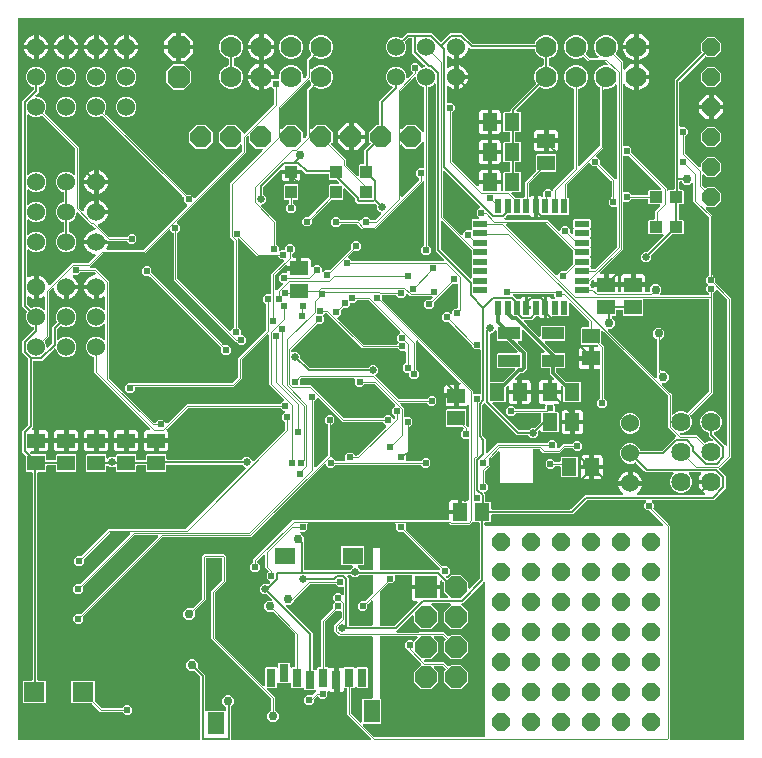
<source format=gbr>
G04 EAGLE Gerber RS-274X export*
G75*
%MOMM*%
%FSLAX34Y34*%
%LPD*%
%INBottom Copper*%
%IPPOS*%
%AMOC8*
5,1,8,0,0,1.08239X$1,22.5*%
G01*
%ADD10R,1.500000X1.300000*%
%ADD11R,1.000000X1.100000*%
%ADD12R,0.800000X1.500000*%
%ADD13R,1.400000X1.900000*%
%ADD14R,1.800000X1.400000*%
%ADD15P,2.034460X8X202.500000*%
%ADD16R,1.879600X1.879600*%
%ADD17R,1.300000X1.500000*%
%ADD18P,1.924489X8X112.500000*%
%ADD19R,0.558800X1.270000*%
%ADD20R,1.270000X0.558800*%
%ADD21R,1.900000X1.100000*%
%ADD22R,1.100000X1.000000*%
%ADD23C,1.625600*%
%ADD24C,1.524000*%
%ADD25C,1.778000*%
%ADD26P,1.649562X8X22.500000*%
%ADD27P,1.649562X8X112.500000*%
%ADD28R,1.800000X1.700000*%
%ADD29P,2.089446X8X22.500000*%
%ADD30C,0.203200*%
%ADD31C,0.660400*%
%ADD32C,0.756400*%
%ADD33C,0.706400*%
%ADD34C,0.101600*%
%ADD35C,0.609600*%
%ADD36C,0.304800*%

G36*
X100024Y403869D02*
X100024Y403869D01*
X100082Y403867D01*
X100164Y403889D01*
X100248Y403901D01*
X100301Y403924D01*
X100357Y403939D01*
X100430Y403982D01*
X100507Y404017D01*
X100552Y404055D01*
X100602Y404084D01*
X100660Y404146D01*
X100724Y404200D01*
X100756Y404249D01*
X100796Y404292D01*
X100835Y404367D01*
X100882Y404437D01*
X100899Y404493D01*
X100926Y404545D01*
X100937Y404613D01*
X100967Y404708D01*
X100970Y404808D01*
X100981Y404876D01*
X100981Y457063D01*
X100969Y457150D01*
X100966Y457238D01*
X100949Y457290D01*
X100941Y457345D01*
X100906Y457425D01*
X100879Y457508D01*
X100851Y457547D01*
X100825Y457604D01*
X100729Y457718D01*
X100684Y457781D01*
X96201Y462264D01*
X96132Y462316D01*
X96068Y462376D01*
X96018Y462402D01*
X95974Y462435D01*
X95892Y462466D01*
X95815Y462506D01*
X95767Y462514D01*
X95709Y462536D01*
X95561Y462548D01*
X95483Y462561D01*
X91992Y462561D01*
X89181Y465372D01*
X89181Y469348D01*
X91992Y472159D01*
X95968Y472159D01*
X98779Y469348D01*
X98779Y465857D01*
X98791Y465770D01*
X98794Y465682D01*
X98811Y465630D01*
X98819Y465575D01*
X98854Y465495D01*
X98881Y465412D01*
X98909Y465373D01*
X98935Y465316D01*
X99031Y465202D01*
X99076Y465139D01*
X105047Y459168D01*
X105047Y429276D01*
X105051Y429247D01*
X105048Y429217D01*
X105071Y429106D01*
X105087Y428994D01*
X105099Y428967D01*
X105104Y428939D01*
X105156Y428838D01*
X105203Y428735D01*
X105222Y428712D01*
X105235Y428686D01*
X105313Y428604D01*
X105386Y428518D01*
X105411Y428501D01*
X105431Y428480D01*
X105529Y428423D01*
X105623Y428360D01*
X105651Y428351D01*
X105676Y428336D01*
X105786Y428308D01*
X105894Y428274D01*
X105923Y428274D01*
X105952Y428266D01*
X106065Y428270D01*
X106178Y428267D01*
X106207Y428274D01*
X106236Y428275D01*
X106344Y428310D01*
X106453Y428339D01*
X106479Y428354D01*
X106507Y428363D01*
X106571Y428408D01*
X106698Y428484D01*
X106741Y428530D01*
X106780Y428558D01*
X106919Y428697D01*
X121929Y428697D01*
X121987Y428705D01*
X122046Y428703D01*
X122127Y428725D01*
X122211Y428737D01*
X122264Y428760D01*
X122321Y428775D01*
X122393Y428818D01*
X122470Y428853D01*
X122515Y428891D01*
X122565Y428920D01*
X122623Y428982D01*
X122687Y429036D01*
X122720Y429085D01*
X122760Y429128D01*
X122798Y429203D01*
X122845Y429273D01*
X122862Y429329D01*
X122889Y429381D01*
X122900Y429449D01*
X122931Y429544D01*
X122933Y429644D01*
X122945Y429712D01*
X122945Y431188D01*
X122932Y431275D01*
X122930Y431362D01*
X122913Y431415D01*
X122905Y431470D01*
X122869Y431550D01*
X122842Y431633D01*
X122814Y431672D01*
X122788Y431729D01*
X122693Y431843D01*
X122647Y431906D01*
X119661Y434892D01*
X119661Y438868D01*
X122472Y441679D01*
X126448Y441679D01*
X129259Y438868D01*
X129259Y434892D01*
X127307Y432941D01*
X127255Y432871D01*
X127195Y432807D01*
X127170Y432758D01*
X127137Y432714D01*
X127105Y432632D01*
X127066Y432554D01*
X127058Y432507D01*
X127035Y432448D01*
X127023Y432300D01*
X127010Y432223D01*
X127010Y404876D01*
X127018Y404818D01*
X127017Y404760D01*
X127038Y404678D01*
X127050Y404594D01*
X127074Y404541D01*
X127089Y404485D01*
X127132Y404412D01*
X127166Y404335D01*
X127204Y404290D01*
X127234Y404240D01*
X127295Y404182D01*
X127350Y404118D01*
X127398Y404086D01*
X127441Y404046D01*
X127516Y404007D01*
X127586Y403960D01*
X127642Y403943D01*
X127694Y403916D01*
X127762Y403905D01*
X127857Y403875D01*
X127957Y403872D01*
X128025Y403861D01*
X244312Y403861D01*
X244341Y403865D01*
X244370Y403862D01*
X244481Y403885D01*
X244593Y403901D01*
X244620Y403913D01*
X244649Y403918D01*
X244749Y403970D01*
X244853Y404017D01*
X244875Y404036D01*
X244901Y404049D01*
X244983Y404127D01*
X245070Y404200D01*
X245086Y404225D01*
X245107Y404245D01*
X245165Y404343D01*
X245227Y404437D01*
X245236Y404465D01*
X245251Y404490D01*
X245279Y404600D01*
X245313Y404708D01*
X245314Y404738D01*
X245321Y404766D01*
X245318Y404879D01*
X245321Y404992D01*
X245313Y405021D01*
X245312Y405050D01*
X245277Y405158D01*
X245249Y405267D01*
X245234Y405293D01*
X245225Y405321D01*
X245179Y405384D01*
X245103Y405512D01*
X245058Y405555D01*
X245030Y405594D01*
X226606Y424018D01*
X225415Y425208D01*
X225415Y447148D01*
X225407Y447206D01*
X225409Y447264D01*
X225387Y447346D01*
X225375Y447430D01*
X225352Y447483D01*
X225337Y447539D01*
X225294Y447612D01*
X225259Y447689D01*
X225221Y447734D01*
X225192Y447784D01*
X225130Y447842D01*
X225076Y447906D01*
X225027Y447938D01*
X224984Y447978D01*
X224909Y448017D01*
X224839Y448064D01*
X224783Y448081D01*
X224731Y448108D01*
X224663Y448119D01*
X224568Y448149D01*
X224468Y448152D01*
X224400Y448163D01*
X223496Y448163D01*
X223438Y448155D01*
X223380Y448157D01*
X223298Y448135D01*
X223214Y448123D01*
X223161Y448100D01*
X223105Y448085D01*
X223032Y448042D01*
X222955Y448007D01*
X222910Y447969D01*
X222860Y447940D01*
X222802Y447878D01*
X222738Y447824D01*
X222706Y447775D01*
X222666Y447732D01*
X222627Y447657D01*
X222580Y447587D01*
X222563Y447531D01*
X222536Y447479D01*
X222525Y447411D01*
X222495Y447316D01*
X222492Y447216D01*
X222481Y447148D01*
X222481Y446846D01*
X222308Y446199D01*
X221973Y445620D01*
X221500Y445147D01*
X220921Y444812D01*
X220274Y444639D01*
X217939Y444639D01*
X217939Y453696D01*
X217931Y453754D01*
X217933Y453812D01*
X217911Y453894D01*
X217899Y453977D01*
X217876Y454031D01*
X217861Y454087D01*
X217818Y454160D01*
X217783Y454237D01*
X217745Y454281D01*
X217716Y454332D01*
X217654Y454389D01*
X217600Y454454D01*
X217551Y454486D01*
X217508Y454526D01*
X217433Y454565D01*
X217363Y454611D01*
X217307Y454629D01*
X217255Y454656D01*
X217187Y454667D01*
X217145Y454680D01*
X217206Y454689D01*
X217259Y454713D01*
X217315Y454727D01*
X217388Y454771D01*
X217465Y454805D01*
X217510Y454843D01*
X217560Y454873D01*
X217618Y454934D01*
X217682Y454989D01*
X217714Y455037D01*
X217754Y455080D01*
X217793Y455155D01*
X217840Y455225D01*
X217857Y455281D01*
X217884Y455333D01*
X217895Y455401D01*
X217925Y455496D01*
X217928Y455596D01*
X217939Y455664D01*
X217939Y464721D01*
X220274Y464721D01*
X220955Y464538D01*
X220970Y464530D01*
X221042Y464511D01*
X221111Y464483D01*
X221179Y464477D01*
X221245Y464460D01*
X221320Y464462D01*
X221394Y464454D01*
X221461Y464467D01*
X221529Y464469D01*
X221600Y464492D01*
X221674Y464505D01*
X221735Y464535D01*
X221800Y464556D01*
X221851Y464593D01*
X221929Y464631D01*
X222013Y464708D01*
X222073Y464751D01*
X222519Y465197D01*
X231361Y465197D01*
X231722Y464836D01*
X231769Y464801D01*
X231809Y464758D01*
X231882Y464716D01*
X231949Y464665D01*
X232004Y464644D01*
X232054Y464614D01*
X232136Y464594D01*
X232215Y464564D01*
X232273Y464559D01*
X232330Y464544D01*
X232414Y464547D01*
X232498Y464540D01*
X232556Y464552D01*
X232614Y464553D01*
X232694Y464579D01*
X232777Y464596D01*
X232829Y464623D01*
X232885Y464641D01*
X232941Y464681D01*
X233029Y464727D01*
X233102Y464796D01*
X233158Y464836D01*
X233519Y465197D01*
X242361Y465197D01*
X242957Y464601D01*
X242957Y448759D01*
X242361Y448163D01*
X233519Y448163D01*
X233158Y448524D01*
X233111Y448559D01*
X233071Y448602D01*
X232998Y448645D01*
X232931Y448695D01*
X232876Y448716D01*
X232826Y448746D01*
X232744Y448766D01*
X232665Y448796D01*
X232607Y448801D01*
X232550Y448816D01*
X232466Y448813D01*
X232382Y448820D01*
X232324Y448808D01*
X232266Y448807D01*
X232186Y448781D01*
X232103Y448764D01*
X232051Y448737D01*
X231995Y448719D01*
X231939Y448679D01*
X231851Y448633D01*
X231778Y448564D01*
X231722Y448524D01*
X231361Y448163D01*
X229480Y448163D01*
X229422Y448155D01*
X229364Y448157D01*
X229282Y448135D01*
X229198Y448123D01*
X229145Y448100D01*
X229089Y448085D01*
X229016Y448042D01*
X228939Y448007D01*
X228894Y447969D01*
X228844Y447940D01*
X228786Y447878D01*
X228722Y447824D01*
X228690Y447775D01*
X228650Y447732D01*
X228611Y447657D01*
X228564Y447587D01*
X228547Y447531D01*
X228520Y447479D01*
X228509Y447411D01*
X228479Y447316D01*
X228476Y447216D01*
X228465Y447148D01*
X228465Y426892D01*
X228477Y426805D01*
X228480Y426718D01*
X228497Y426665D01*
X228505Y426611D01*
X228540Y426531D01*
X228567Y426448D01*
X228595Y426408D01*
X228621Y426351D01*
X228717Y426238D01*
X228762Y426174D01*
X236090Y418846D01*
X236114Y418829D01*
X236133Y418806D01*
X236227Y418743D01*
X236317Y418675D01*
X236345Y418665D01*
X236369Y418649D01*
X236477Y418614D01*
X236583Y418574D01*
X236612Y418572D01*
X236640Y418563D01*
X236754Y418560D01*
X236866Y418550D01*
X236895Y418556D01*
X236924Y418555D01*
X237034Y418584D01*
X237145Y418606D01*
X237171Y418620D01*
X237199Y418627D01*
X237297Y418685D01*
X237397Y418737D01*
X237419Y418758D01*
X237444Y418773D01*
X237521Y418855D01*
X237603Y418933D01*
X237618Y418958D01*
X237638Y418980D01*
X237690Y419081D01*
X237747Y419178D01*
X237754Y419207D01*
X237768Y419233D01*
X237781Y419310D01*
X237817Y419454D01*
X237815Y419516D01*
X237823Y419564D01*
X237823Y438101D01*
X238419Y438697D01*
X245863Y438697D01*
X245921Y438705D01*
X245979Y438703D01*
X246061Y438725D01*
X246144Y438737D01*
X246198Y438760D01*
X246254Y438775D01*
X246327Y438818D01*
X246404Y438853D01*
X246448Y438891D01*
X246499Y438920D01*
X246556Y438982D01*
X246621Y439036D01*
X246653Y439085D01*
X246693Y439128D01*
X246731Y439203D01*
X246778Y439273D01*
X246796Y439329D01*
X246822Y439381D01*
X246834Y439449D01*
X246864Y439544D01*
X246867Y439644D01*
X246878Y439712D01*
X246878Y490728D01*
X246870Y490786D01*
X246871Y490844D01*
X246850Y490926D01*
X246838Y491010D01*
X246814Y491063D01*
X246799Y491119D01*
X246756Y491192D01*
X246722Y491269D01*
X246684Y491314D01*
X246654Y491364D01*
X246593Y491422D01*
X246538Y491486D01*
X246490Y491518D01*
X246447Y491558D01*
X246372Y491597D01*
X246302Y491644D01*
X246246Y491661D01*
X246194Y491688D01*
X246126Y491699D01*
X246031Y491729D01*
X245931Y491732D01*
X245863Y491743D01*
X218316Y491743D01*
X214375Y495684D01*
X214375Y501012D01*
X220174Y506810D01*
X220226Y506880D01*
X220286Y506944D01*
X220312Y506993D01*
X220345Y507037D01*
X220376Y507119D01*
X220416Y507197D01*
X220424Y507245D01*
X220446Y507303D01*
X220458Y507451D01*
X220471Y507528D01*
X220471Y512064D01*
X220463Y512122D01*
X220465Y512180D01*
X220443Y512262D01*
X220431Y512346D01*
X220408Y512399D01*
X220393Y512455D01*
X220350Y512528D01*
X220315Y512605D01*
X220277Y512650D01*
X220248Y512700D01*
X220186Y512758D01*
X220132Y512822D01*
X220083Y512854D01*
X220040Y512894D01*
X219965Y512933D01*
X219895Y512980D01*
X219839Y512997D01*
X219787Y513024D01*
X219719Y513035D01*
X219624Y513065D01*
X219524Y513068D01*
X219456Y513079D01*
X215936Y513079D01*
X215849Y513067D01*
X215762Y513064D01*
X215709Y513047D01*
X215655Y513039D01*
X215575Y513004D01*
X215492Y512977D01*
X215452Y512949D01*
X215395Y512923D01*
X215282Y512827D01*
X215218Y512782D01*
X206762Y504326D01*
X206710Y504256D01*
X206650Y504192D01*
X206624Y504143D01*
X206591Y504099D01*
X206560Y504017D01*
X206520Y503939D01*
X206512Y503891D01*
X206490Y503833D01*
X206478Y503685D01*
X206465Y503608D01*
X206465Y466212D01*
X206473Y466154D01*
X206471Y466096D01*
X206493Y466014D01*
X206505Y465930D01*
X206528Y465877D01*
X206543Y465821D01*
X206586Y465748D01*
X206621Y465671D01*
X206659Y465626D01*
X206688Y465576D01*
X206750Y465518D01*
X206804Y465454D01*
X206853Y465422D01*
X206896Y465382D01*
X206971Y465343D01*
X207041Y465296D01*
X207097Y465279D01*
X207149Y465252D01*
X207217Y465241D01*
X207312Y465211D01*
X207412Y465208D01*
X207480Y465197D01*
X209361Y465197D01*
X209807Y464751D01*
X209861Y464710D01*
X209909Y464662D01*
X209974Y464625D01*
X210034Y464580D01*
X210098Y464556D01*
X210157Y464523D01*
X210230Y464506D01*
X210300Y464479D01*
X210368Y464473D01*
X210434Y464458D01*
X210509Y464462D01*
X210583Y464455D01*
X210650Y464469D01*
X210718Y464472D01*
X210777Y464494D01*
X210862Y464511D01*
X210902Y464532D01*
X211606Y464721D01*
X213941Y464721D01*
X213941Y455664D01*
X213949Y455606D01*
X213947Y455548D01*
X213969Y455466D01*
X213981Y455383D01*
X214004Y455329D01*
X214019Y455273D01*
X214062Y455200D01*
X214097Y455123D01*
X214135Y455079D01*
X214164Y455028D01*
X214226Y454971D01*
X214280Y454906D01*
X214329Y454874D01*
X214372Y454834D01*
X214447Y454795D01*
X214517Y454749D01*
X214573Y454731D01*
X214625Y454704D01*
X214693Y454693D01*
X214735Y454680D01*
X214674Y454671D01*
X214621Y454647D01*
X214565Y454633D01*
X214492Y454589D01*
X214415Y454555D01*
X214370Y454517D01*
X214320Y454487D01*
X214262Y454426D01*
X214198Y454371D01*
X214166Y454323D01*
X214126Y454280D01*
X214087Y454205D01*
X214040Y454135D01*
X214023Y454079D01*
X213996Y454027D01*
X213985Y453959D01*
X213955Y453864D01*
X213952Y453764D01*
X213941Y453696D01*
X213941Y444639D01*
X211606Y444639D01*
X210959Y444812D01*
X210380Y445147D01*
X210268Y445259D01*
X210244Y445277D01*
X210225Y445299D01*
X210131Y445362D01*
X210041Y445430D01*
X210013Y445440D01*
X209989Y445457D01*
X209881Y445491D01*
X209775Y445531D01*
X209746Y445534D01*
X209718Y445542D01*
X209605Y445545D01*
X209492Y445555D01*
X209463Y445549D01*
X209434Y445550D01*
X209324Y445521D01*
X209213Y445499D01*
X209187Y445485D01*
X209159Y445478D01*
X209061Y445420D01*
X208961Y445368D01*
X208939Y445348D01*
X208914Y445333D01*
X208837Y445250D01*
X208755Y445172D01*
X208740Y445147D01*
X208720Y445125D01*
X208668Y445024D01*
X208611Y444927D01*
X208604Y444898D01*
X208590Y444872D01*
X208577Y444795D01*
X208541Y444651D01*
X208543Y444589D01*
X208535Y444541D01*
X208535Y441292D01*
X206154Y438911D01*
X202786Y438911D01*
X200852Y440846D01*
X200805Y440881D01*
X200765Y440923D01*
X200692Y440966D01*
X200625Y441017D01*
X200570Y441038D01*
X200520Y441067D01*
X200438Y441088D01*
X200359Y441118D01*
X200301Y441123D01*
X200244Y441137D01*
X200160Y441134D01*
X200076Y441141D01*
X200018Y441130D01*
X199960Y441128D01*
X199880Y441102D01*
X199797Y441086D01*
X199745Y441059D01*
X199689Y441041D01*
X199633Y441001D01*
X199545Y440955D01*
X199472Y440886D01*
X199416Y440846D01*
X197402Y438832D01*
X197350Y438762D01*
X197290Y438698D01*
X197264Y438649D01*
X197231Y438605D01*
X197200Y438523D01*
X197160Y438445D01*
X197152Y438397D01*
X197130Y438339D01*
X197118Y438191D01*
X197105Y438114D01*
X197105Y436212D01*
X194724Y433831D01*
X191356Y433831D01*
X188975Y436212D01*
X188975Y439580D01*
X191356Y441961D01*
X194724Y441961D01*
X194753Y441931D01*
X194800Y441896D01*
X194840Y441854D01*
X194913Y441811D01*
X194980Y441760D01*
X195035Y441740D01*
X195085Y441710D01*
X195167Y441689D01*
X195246Y441659D01*
X195304Y441654D01*
X195361Y441640D01*
X195445Y441643D01*
X195529Y441636D01*
X195587Y441647D01*
X195645Y441649D01*
X195725Y441675D01*
X195808Y441691D01*
X195860Y441718D01*
X195916Y441736D01*
X195972Y441776D01*
X196060Y441822D01*
X196133Y441891D01*
X196189Y441931D01*
X197568Y443310D01*
X198688Y444430D01*
X198705Y444454D01*
X198728Y444473D01*
X198791Y444567D01*
X198859Y444657D01*
X198869Y444685D01*
X198885Y444709D01*
X198920Y444817D01*
X198960Y444923D01*
X198962Y444952D01*
X198971Y444980D01*
X198974Y445094D01*
X198984Y445206D01*
X198978Y445235D01*
X198979Y445264D01*
X198950Y445374D01*
X198928Y445485D01*
X198914Y445511D01*
X198907Y445539D01*
X198849Y445637D01*
X198797Y445737D01*
X198776Y445759D01*
X198761Y445784D01*
X198679Y445861D01*
X198601Y445943D01*
X198576Y445958D01*
X198554Y445978D01*
X198453Y446030D01*
X198356Y446087D01*
X198327Y446094D01*
X198301Y446108D01*
X198224Y446121D01*
X198080Y446157D01*
X198018Y446155D01*
X197970Y446163D01*
X189519Y446163D01*
X188923Y446759D01*
X188923Y447274D01*
X188919Y447304D01*
X188922Y447333D01*
X188899Y447444D01*
X188883Y447556D01*
X188871Y447583D01*
X188866Y447612D01*
X188813Y447712D01*
X188767Y447815D01*
X188748Y447838D01*
X188735Y447864D01*
X188657Y447946D01*
X188584Y448032D01*
X188559Y448049D01*
X188539Y448070D01*
X188441Y448127D01*
X188347Y448190D01*
X188319Y448199D01*
X188294Y448214D01*
X188184Y448242D01*
X188076Y448276D01*
X188046Y448276D01*
X188018Y448284D01*
X187905Y448280D01*
X187792Y448283D01*
X187763Y448276D01*
X187734Y448275D01*
X187626Y448240D01*
X187517Y448211D01*
X187491Y448196D01*
X187463Y448187D01*
X187430Y448163D01*
X178519Y448163D01*
X177923Y448759D01*
X177923Y451274D01*
X177919Y451304D01*
X177922Y451333D01*
X177899Y451444D01*
X177883Y451556D01*
X177871Y451583D01*
X177866Y451612D01*
X177813Y451712D01*
X177767Y451815D01*
X177748Y451838D01*
X177735Y451864D01*
X177657Y451946D01*
X177584Y452032D01*
X177559Y452049D01*
X177539Y452070D01*
X177441Y452127D01*
X177347Y452190D01*
X177319Y452199D01*
X177294Y452214D01*
X177184Y452242D01*
X177076Y452276D01*
X177046Y452276D01*
X177018Y452284D01*
X176905Y452280D01*
X176792Y452283D01*
X176763Y452276D01*
X176734Y452275D01*
X176626Y452240D01*
X176517Y452211D01*
X176491Y452196D01*
X176463Y452187D01*
X176430Y452163D01*
X167462Y452163D01*
X167435Y452174D01*
X167411Y452190D01*
X167303Y452224D01*
X167197Y452264D01*
X167168Y452267D01*
X167140Y452276D01*
X167027Y452279D01*
X166914Y452288D01*
X166885Y452282D01*
X166856Y452283D01*
X166746Y452254D01*
X166635Y452232D01*
X166609Y452219D01*
X166581Y452211D01*
X166484Y452153D01*
X166383Y452101D01*
X166361Y452081D01*
X166336Y452066D01*
X166259Y451983D01*
X166177Y451905D01*
X166162Y451880D01*
X166142Y451859D01*
X166090Y451758D01*
X166033Y451660D01*
X166026Y451632D01*
X166012Y451605D01*
X165999Y451528D01*
X165963Y451385D01*
X165965Y451322D01*
X165957Y451274D01*
X165957Y448759D01*
X165361Y448163D01*
X158424Y448163D01*
X158395Y448159D01*
X158366Y448162D01*
X158255Y448139D01*
X158143Y448123D01*
X158116Y448111D01*
X158087Y448106D01*
X157987Y448054D01*
X157883Y448007D01*
X157861Y447988D01*
X157835Y447975D01*
X157753Y447897D01*
X157666Y447824D01*
X157650Y447799D01*
X157629Y447779D01*
X157571Y447681D01*
X157509Y447587D01*
X157500Y447559D01*
X157485Y447534D01*
X157457Y447424D01*
X157423Y447316D01*
X157422Y447286D01*
X157415Y447258D01*
X157418Y447145D01*
X157415Y447032D01*
X157423Y447003D01*
X157424Y446974D01*
X157459Y446866D01*
X157487Y446757D01*
X157502Y446731D01*
X157511Y446703D01*
X157557Y446640D01*
X157633Y446512D01*
X157678Y446469D01*
X157706Y446430D01*
X164085Y440052D01*
X164085Y429862D01*
X164097Y429776D01*
X164100Y429688D01*
X164117Y429636D01*
X164125Y429581D01*
X164160Y429501D01*
X164187Y429418D01*
X164215Y429378D01*
X164241Y429321D01*
X164337Y429208D01*
X164382Y429144D01*
X167359Y426168D01*
X167359Y422192D01*
X164548Y419381D01*
X160572Y419381D01*
X157761Y422192D01*
X157761Y426168D01*
X160738Y429144D01*
X160790Y429214D01*
X160850Y429278D01*
X160876Y429327D01*
X160909Y429372D01*
X160940Y429453D01*
X160980Y429531D01*
X160988Y429579D01*
X161010Y429637D01*
X161022Y429785D01*
X161035Y429862D01*
X161035Y438368D01*
X161023Y438455D01*
X161020Y438542D01*
X161003Y438595D01*
X160995Y438649D01*
X160960Y438729D01*
X160933Y438812D01*
X160905Y438852D01*
X160879Y438909D01*
X160826Y438972D01*
X160800Y439015D01*
X160764Y439049D01*
X160738Y439086D01*
X110245Y489579D01*
X110245Y529896D01*
X119002Y538653D01*
X119054Y538723D01*
X119114Y538787D01*
X119140Y538836D01*
X119173Y538880D01*
X119204Y538962D01*
X119244Y539040D01*
X119252Y539087D01*
X119274Y539146D01*
X119286Y539294D01*
X119299Y539371D01*
X119299Y556934D01*
X119291Y556992D01*
X119293Y557050D01*
X119271Y557132D01*
X119259Y557216D01*
X119236Y557269D01*
X119221Y557325D01*
X119178Y557398D01*
X119143Y557475D01*
X119105Y557520D01*
X119076Y557570D01*
X119014Y557628D01*
X118960Y557692D01*
X118911Y557724D01*
X118868Y557764D01*
X118793Y557803D01*
X118723Y557850D01*
X118667Y557867D01*
X118615Y557894D01*
X118547Y557905D01*
X118452Y557935D01*
X118352Y557938D01*
X118284Y557949D01*
X106316Y557949D01*
X106258Y557941D01*
X106200Y557943D01*
X106118Y557921D01*
X106034Y557909D01*
X105981Y557886D01*
X105925Y557871D01*
X105852Y557828D01*
X105775Y557793D01*
X105730Y557755D01*
X105680Y557726D01*
X105622Y557664D01*
X105558Y557610D01*
X105526Y557561D01*
X105486Y557518D01*
X105447Y557443D01*
X105400Y557373D01*
X105383Y557317D01*
X105356Y557265D01*
X105345Y557197D01*
X105315Y557102D01*
X105312Y557002D01*
X105301Y556934D01*
X105301Y522244D01*
X96536Y513480D01*
X96484Y513410D01*
X96424Y513346D01*
X96398Y513297D01*
X96365Y513253D01*
X96334Y513171D01*
X96294Y513093D01*
X96286Y513045D01*
X96264Y512987D01*
X96252Y512839D01*
X96239Y512762D01*
X96239Y508552D01*
X93428Y505741D01*
X89452Y505741D01*
X86641Y508552D01*
X86641Y512528D01*
X89452Y515339D01*
X93662Y515339D01*
X93749Y515351D01*
X93836Y515354D01*
X93889Y515371D01*
X93943Y515379D01*
X94023Y515414D01*
X94106Y515441D01*
X94146Y515469D01*
X94203Y515495D01*
X94316Y515591D01*
X94380Y515636D01*
X101954Y523210D01*
X102006Y523280D01*
X102066Y523344D01*
X102092Y523393D01*
X102125Y523437D01*
X102156Y523519D01*
X102196Y523597D01*
X102204Y523645D01*
X102226Y523703D01*
X102238Y523851D01*
X102251Y523928D01*
X102251Y559213D01*
X104037Y560999D01*
X120563Y560999D01*
X122349Y559213D01*
X122349Y537687D01*
X113591Y528930D01*
X113539Y528860D01*
X113479Y528796D01*
X113454Y528747D01*
X113421Y528703D01*
X113389Y528621D01*
X113350Y528543D01*
X113342Y528495D01*
X113319Y528437D01*
X113307Y528289D01*
X113294Y528212D01*
X113294Y491263D01*
X113306Y491176D01*
X113309Y491089D01*
X113326Y491036D01*
X113334Y490981D01*
X113370Y490901D01*
X113397Y490818D01*
X113425Y490779D01*
X113450Y490722D01*
X113546Y490609D01*
X113591Y490545D01*
X154190Y449946D01*
X154214Y449929D01*
X154233Y449906D01*
X154327Y449843D01*
X154417Y449775D01*
X154445Y449765D01*
X154469Y449749D01*
X154577Y449714D01*
X154683Y449674D01*
X154712Y449672D01*
X154740Y449663D01*
X154854Y449660D01*
X154966Y449650D01*
X154995Y449656D01*
X155024Y449655D01*
X155134Y449684D01*
X155245Y449706D01*
X155271Y449720D01*
X155299Y449727D01*
X155397Y449785D01*
X155497Y449837D01*
X155519Y449858D01*
X155544Y449873D01*
X155621Y449955D01*
X155703Y450033D01*
X155718Y450058D01*
X155738Y450080D01*
X155790Y450181D01*
X155847Y450278D01*
X155854Y450307D01*
X155868Y450333D01*
X155881Y450410D01*
X155917Y450554D01*
X155915Y450616D01*
X155923Y450664D01*
X155923Y464601D01*
X156519Y465197D01*
X165418Y465197D01*
X165445Y465186D01*
X165469Y465170D01*
X165577Y465136D01*
X165683Y465096D01*
X165712Y465093D01*
X165740Y465084D01*
X165853Y465081D01*
X165966Y465072D01*
X165995Y465078D01*
X166024Y465077D01*
X166134Y465106D01*
X166245Y465128D01*
X166271Y465141D01*
X166299Y465149D01*
X166396Y465207D01*
X166497Y465259D01*
X166519Y465279D01*
X166544Y465294D01*
X166621Y465377D01*
X166703Y465455D01*
X166718Y465480D01*
X166738Y465501D01*
X166790Y465602D01*
X166847Y465700D01*
X166854Y465728D01*
X166868Y465755D01*
X166881Y465832D01*
X166917Y465975D01*
X166915Y466038D01*
X166923Y466086D01*
X166923Y468601D01*
X167519Y469197D01*
X176361Y469197D01*
X176957Y468601D01*
X176957Y466086D01*
X176961Y466056D01*
X176958Y466027D01*
X176981Y465916D01*
X176997Y465804D01*
X177009Y465777D01*
X177014Y465748D01*
X177067Y465648D01*
X177113Y465545D01*
X177132Y465522D01*
X177145Y465496D01*
X177223Y465414D01*
X177296Y465328D01*
X177321Y465311D01*
X177341Y465290D01*
X177439Y465233D01*
X177533Y465170D01*
X177561Y465161D01*
X177586Y465146D01*
X177696Y465118D01*
X177804Y465084D01*
X177834Y465084D01*
X177862Y465076D01*
X177975Y465080D01*
X178088Y465077D01*
X178117Y465084D01*
X178146Y465085D01*
X178254Y465120D01*
X178363Y465149D01*
X178389Y465164D01*
X178417Y465173D01*
X178450Y465197D01*
X180400Y465197D01*
X180458Y465205D01*
X180516Y465203D01*
X180598Y465225D01*
X180682Y465237D01*
X180735Y465260D01*
X180791Y465275D01*
X180864Y465318D01*
X180941Y465353D01*
X180986Y465391D01*
X181036Y465420D01*
X181094Y465482D01*
X181158Y465536D01*
X181190Y465585D01*
X181230Y465628D01*
X181269Y465703D01*
X181316Y465773D01*
X181333Y465829D01*
X181360Y465881D01*
X181371Y465949D01*
X181401Y466044D01*
X181404Y466144D01*
X181415Y466212D01*
X181415Y492918D01*
X181403Y493005D01*
X181400Y493092D01*
X181383Y493145D01*
X181375Y493199D01*
X181340Y493279D01*
X181313Y493362D01*
X181285Y493402D01*
X181259Y493459D01*
X181163Y493572D01*
X181118Y493636D01*
X162960Y511794D01*
X162890Y511846D01*
X162826Y511906D01*
X162777Y511932D01*
X162733Y511965D01*
X162651Y511996D01*
X162573Y512036D01*
X162525Y512044D01*
X162467Y512066D01*
X162319Y512078D01*
X162242Y512091D01*
X158032Y512091D01*
X155221Y514902D01*
X155221Y518878D01*
X158032Y521689D01*
X160818Y521689D01*
X160847Y521693D01*
X160876Y521690D01*
X160987Y521713D01*
X161099Y521729D01*
X161126Y521741D01*
X161155Y521746D01*
X161255Y521798D01*
X161358Y521845D01*
X161381Y521864D01*
X161407Y521877D01*
X161489Y521955D01*
X161575Y522028D01*
X161592Y522053D01*
X161613Y522073D01*
X161670Y522171D01*
X161733Y522265D01*
X161742Y522293D01*
X161757Y522318D01*
X161785Y522428D01*
X161819Y522536D01*
X161820Y522566D01*
X161827Y522594D01*
X161823Y522707D01*
X161826Y522820D01*
X161819Y522849D01*
X161818Y522878D01*
X161783Y522986D01*
X161754Y523095D01*
X161739Y523121D01*
X161730Y523149D01*
X161685Y523212D01*
X161609Y523340D01*
X161563Y523383D01*
X161535Y523422D01*
X157697Y527260D01*
X157628Y527312D01*
X157564Y527372D01*
X157514Y527398D01*
X157470Y527431D01*
X157389Y527462D01*
X157311Y527502D01*
X157263Y527510D01*
X157205Y527532D01*
X157057Y527544D01*
X156980Y527557D01*
X154167Y527557D01*
X151637Y530087D01*
X151637Y533665D01*
X154167Y536195D01*
X157745Y536195D01*
X157871Y536069D01*
X157917Y536034D01*
X157958Y535991D01*
X158030Y535949D01*
X158098Y535898D01*
X158152Y535877D01*
X158203Y535848D01*
X158284Y535827D01*
X158363Y535797D01*
X158422Y535792D01*
X158478Y535778D01*
X158562Y535780D01*
X158647Y535773D01*
X158704Y535785D01*
X158762Y535787D01*
X158843Y535813D01*
X158925Y535829D01*
X158977Y535856D01*
X159033Y535874D01*
X159089Y535914D01*
X159178Y535960D01*
X159250Y536029D01*
X159306Y536069D01*
X159983Y536746D01*
X160001Y536770D01*
X160023Y536789D01*
X160086Y536883D01*
X160154Y536973D01*
X160165Y537001D01*
X160181Y537025D01*
X160215Y537133D01*
X160256Y537239D01*
X160258Y537268D01*
X160267Y537296D01*
X160270Y537410D01*
X160279Y537522D01*
X160273Y537551D01*
X160274Y537580D01*
X160246Y537690D01*
X160223Y537801D01*
X160210Y537827D01*
X160202Y537855D01*
X160144Y537953D01*
X160092Y538053D01*
X160072Y538075D01*
X160057Y538100D01*
X159974Y538177D01*
X159896Y538259D01*
X159871Y538274D01*
X159850Y538294D01*
X159749Y538346D01*
X159651Y538403D01*
X159623Y538410D01*
X159597Y538424D01*
X159519Y538437D01*
X159376Y538473D01*
X159359Y538473D01*
X156971Y540860D01*
X156971Y544228D01*
X158398Y545654D01*
X158433Y545701D01*
X158475Y545741D01*
X158518Y545814D01*
X158569Y545881D01*
X158590Y545936D01*
X158619Y545986D01*
X158640Y546068D01*
X158670Y546147D01*
X158675Y546205D01*
X158689Y546262D01*
X158686Y546346D01*
X158693Y546430D01*
X158682Y546488D01*
X158680Y546546D01*
X158654Y546626D01*
X158638Y546709D01*
X158611Y546761D01*
X158593Y546817D01*
X158553Y546873D01*
X158507Y546961D01*
X158438Y547034D01*
X158398Y547090D01*
X155447Y550040D01*
X155447Y559526D01*
X155443Y559555D01*
X155446Y559584D01*
X155423Y559695D01*
X155407Y559807D01*
X155395Y559834D01*
X155390Y559863D01*
X155338Y559963D01*
X155291Y560067D01*
X155272Y560089D01*
X155259Y560115D01*
X155181Y560197D01*
X155108Y560284D01*
X155083Y560300D01*
X155063Y560321D01*
X154965Y560379D01*
X154871Y560441D01*
X154843Y560450D01*
X154818Y560465D01*
X154708Y560493D01*
X154600Y560527D01*
X154570Y560528D01*
X154542Y560535D01*
X154429Y560532D01*
X154316Y560535D01*
X154287Y560527D01*
X154258Y560526D01*
X154150Y560491D01*
X154041Y560463D01*
X154015Y560448D01*
X153987Y560439D01*
X153924Y560393D01*
X153796Y560317D01*
X153753Y560272D01*
X153714Y560244D01*
X149142Y555672D01*
X149090Y555602D01*
X149030Y555538D01*
X149004Y555489D01*
X148971Y555445D01*
X148940Y555363D01*
X148900Y555285D01*
X148892Y555237D01*
X148870Y555179D01*
X148858Y555031D01*
X148845Y554954D01*
X148845Y554808D01*
X148857Y554722D01*
X148860Y554634D01*
X148877Y554582D01*
X148885Y554527D01*
X148920Y554447D01*
X148947Y554364D01*
X148975Y554324D01*
X149001Y554267D01*
X149097Y554154D01*
X149142Y554090D01*
X151385Y551848D01*
X151385Y548480D01*
X149004Y546099D01*
X145636Y546099D01*
X143255Y548480D01*
X143255Y551848D01*
X145498Y554090D01*
X145550Y554160D01*
X145610Y554224D01*
X145636Y554273D01*
X145669Y554318D01*
X145700Y554399D01*
X145740Y554477D01*
X145748Y554525D01*
X145770Y554583D01*
X145782Y554731D01*
X145795Y554808D01*
X145795Y556638D01*
X179454Y590297D01*
X310644Y590297D01*
X310702Y590305D01*
X310760Y590303D01*
X310842Y590325D01*
X310926Y590337D01*
X310979Y590360D01*
X311035Y590375D01*
X311108Y590418D01*
X311185Y590453D01*
X311230Y590491D01*
X311280Y590520D01*
X311338Y590582D01*
X311402Y590636D01*
X311434Y590685D01*
X311474Y590728D01*
X311513Y590803D01*
X311560Y590873D01*
X311577Y590929D01*
X311604Y590981D01*
X311615Y591049D01*
X311645Y591144D01*
X311648Y591244D01*
X311659Y591312D01*
X311659Y594869D01*
X319684Y594869D01*
X319742Y594877D01*
X319800Y594875D01*
X319882Y594897D01*
X319965Y594909D01*
X320019Y594933D01*
X320075Y594947D01*
X320148Y594990D01*
X320225Y595025D01*
X320269Y595063D01*
X320320Y595093D01*
X320377Y595154D01*
X320442Y595209D01*
X320474Y595257D01*
X320514Y595300D01*
X320553Y595375D01*
X320599Y595445D01*
X320617Y595501D01*
X320644Y595553D01*
X320655Y595621D01*
X320685Y595716D01*
X320688Y595816D01*
X320699Y595884D01*
X320699Y596901D01*
X321716Y596901D01*
X321774Y596909D01*
X321832Y596908D01*
X321914Y596929D01*
X321997Y596941D01*
X322051Y596965D01*
X322107Y596979D01*
X322180Y597022D01*
X322257Y597057D01*
X322301Y597095D01*
X322352Y597125D01*
X322409Y597186D01*
X322474Y597241D01*
X322506Y597289D01*
X322546Y597332D01*
X322585Y597407D01*
X322631Y597477D01*
X322649Y597533D01*
X322676Y597585D01*
X322687Y597653D01*
X322717Y597748D01*
X322720Y597848D01*
X322731Y597916D01*
X322731Y606941D01*
X327660Y606941D01*
X327718Y606949D01*
X327776Y606947D01*
X327858Y606969D01*
X327942Y606981D01*
X327995Y607004D01*
X328051Y607019D01*
X328124Y607062D01*
X328201Y607097D01*
X328246Y607135D01*
X328296Y607164D01*
X328354Y607226D01*
X328418Y607280D01*
X328450Y607329D01*
X328490Y607372D01*
X328529Y607447D01*
X328576Y607517D01*
X328593Y607573D01*
X328620Y607625D01*
X328631Y607693D01*
X328661Y607788D01*
X328664Y607888D01*
X328675Y607956D01*
X328675Y657860D01*
X328667Y657918D01*
X328669Y657976D01*
X328647Y658058D01*
X328635Y658142D01*
X328612Y658195D01*
X328597Y658251D01*
X328554Y658324D01*
X328519Y658401D01*
X328481Y658446D01*
X328452Y658496D01*
X328390Y658554D01*
X328336Y658618D01*
X328287Y658650D01*
X328244Y658690D01*
X328169Y658729D01*
X328099Y658776D01*
X328043Y658793D01*
X327991Y658820D01*
X327923Y658831D01*
X327828Y658861D01*
X327728Y658864D01*
X327660Y658875D01*
X323944Y658875D01*
X321563Y661256D01*
X321563Y664624D01*
X323498Y666558D01*
X323533Y666605D01*
X323575Y666645D01*
X323618Y666718D01*
X323669Y666785D01*
X323689Y666840D01*
X323719Y666890D01*
X323740Y666972D01*
X323770Y667051D01*
X323775Y667109D01*
X323789Y667166D01*
X323786Y667250D01*
X323793Y667334D01*
X323782Y667392D01*
X323780Y667450D01*
X323754Y667530D01*
X323738Y667613D01*
X323711Y667665D01*
X323693Y667721D01*
X323653Y667777D01*
X323607Y667865D01*
X323538Y667938D01*
X323498Y667994D01*
X323006Y668486D01*
X322936Y668538D01*
X322872Y668598D01*
X322823Y668624D01*
X322779Y668657D01*
X322697Y668688D01*
X322619Y668728D01*
X322571Y668736D01*
X322513Y668758D01*
X322365Y668770D01*
X322288Y668783D01*
X309579Y668783D01*
X308983Y669379D01*
X308983Y683221D01*
X309579Y683817D01*
X325421Y683817D01*
X326017Y683221D01*
X326017Y670208D01*
X326029Y670121D01*
X326032Y670034D01*
X326049Y669981D01*
X326057Y669927D01*
X326092Y669847D01*
X326119Y669764D01*
X326147Y669724D01*
X326173Y669667D01*
X326269Y669554D01*
X326314Y669490D01*
X326942Y668862D01*
X326966Y668845D01*
X326985Y668822D01*
X327079Y668759D01*
X327169Y668691D01*
X327197Y668681D01*
X327221Y668665D01*
X327329Y668630D01*
X327435Y668590D01*
X327464Y668588D01*
X327492Y668579D01*
X327606Y668576D01*
X327718Y668566D01*
X327747Y668572D01*
X327776Y668571D01*
X327886Y668600D01*
X327997Y668622D01*
X328023Y668636D01*
X328051Y668643D01*
X328149Y668701D01*
X328249Y668753D01*
X328271Y668774D01*
X328296Y668789D01*
X328373Y668871D01*
X328455Y668949D01*
X328470Y668974D01*
X328490Y668996D01*
X328542Y669097D01*
X328599Y669194D01*
X328606Y669223D01*
X328620Y669249D01*
X328633Y669326D01*
X328669Y669470D01*
X328667Y669532D01*
X328675Y669580D01*
X328675Y686431D01*
X328671Y686460D01*
X328674Y686489D01*
X328651Y686601D01*
X328635Y686713D01*
X328623Y686739D01*
X328618Y686768D01*
X328565Y686869D01*
X328519Y686972D01*
X328500Y686994D01*
X328487Y687020D01*
X328409Y687103D01*
X328336Y687189D01*
X328311Y687205D01*
X328291Y687227D01*
X328193Y687284D01*
X328099Y687347D01*
X328071Y687355D01*
X328046Y687370D01*
X327936Y687398D01*
X327828Y687432D01*
X327798Y687433D01*
X327770Y687440D01*
X327657Y687437D01*
X327544Y687440D01*
X327515Y687432D01*
X327486Y687431D01*
X327378Y687396D01*
X327269Y687368D01*
X327243Y687353D01*
X327215Y687344D01*
X327151Y687298D01*
X327024Y687223D01*
X326981Y687177D01*
X326942Y687149D01*
X326560Y686767D01*
X325981Y686432D01*
X325334Y686259D01*
X319531Y686259D01*
X319531Y694284D01*
X319524Y694332D01*
X319524Y694339D01*
X319523Y694344D01*
X319524Y694400D01*
X319503Y694482D01*
X319491Y694565D01*
X319467Y694619D01*
X319453Y694675D01*
X319410Y694748D01*
X319375Y694825D01*
X319337Y694869D01*
X319307Y694920D01*
X319246Y694977D01*
X319191Y695042D01*
X319143Y695074D01*
X319100Y695114D01*
X319025Y695153D01*
X318955Y695199D01*
X318899Y695217D01*
X318847Y695244D01*
X318779Y695255D01*
X318684Y695285D01*
X318584Y695288D01*
X318516Y695299D01*
X317499Y695299D01*
X317499Y695301D01*
X318516Y695301D01*
X318574Y695309D01*
X318632Y695308D01*
X318714Y695329D01*
X318797Y695341D01*
X318851Y695365D01*
X318907Y695379D01*
X318980Y695422D01*
X319057Y695457D01*
X319101Y695495D01*
X319152Y695525D01*
X319209Y695586D01*
X319274Y695641D01*
X319306Y695689D01*
X319346Y695732D01*
X319385Y695807D01*
X319431Y695877D01*
X319449Y695933D01*
X319476Y695985D01*
X319487Y696053D01*
X319517Y696148D01*
X319520Y696248D01*
X319531Y696316D01*
X319531Y704341D01*
X320260Y704341D01*
X320289Y704345D01*
X320318Y704342D01*
X320429Y704365D01*
X320541Y704381D01*
X320568Y704393D01*
X320597Y704398D01*
X320697Y704450D01*
X320801Y704497D01*
X320823Y704516D01*
X320849Y704529D01*
X320931Y704607D01*
X321018Y704680D01*
X321034Y704705D01*
X321055Y704725D01*
X321113Y704823D01*
X321175Y704917D01*
X321184Y704945D01*
X321199Y704970D01*
X321227Y705080D01*
X321261Y705188D01*
X321262Y705218D01*
X321269Y705246D01*
X321266Y705359D01*
X321269Y705472D01*
X321261Y705501D01*
X321260Y705530D01*
X321225Y705638D01*
X321197Y705747D01*
X321182Y705773D01*
X321173Y705801D01*
X321127Y705864D01*
X321051Y705992D01*
X321020Y706021D01*
X321017Y706026D01*
X321001Y706041D01*
X320978Y706074D01*
X285198Y741854D01*
X285174Y741871D01*
X285155Y741894D01*
X285061Y741957D01*
X284971Y742025D01*
X284943Y742035D01*
X284919Y742051D01*
X284811Y742086D01*
X284705Y742126D01*
X284676Y742128D01*
X284648Y742137D01*
X284534Y742140D01*
X284422Y742150D01*
X284393Y742144D01*
X284364Y742145D01*
X284254Y742116D01*
X284143Y742094D01*
X284117Y742080D01*
X284089Y742073D01*
X283991Y742015D01*
X283891Y741963D01*
X283869Y741942D01*
X283844Y741927D01*
X283767Y741845D01*
X283685Y741767D01*
X283670Y741742D01*
X283650Y741720D01*
X283598Y741619D01*
X283541Y741522D01*
X283534Y741493D01*
X283520Y741467D01*
X283507Y741390D01*
X283471Y741246D01*
X283473Y741184D01*
X283465Y741136D01*
X283465Y718384D01*
X283477Y718298D01*
X283480Y718210D01*
X283497Y718158D01*
X283505Y718103D01*
X283540Y718023D01*
X283567Y717940D01*
X283595Y717900D01*
X283621Y717843D01*
X283717Y717730D01*
X283762Y717666D01*
X286005Y715424D01*
X286005Y712056D01*
X283624Y709675D01*
X280256Y709675D01*
X277875Y712056D01*
X277875Y713740D01*
X277867Y713798D01*
X277869Y713856D01*
X277847Y713938D01*
X277835Y714022D01*
X277812Y714075D01*
X277797Y714131D01*
X277754Y714204D01*
X277719Y714281D01*
X277681Y714326D01*
X277652Y714376D01*
X277590Y714434D01*
X277536Y714498D01*
X277487Y714530D01*
X277444Y714570D01*
X277369Y714609D01*
X277299Y714656D01*
X277243Y714673D01*
X277191Y714700D01*
X277123Y714711D01*
X277028Y714741D01*
X276928Y714744D01*
X276860Y714755D01*
X274668Y714755D01*
X272287Y717136D01*
X272287Y720504D01*
X274530Y722746D01*
X274582Y722816D01*
X274642Y722880D01*
X274668Y722929D01*
X274701Y722974D01*
X274732Y723055D01*
X274772Y723133D01*
X274780Y723181D01*
X274802Y723239D01*
X274814Y723387D01*
X274827Y723464D01*
X274827Y732028D01*
X274819Y732086D01*
X274821Y732144D01*
X274799Y732226D01*
X274787Y732310D01*
X274764Y732363D01*
X274749Y732419D01*
X274706Y732492D01*
X274671Y732569D01*
X274633Y732614D01*
X274604Y732664D01*
X274542Y732722D01*
X274488Y732786D01*
X274439Y732818D01*
X274396Y732858D01*
X274321Y732897D01*
X274251Y732944D01*
X274195Y732961D01*
X274143Y732988D01*
X274075Y732999D01*
X273980Y733029D01*
X273880Y733032D01*
X273812Y733043D01*
X270096Y733043D01*
X267854Y735286D01*
X267784Y735338D01*
X267720Y735398D01*
X267671Y735424D01*
X267626Y735457D01*
X267545Y735488D01*
X267467Y735528D01*
X267419Y735536D01*
X267361Y735558D01*
X267213Y735570D01*
X267136Y735583D01*
X237620Y735583D01*
X207946Y765258D01*
X207876Y765310D01*
X207812Y765370D01*
X207763Y765396D01*
X207719Y765429D01*
X207637Y765460D01*
X207559Y765500D01*
X207511Y765508D01*
X207453Y765530D01*
X207305Y765542D01*
X207228Y765555D01*
X206828Y765555D01*
X206742Y765543D01*
X206654Y765540D01*
X206602Y765523D01*
X206547Y765515D01*
X206467Y765480D01*
X206384Y765453D01*
X206344Y765425D01*
X206287Y765399D01*
X206174Y765303D01*
X206110Y765258D01*
X204840Y763988D01*
X204805Y763941D01*
X204763Y763901D01*
X204720Y763828D01*
X204669Y763761D01*
X204649Y763706D01*
X204619Y763656D01*
X204598Y763574D01*
X204568Y763495D01*
X204563Y763437D01*
X204549Y763380D01*
X204552Y763296D01*
X204545Y763212D01*
X204556Y763154D01*
X204558Y763096D01*
X204584Y763016D01*
X204600Y762933D01*
X204627Y762881D01*
X204645Y762825D01*
X204685Y762769D01*
X204731Y762681D01*
X204763Y762647D01*
X204777Y762623D01*
X204814Y762589D01*
X204840Y762552D01*
X205741Y761652D01*
X205741Y758284D01*
X203360Y755903D01*
X200188Y755903D01*
X200101Y755891D01*
X200014Y755888D01*
X199961Y755871D01*
X199907Y755863D01*
X199827Y755828D01*
X199744Y755801D01*
X199704Y755773D01*
X199647Y755747D01*
X199534Y755651D01*
X199470Y755606D01*
X178098Y734234D01*
X178046Y734164D01*
X177986Y734100D01*
X177960Y734051D01*
X177927Y734007D01*
X177896Y733925D01*
X177856Y733847D01*
X177848Y733799D01*
X177826Y733741D01*
X177814Y733593D01*
X177801Y733516D01*
X177801Y732967D01*
X177805Y732938D01*
X177802Y732909D01*
X177825Y732798D01*
X177841Y732686D01*
X177853Y732659D01*
X177858Y732630D01*
X177910Y732530D01*
X177957Y732426D01*
X177976Y732404D01*
X177989Y732378D01*
X178067Y732296D01*
X178140Y732209D01*
X178165Y732193D01*
X178185Y732172D01*
X178283Y732115D01*
X178377Y732052D01*
X178405Y732043D01*
X178430Y732028D01*
X178540Y732000D01*
X178648Y731966D01*
X178677Y731965D01*
X178706Y731958D01*
X178819Y731962D01*
X178932Y731959D01*
X178961Y731966D01*
X178990Y731967D01*
X179098Y732002D01*
X179207Y732031D01*
X179233Y732046D01*
X179261Y732055D01*
X179324Y732100D01*
X179452Y732176D01*
X179495Y732221D01*
X179534Y732250D01*
X179567Y732283D01*
X183145Y732283D01*
X185675Y729753D01*
X185675Y726940D01*
X185687Y726854D01*
X185690Y726766D01*
X185707Y726714D01*
X185715Y726659D01*
X185750Y726579D01*
X185777Y726496D01*
X185805Y726457D01*
X185831Y726400D01*
X185927Y726286D01*
X185972Y726223D01*
X193077Y719118D01*
X193146Y719066D01*
X193210Y719006D01*
X193260Y718980D01*
X193304Y718947D01*
X193386Y718916D01*
X193463Y718876D01*
X193511Y718868D01*
X193569Y718846D01*
X193717Y718834D01*
X193795Y718821D01*
X242393Y718821D01*
X242479Y718833D01*
X242567Y718836D01*
X242619Y718853D01*
X242674Y718861D01*
X242754Y718896D01*
X242837Y718923D01*
X242876Y718951D01*
X242933Y718977D01*
X243047Y719073D01*
X243110Y719118D01*
X245099Y721107D01*
X248677Y721107D01*
X251207Y718577D01*
X251207Y714999D01*
X249452Y713244D01*
X249417Y713198D01*
X249374Y713157D01*
X249332Y713084D01*
X249281Y713017D01*
X249260Y712962D01*
X249231Y712912D01*
X249210Y712830D01*
X249180Y712751D01*
X249175Y712693D01*
X249160Y712636D01*
X249163Y712552D01*
X249156Y712468D01*
X249168Y712411D01*
X249170Y712352D01*
X249195Y712272D01*
X249212Y712189D01*
X249239Y712137D01*
X249257Y712082D01*
X249297Y712026D01*
X249343Y711937D01*
X249395Y711882D01*
X249408Y711861D01*
X249428Y711842D01*
X249452Y711808D01*
X268558Y692702D01*
X268628Y692650D01*
X268692Y692590D01*
X268741Y692564D01*
X268785Y692531D01*
X268867Y692500D01*
X268945Y692460D01*
X268993Y692452D01*
X269051Y692430D01*
X269199Y692418D01*
X269276Y692405D01*
X292028Y692405D01*
X292114Y692417D01*
X292202Y692420D01*
X292254Y692437D01*
X292309Y692445D01*
X292389Y692480D01*
X292472Y692507D01*
X292512Y692535D01*
X292569Y692561D01*
X292682Y692657D01*
X292746Y692702D01*
X294988Y694945D01*
X298356Y694945D01*
X300737Y692564D01*
X300737Y689196D01*
X298356Y686815D01*
X294988Y686815D01*
X292746Y689058D01*
X292676Y689110D01*
X292612Y689170D01*
X292563Y689196D01*
X292518Y689229D01*
X292437Y689260D01*
X292359Y689300D01*
X292311Y689308D01*
X292253Y689330D01*
X292105Y689342D01*
X292028Y689355D01*
X271308Y689355D01*
X271279Y689351D01*
X271250Y689354D01*
X271139Y689331D01*
X271027Y689315D01*
X271000Y689303D01*
X270971Y689298D01*
X270870Y689245D01*
X270767Y689199D01*
X270745Y689180D01*
X270719Y689167D01*
X270637Y689089D01*
X270550Y689016D01*
X270534Y688991D01*
X270513Y688971D01*
X270455Y688873D01*
X270393Y688779D01*
X270384Y688751D01*
X270369Y688726D01*
X270341Y688616D01*
X270307Y688508D01*
X270306Y688478D01*
X270299Y688450D01*
X270302Y688337D01*
X270299Y688224D01*
X270307Y688195D01*
X270308Y688166D01*
X270343Y688058D01*
X270371Y687949D01*
X270386Y687923D01*
X270395Y687895D01*
X270441Y687831D01*
X270517Y687704D01*
X270562Y687661D01*
X270590Y687622D01*
X272114Y686098D01*
X273305Y684908D01*
X273305Y678180D01*
X273313Y678122D01*
X273311Y678064D01*
X273333Y677982D01*
X273345Y677898D01*
X273368Y677845D01*
X273383Y677789D01*
X273426Y677716D01*
X273461Y677639D01*
X273499Y677594D01*
X273528Y677544D01*
X273590Y677486D01*
X273644Y677422D01*
X273693Y677390D01*
X273736Y677350D01*
X273811Y677311D01*
X273881Y677264D01*
X273937Y677247D01*
X273989Y677220D01*
X274057Y677209D01*
X274152Y677179D01*
X274252Y677176D01*
X274320Y677165D01*
X278036Y677165D01*
X280417Y674784D01*
X280417Y671416D01*
X278174Y669174D01*
X278122Y669104D01*
X278062Y669040D01*
X278036Y668991D01*
X278003Y668946D01*
X277972Y668865D01*
X277932Y668787D01*
X277924Y668739D01*
X277902Y668681D01*
X277890Y668533D01*
X277877Y668456D01*
X277877Y648084D01*
X275126Y645334D01*
X275074Y645264D01*
X275014Y645200D01*
X274988Y645151D01*
X274955Y645107D01*
X274924Y645025D01*
X274884Y644947D01*
X274876Y644899D01*
X274854Y644841D01*
X274842Y644693D01*
X274829Y644616D01*
X274829Y641096D01*
X274837Y641038D01*
X274835Y640980D01*
X274857Y640898D01*
X274869Y640814D01*
X274892Y640761D01*
X274907Y640705D01*
X274950Y640632D01*
X274985Y640555D01*
X275023Y640510D01*
X275052Y640460D01*
X275114Y640402D01*
X275168Y640338D01*
X275217Y640306D01*
X275260Y640266D01*
X275335Y640227D01*
X275405Y640180D01*
X275461Y640163D01*
X275513Y640136D01*
X275581Y640125D01*
X275676Y640095D01*
X275776Y640092D01*
X275844Y640081D01*
X286948Y640081D01*
X287034Y640093D01*
X287122Y640096D01*
X287174Y640113D01*
X287229Y640121D01*
X287309Y640156D01*
X287392Y640183D01*
X287432Y640211D01*
X287489Y640237D01*
X287602Y640333D01*
X287666Y640378D01*
X289908Y642621D01*
X293276Y642621D01*
X295657Y640240D01*
X295657Y636872D01*
X293276Y634491D01*
X289908Y634491D01*
X287666Y636734D01*
X287596Y636786D01*
X287532Y636846D01*
X287483Y636872D01*
X287438Y636905D01*
X287357Y636936D01*
X287279Y636976D01*
X287231Y636984D01*
X287173Y637006D01*
X287025Y637018D01*
X286948Y637031D01*
X215972Y637031D01*
X215886Y637019D01*
X215798Y637016D01*
X215746Y636999D01*
X215691Y636991D01*
X215611Y636956D01*
X215528Y636929D01*
X215488Y636901D01*
X215431Y636875D01*
X215318Y636779D01*
X215254Y636734D01*
X213012Y634491D01*
X209644Y634491D01*
X207108Y637028D01*
X207107Y637029D01*
X207088Y637051D01*
X207075Y637077D01*
X206997Y637159D01*
X206924Y637246D01*
X206899Y637262D01*
X206879Y637283D01*
X206781Y637341D01*
X206687Y637403D01*
X206659Y637412D01*
X206634Y637427D01*
X206524Y637455D01*
X206416Y637489D01*
X206386Y637490D01*
X206358Y637497D01*
X206245Y637494D01*
X206132Y637497D01*
X206103Y637489D01*
X206074Y637488D01*
X205966Y637453D01*
X205857Y637425D01*
X205831Y637410D01*
X205803Y637401D01*
X205740Y637355D01*
X205612Y637279D01*
X205569Y637234D01*
X205530Y637206D01*
X145078Y576754D01*
X143888Y575563D01*
X69124Y575563D01*
X69037Y575551D01*
X68950Y575548D01*
X68897Y575531D01*
X68843Y575523D01*
X68763Y575488D01*
X68680Y575461D01*
X68640Y575433D01*
X68583Y575407D01*
X68470Y575311D01*
X68406Y575266D01*
X1822Y508682D01*
X1770Y508612D01*
X1710Y508548D01*
X1684Y508499D01*
X1651Y508455D01*
X1620Y508373D01*
X1580Y508295D01*
X1572Y508247D01*
X1550Y508189D01*
X1538Y508041D01*
X1525Y507964D01*
X1525Y504792D01*
X-856Y502411D01*
X-4224Y502411D01*
X-6605Y504792D01*
X-6605Y508160D01*
X-4224Y510541D01*
X-1052Y510541D01*
X-965Y510553D01*
X-878Y510556D01*
X-825Y510573D01*
X-771Y510581D01*
X-691Y510616D01*
X-608Y510643D01*
X-568Y510671D01*
X-511Y510697D01*
X-398Y510793D01*
X-334Y510838D01*
X64690Y575862D01*
X64707Y575886D01*
X64730Y575905D01*
X64793Y575999D01*
X64861Y576089D01*
X64871Y576117D01*
X64887Y576141D01*
X64922Y576249D01*
X64962Y576355D01*
X64964Y576384D01*
X64973Y576412D01*
X64976Y576526D01*
X64986Y576638D01*
X64980Y576667D01*
X64981Y576696D01*
X64952Y576806D01*
X64930Y576917D01*
X64916Y576943D01*
X64909Y576971D01*
X64851Y577069D01*
X64799Y577169D01*
X64778Y577191D01*
X64763Y577216D01*
X64681Y577293D01*
X64603Y577375D01*
X64578Y577390D01*
X64556Y577410D01*
X64455Y577462D01*
X64358Y577519D01*
X64329Y577526D01*
X64303Y577540D01*
X64226Y577553D01*
X64082Y577589D01*
X64020Y577587D01*
X63972Y577595D01*
X45756Y577595D01*
X45669Y577583D01*
X45582Y577580D01*
X45529Y577563D01*
X45475Y577555D01*
X45395Y577520D01*
X45312Y577493D01*
X45272Y577465D01*
X45215Y577439D01*
X45102Y577343D01*
X45038Y577298D01*
X1822Y534082D01*
X1770Y534012D01*
X1710Y533948D01*
X1684Y533899D01*
X1651Y533855D01*
X1620Y533773D01*
X1580Y533695D01*
X1572Y533647D01*
X1550Y533589D01*
X1538Y533441D01*
X1525Y533364D01*
X1525Y530192D01*
X-856Y527811D01*
X-4224Y527811D01*
X-6605Y530192D01*
X-6605Y533560D01*
X-4224Y535941D01*
X-1052Y535941D01*
X-965Y535953D01*
X-878Y535956D01*
X-825Y535973D01*
X-771Y535981D01*
X-691Y536016D01*
X-608Y536043D01*
X-568Y536071D01*
X-511Y536097D01*
X-398Y536193D01*
X-334Y536238D01*
X41322Y577894D01*
X41339Y577918D01*
X41362Y577937D01*
X41425Y578031D01*
X41493Y578121D01*
X41503Y578149D01*
X41519Y578173D01*
X41554Y578281D01*
X41594Y578387D01*
X41596Y578416D01*
X41605Y578444D01*
X41608Y578558D01*
X41618Y578670D01*
X41612Y578699D01*
X41613Y578728D01*
X41584Y578838D01*
X41562Y578949D01*
X41548Y578975D01*
X41541Y579003D01*
X41483Y579101D01*
X41431Y579201D01*
X41410Y579223D01*
X41395Y579248D01*
X41313Y579325D01*
X41235Y579407D01*
X41210Y579422D01*
X41188Y579442D01*
X41087Y579494D01*
X40990Y579551D01*
X40961Y579558D01*
X40935Y579572D01*
X40858Y579585D01*
X40714Y579621D01*
X40652Y579619D01*
X40604Y579627D01*
X24928Y579627D01*
X24841Y579615D01*
X24754Y579612D01*
X24701Y579595D01*
X24647Y579587D01*
X24567Y579552D01*
X24484Y579525D01*
X24444Y579497D01*
X24387Y579471D01*
X24274Y579375D01*
X24210Y579330D01*
X2330Y557450D01*
X2278Y557380D01*
X2218Y557316D01*
X2192Y557267D01*
X2159Y557223D01*
X2128Y557141D01*
X2088Y557063D01*
X2080Y557015D01*
X2058Y556957D01*
X2046Y556809D01*
X2033Y556732D01*
X2033Y553560D01*
X-348Y551179D01*
X-3716Y551179D01*
X-6097Y553560D01*
X-6097Y556928D01*
X-3716Y559309D01*
X-544Y559309D01*
X-457Y559321D01*
X-370Y559324D01*
X-317Y559341D01*
X-263Y559349D01*
X-183Y559384D01*
X-100Y559411D01*
X-60Y559439D01*
X-3Y559465D01*
X110Y559561D01*
X174Y559606D01*
X23244Y582677D01*
X88356Y582677D01*
X88443Y582689D01*
X88530Y582692D01*
X88583Y582709D01*
X88637Y582717D01*
X88717Y582752D01*
X88800Y582779D01*
X88840Y582807D01*
X88897Y582833D01*
X89010Y582929D01*
X89074Y582974D01*
X139112Y633012D01*
X139129Y633036D01*
X139152Y633055D01*
X139215Y633149D01*
X139283Y633239D01*
X139293Y633267D01*
X139309Y633291D01*
X139344Y633399D01*
X139384Y633505D01*
X139386Y633534D01*
X139395Y633562D01*
X139398Y633676D01*
X139408Y633788D01*
X139402Y633817D01*
X139403Y633846D01*
X139374Y633956D01*
X139352Y634067D01*
X139338Y634093D01*
X139331Y634121D01*
X139273Y634219D01*
X139221Y634319D01*
X139200Y634341D01*
X139185Y634366D01*
X139103Y634443D01*
X139025Y634525D01*
X139000Y634540D01*
X138978Y634560D01*
X138877Y634612D01*
X138780Y634669D01*
X138751Y634676D01*
X138725Y634690D01*
X138648Y634703D01*
X138504Y634739D01*
X138442Y634737D01*
X138424Y634740D01*
X136430Y636734D01*
X136361Y636786D01*
X136297Y636846D01*
X136247Y636872D01*
X136203Y636905D01*
X136122Y636936D01*
X136044Y636976D01*
X135996Y636984D01*
X135938Y637006D01*
X135790Y637018D01*
X135713Y637031D01*
X73032Y637031D01*
X72974Y637023D01*
X72916Y637025D01*
X72834Y637003D01*
X72750Y636991D01*
X72697Y636968D01*
X72641Y636953D01*
X72568Y636910D01*
X72491Y636875D01*
X72446Y636837D01*
X72396Y636808D01*
X72338Y636746D01*
X72274Y636692D01*
X72242Y636643D01*
X72202Y636600D01*
X72163Y636525D01*
X72116Y636455D01*
X72099Y636399D01*
X72072Y636347D01*
X72061Y636279D01*
X72031Y636184D01*
X72028Y636084D01*
X72017Y636016D01*
X72017Y631279D01*
X71421Y630683D01*
X55579Y630683D01*
X54983Y631279D01*
X54983Y635508D01*
X54975Y635566D01*
X54977Y635624D01*
X54955Y635706D01*
X54943Y635790D01*
X54920Y635843D01*
X54905Y635899D01*
X54862Y635972D01*
X54827Y636049D01*
X54789Y636094D01*
X54760Y636144D01*
X54698Y636202D01*
X54644Y636266D01*
X54595Y636298D01*
X54552Y636338D01*
X54477Y636377D01*
X54407Y636424D01*
X54351Y636441D01*
X54299Y636468D01*
X54231Y636479D01*
X54136Y636509D01*
X54036Y636512D01*
X53968Y636523D01*
X47632Y636523D01*
X47574Y636515D01*
X47516Y636517D01*
X47434Y636495D01*
X47350Y636483D01*
X47297Y636460D01*
X47241Y636445D01*
X47168Y636402D01*
X47091Y636367D01*
X47046Y636329D01*
X46996Y636300D01*
X46938Y636238D01*
X46874Y636184D01*
X46842Y636135D01*
X46802Y636092D01*
X46763Y636017D01*
X46716Y635947D01*
X46699Y635891D01*
X46672Y635839D01*
X46661Y635771D01*
X46631Y635676D01*
X46628Y635576D01*
X46617Y635508D01*
X46617Y631279D01*
X46021Y630683D01*
X30179Y630683D01*
X29583Y631279D01*
X29583Y634181D01*
X29579Y634210D01*
X29582Y634239D01*
X29559Y634350D01*
X29543Y634462D01*
X29531Y634489D01*
X29526Y634518D01*
X29474Y634618D01*
X29427Y634722D01*
X29408Y634744D01*
X29395Y634770D01*
X29317Y634852D01*
X29244Y634939D01*
X29219Y634955D01*
X29199Y634976D01*
X29101Y635033D01*
X29007Y635096D01*
X28979Y635105D01*
X28954Y635120D01*
X28844Y635148D01*
X28736Y635182D01*
X28707Y635183D01*
X28678Y635190D01*
X28565Y635186D01*
X28452Y635189D01*
X28423Y635182D01*
X28394Y635181D01*
X28286Y635146D01*
X28177Y635117D01*
X28151Y635102D01*
X28123Y635093D01*
X28059Y635048D01*
X27932Y634972D01*
X27889Y634927D01*
X27850Y634899D01*
X27697Y634745D01*
X24119Y634745D01*
X22950Y635915D01*
X22926Y635932D01*
X22907Y635955D01*
X22813Y636017D01*
X22723Y636085D01*
X22695Y636096D01*
X22671Y636112D01*
X22563Y636146D01*
X22457Y636187D01*
X22428Y636189D01*
X22400Y636198D01*
X22286Y636201D01*
X22174Y636210D01*
X22145Y636204D01*
X22116Y636205D01*
X22006Y636177D01*
X21895Y636154D01*
X21869Y636141D01*
X21841Y636133D01*
X21743Y636076D01*
X21643Y636023D01*
X21621Y636003D01*
X21596Y635988D01*
X21519Y635906D01*
X21437Y635828D01*
X21422Y635802D01*
X21402Y635781D01*
X21350Y635680D01*
X21293Y635582D01*
X21286Y635554D01*
X21272Y635528D01*
X21259Y635450D01*
X21223Y635307D01*
X21225Y635244D01*
X21217Y635197D01*
X21217Y631279D01*
X20621Y630683D01*
X4779Y630683D01*
X4183Y631279D01*
X4183Y645121D01*
X4779Y645717D01*
X20621Y645717D01*
X21217Y645121D01*
X21217Y642931D01*
X21221Y642902D01*
X21218Y642873D01*
X21241Y642762D01*
X21257Y642650D01*
X21269Y642623D01*
X21274Y642594D01*
X21327Y642494D01*
X21373Y642390D01*
X21392Y642368D01*
X21405Y642342D01*
X21483Y642260D01*
X21556Y642173D01*
X21581Y642157D01*
X21601Y642136D01*
X21699Y642079D01*
X21793Y642016D01*
X21821Y642007D01*
X21846Y641992D01*
X21956Y641964D01*
X22064Y641930D01*
X22094Y641929D01*
X22122Y641922D01*
X22235Y641926D01*
X22348Y641923D01*
X22377Y641930D01*
X22406Y641931D01*
X22514Y641966D01*
X22623Y641995D01*
X22649Y642010D01*
X22677Y642019D01*
X22741Y642064D01*
X22868Y642140D01*
X22911Y642185D01*
X22950Y642213D01*
X24119Y643383D01*
X27697Y643383D01*
X27850Y643229D01*
X27874Y643212D01*
X27893Y643189D01*
X27987Y643127D01*
X28077Y643059D01*
X28105Y643048D01*
X28129Y643032D01*
X28237Y642998D01*
X28343Y642957D01*
X28372Y642955D01*
X28400Y642946D01*
X28513Y642943D01*
X28626Y642934D01*
X28655Y642940D01*
X28684Y642939D01*
X28794Y642967D01*
X28905Y642990D01*
X28931Y643003D01*
X28959Y643011D01*
X29057Y643068D01*
X29157Y643121D01*
X29179Y643141D01*
X29204Y643156D01*
X29281Y643239D01*
X29363Y643316D01*
X29378Y643342D01*
X29398Y643363D01*
X29450Y643464D01*
X29507Y643562D01*
X29514Y643590D01*
X29528Y643616D01*
X29541Y643694D01*
X29577Y643837D01*
X29575Y643900D01*
X29583Y643947D01*
X29583Y645121D01*
X30179Y645717D01*
X46021Y645717D01*
X46617Y645121D01*
X46617Y641604D01*
X46625Y641546D01*
X46623Y641488D01*
X46645Y641406D01*
X46657Y641322D01*
X46680Y641269D01*
X46695Y641213D01*
X46738Y641140D01*
X46773Y641063D01*
X46811Y641018D01*
X46840Y640968D01*
X46902Y640910D01*
X46956Y640846D01*
X47005Y640814D01*
X47048Y640774D01*
X47123Y640735D01*
X47193Y640688D01*
X47249Y640671D01*
X47301Y640644D01*
X47369Y640633D01*
X47464Y640603D01*
X47564Y640600D01*
X47632Y640589D01*
X53968Y640589D01*
X54026Y640597D01*
X54084Y640595D01*
X54166Y640617D01*
X54250Y640629D01*
X54303Y640652D01*
X54359Y640667D01*
X54432Y640710D01*
X54509Y640745D01*
X54554Y640783D01*
X54604Y640812D01*
X54662Y640874D01*
X54726Y640928D01*
X54758Y640977D01*
X54798Y641020D01*
X54837Y641095D01*
X54884Y641165D01*
X54901Y641221D01*
X54928Y641273D01*
X54939Y641341D01*
X54969Y641436D01*
X54972Y641536D01*
X54983Y641604D01*
X54983Y645121D01*
X55579Y645717D01*
X71421Y645717D01*
X72017Y645121D01*
X72017Y642112D01*
X72025Y642054D01*
X72023Y641996D01*
X72045Y641914D01*
X72057Y641830D01*
X72080Y641777D01*
X72095Y641721D01*
X72138Y641648D01*
X72173Y641571D01*
X72211Y641526D01*
X72240Y641476D01*
X72302Y641418D01*
X72356Y641354D01*
X72405Y641322D01*
X72448Y641282D01*
X72523Y641243D01*
X72593Y641196D01*
X72649Y641179D01*
X72701Y641152D01*
X72769Y641141D01*
X72864Y641111D01*
X72964Y641108D01*
X73032Y641097D01*
X135713Y641097D01*
X135799Y641109D01*
X135887Y641112D01*
X135939Y641129D01*
X135994Y641137D01*
X136074Y641172D01*
X136157Y641199D01*
X136196Y641227D01*
X136253Y641253D01*
X136367Y641349D01*
X136430Y641394D01*
X138419Y643383D01*
X141997Y643383D01*
X144531Y640849D01*
X144528Y640820D01*
X144551Y640709D01*
X144567Y640597D01*
X144579Y640570D01*
X144584Y640541D01*
X144636Y640441D01*
X144683Y640337D01*
X144702Y640315D01*
X144715Y640289D01*
X144793Y640207D01*
X144866Y640120D01*
X144891Y640104D01*
X144911Y640083D01*
X145009Y640025D01*
X145103Y639963D01*
X145131Y639954D01*
X145156Y639939D01*
X145266Y639911D01*
X145374Y639877D01*
X145404Y639876D01*
X145432Y639869D01*
X145545Y639872D01*
X145658Y639869D01*
X145687Y639877D01*
X145716Y639878D01*
X145824Y639913D01*
X145933Y639941D01*
X145959Y639956D01*
X145987Y639965D01*
X146050Y640011D01*
X146178Y640087D01*
X146221Y640132D01*
X146260Y640160D01*
X172422Y666322D01*
X172474Y666392D01*
X172534Y666456D01*
X172560Y666505D01*
X172593Y666549D01*
X172624Y666631D01*
X172664Y666709D01*
X172672Y666757D01*
X172694Y666815D01*
X172706Y666963D01*
X172719Y667040D01*
X172719Y672520D01*
X172707Y672606D01*
X172704Y672694D01*
X172687Y672746D01*
X172679Y672801D01*
X172644Y672881D01*
X172617Y672964D01*
X172589Y673004D01*
X172563Y673061D01*
X172467Y673174D01*
X172422Y673238D01*
X170179Y675480D01*
X170179Y678848D01*
X172350Y681018D01*
X172367Y681042D01*
X172390Y681061D01*
X172453Y681155D01*
X172521Y681245D01*
X172531Y681273D01*
X172547Y681297D01*
X172582Y681405D01*
X172622Y681511D01*
X172624Y681540D01*
X172633Y681568D01*
X172636Y681682D01*
X172645Y681794D01*
X172640Y681823D01*
X172640Y681852D01*
X172612Y681962D01*
X172590Y682073D01*
X172576Y682099D01*
X172569Y682127D01*
X172511Y682225D01*
X172459Y682325D01*
X172438Y682347D01*
X172423Y682372D01*
X172341Y682449D01*
X172263Y682531D01*
X172237Y682546D01*
X172216Y682566D01*
X172115Y682618D01*
X172017Y682675D01*
X171989Y682682D01*
X171963Y682696D01*
X171886Y682709D01*
X171742Y682745D01*
X171679Y682743D01*
X171632Y682751D01*
X171036Y682751D01*
X168794Y684994D01*
X168724Y685046D01*
X168660Y685106D01*
X168611Y685132D01*
X168566Y685165D01*
X168485Y685196D01*
X168407Y685236D01*
X168359Y685244D01*
X168301Y685266D01*
X168153Y685278D01*
X168076Y685291D01*
X90968Y685291D01*
X90881Y685279D01*
X90794Y685276D01*
X90741Y685259D01*
X90687Y685251D01*
X90607Y685216D01*
X90524Y685189D01*
X90484Y685161D01*
X90427Y685135D01*
X90314Y685039D01*
X90250Y684994D01*
X72493Y667236D01*
X72457Y667190D01*
X72415Y667149D01*
X72372Y667076D01*
X72322Y667009D01*
X72301Y666954D01*
X72271Y666904D01*
X72251Y666822D01*
X72220Y666743D01*
X72216Y666685D01*
X72201Y666629D01*
X72204Y666544D01*
X72197Y666460D01*
X72208Y666403D01*
X72210Y666344D01*
X72236Y666264D01*
X72253Y666181D01*
X72280Y666130D01*
X72298Y666074D01*
X72338Y666018D01*
X72384Y665929D01*
X72453Y665857D01*
X72493Y665801D01*
X73033Y665260D01*
X73368Y664681D01*
X73541Y664034D01*
X73541Y659231D01*
X64516Y659231D01*
X64458Y659223D01*
X64400Y659224D01*
X64318Y659203D01*
X64235Y659191D01*
X64181Y659167D01*
X64125Y659153D01*
X64052Y659110D01*
X63975Y659075D01*
X63931Y659037D01*
X63880Y659007D01*
X63823Y658946D01*
X63758Y658891D01*
X63726Y658843D01*
X63686Y658800D01*
X63647Y658725D01*
X63601Y658655D01*
X63583Y658599D01*
X63556Y658547D01*
X63545Y658479D01*
X63515Y658384D01*
X63512Y658284D01*
X63501Y658216D01*
X63501Y657199D01*
X63499Y657199D01*
X63499Y658216D01*
X63491Y658274D01*
X63492Y658332D01*
X63471Y658414D01*
X63459Y658497D01*
X63435Y658551D01*
X63421Y658607D01*
X63378Y658680D01*
X63343Y658757D01*
X63305Y658801D01*
X63275Y658852D01*
X63214Y658909D01*
X63159Y658974D01*
X63111Y659006D01*
X63068Y659046D01*
X62993Y659085D01*
X62923Y659131D01*
X62867Y659149D01*
X62815Y659176D01*
X62747Y659187D01*
X62652Y659217D01*
X62552Y659220D01*
X62484Y659231D01*
X53459Y659231D01*
X53459Y664034D01*
X53632Y664681D01*
X53967Y665260D01*
X54440Y665733D01*
X55019Y666068D01*
X55666Y666241D01*
X57624Y666241D01*
X57653Y666245D01*
X57682Y666242D01*
X57793Y666265D01*
X57905Y666281D01*
X57932Y666293D01*
X57961Y666298D01*
X58061Y666350D01*
X58165Y666397D01*
X58187Y666416D01*
X58213Y666429D01*
X58295Y666507D01*
X58382Y666580D01*
X58398Y666605D01*
X58419Y666625D01*
X58477Y666723D01*
X58539Y666817D01*
X58548Y666845D01*
X58563Y666870D01*
X58591Y666980D01*
X58625Y667088D01*
X58626Y667118D01*
X58633Y667146D01*
X58630Y667259D01*
X58633Y667372D01*
X58625Y667401D01*
X58624Y667430D01*
X58589Y667538D01*
X58561Y667647D01*
X58546Y667673D01*
X58537Y667701D01*
X58491Y667764D01*
X58415Y667892D01*
X58370Y667935D01*
X58342Y667974D01*
X12366Y713950D01*
X11175Y715140D01*
X11175Y727205D01*
X11175Y727206D01*
X11175Y727208D01*
X11155Y727346D01*
X11135Y727486D01*
X11135Y727488D01*
X11135Y727489D01*
X11078Y727615D01*
X11019Y727746D01*
X11018Y727747D01*
X11017Y727748D01*
X10926Y727856D01*
X10836Y727963D01*
X10834Y727964D01*
X10833Y727965D01*
X10820Y727973D01*
X10599Y728120D01*
X10570Y728130D01*
X10549Y728143D01*
X7808Y729278D01*
X5378Y731708D01*
X4063Y734882D01*
X4063Y738318D01*
X5378Y741492D01*
X7808Y743922D01*
X10982Y745237D01*
X14418Y745237D01*
X17592Y743922D01*
X18586Y742928D01*
X18610Y742910D01*
X18629Y742888D01*
X18723Y742825D01*
X18813Y742757D01*
X18841Y742747D01*
X18865Y742730D01*
X18973Y742696D01*
X19079Y742656D01*
X19108Y742653D01*
X19136Y742645D01*
X19250Y742642D01*
X19362Y742632D01*
X19391Y742638D01*
X19420Y742637D01*
X19530Y742666D01*
X19641Y742688D01*
X19667Y742702D01*
X19695Y742709D01*
X19793Y742767D01*
X19893Y742819D01*
X19915Y742839D01*
X19940Y742854D01*
X20017Y742937D01*
X20099Y743015D01*
X20114Y743040D01*
X20134Y743062D01*
X20186Y743163D01*
X20243Y743260D01*
X20250Y743289D01*
X20264Y743315D01*
X20277Y743392D01*
X20313Y743536D01*
X20311Y743598D01*
X20319Y743646D01*
X20319Y754954D01*
X20315Y754983D01*
X20318Y755012D01*
X20295Y755123D01*
X20279Y755236D01*
X20267Y755262D01*
X20262Y755291D01*
X20209Y755392D01*
X20163Y755495D01*
X20144Y755517D01*
X20131Y755543D01*
X20053Y755626D01*
X19980Y755712D01*
X19955Y755728D01*
X19935Y755750D01*
X19837Y755807D01*
X19743Y755870D01*
X19715Y755878D01*
X19690Y755893D01*
X19580Y755921D01*
X19472Y755955D01*
X19442Y755956D01*
X19414Y755963D01*
X19301Y755960D01*
X19188Y755963D01*
X19159Y755955D01*
X19130Y755954D01*
X19022Y755919D01*
X18913Y755891D01*
X18887Y755876D01*
X18859Y755867D01*
X18795Y755821D01*
X18668Y755746D01*
X18625Y755700D01*
X18586Y755672D01*
X17592Y754678D01*
X14418Y753363D01*
X10982Y753363D01*
X7808Y754678D01*
X5378Y757108D01*
X4063Y760282D01*
X4063Y763718D01*
X5378Y766892D01*
X7808Y769322D01*
X10982Y770637D01*
X14418Y770637D01*
X17592Y769322D01*
X18586Y768328D01*
X18610Y768310D01*
X18629Y768288D01*
X18723Y768225D01*
X18813Y768157D01*
X18841Y768147D01*
X18865Y768130D01*
X18973Y768096D01*
X19079Y768056D01*
X19108Y768053D01*
X19136Y768045D01*
X19250Y768042D01*
X19362Y768032D01*
X19391Y768038D01*
X19420Y768037D01*
X19530Y768066D01*
X19641Y768088D01*
X19667Y768102D01*
X19695Y768109D01*
X19793Y768167D01*
X19893Y768219D01*
X19915Y768239D01*
X19940Y768254D01*
X20017Y768337D01*
X20099Y768415D01*
X20114Y768440D01*
X20134Y768462D01*
X20186Y768563D01*
X20243Y768660D01*
X20250Y768689D01*
X20264Y768715D01*
X20277Y768792D01*
X20313Y768936D01*
X20311Y768998D01*
X20319Y769046D01*
X20319Y778384D01*
X20306Y778475D01*
X20303Y778567D01*
X20287Y778615D01*
X20279Y778665D01*
X20242Y778749D01*
X20213Y778837D01*
X20184Y778878D01*
X20163Y778925D01*
X20104Y778995D01*
X20052Y779071D01*
X20012Y779103D01*
X19980Y779142D01*
X19903Y779193D01*
X19832Y779251D01*
X19785Y779271D01*
X19743Y779299D01*
X19655Y779327D01*
X19571Y779363D01*
X19520Y779370D01*
X19472Y779385D01*
X19380Y779387D01*
X19289Y779399D01*
X19238Y779391D01*
X19188Y779392D01*
X19099Y779369D01*
X19008Y779355D01*
X18968Y779335D01*
X18913Y779321D01*
X18776Y779240D01*
X18707Y779205D01*
X18025Y778710D01*
X16600Y777984D01*
X15079Y777489D01*
X14731Y777434D01*
X14731Y786384D01*
X14723Y786442D01*
X14725Y786500D01*
X14703Y786582D01*
X14691Y786665D01*
X14667Y786719D01*
X14653Y786775D01*
X14610Y786848D01*
X14575Y786925D01*
X14537Y786969D01*
X14507Y787020D01*
X14446Y787077D01*
X14391Y787142D01*
X14343Y787174D01*
X14300Y787214D01*
X14225Y787253D01*
X14155Y787299D01*
X14099Y787317D01*
X14047Y787344D01*
X13979Y787355D01*
X13884Y787385D01*
X13784Y787388D01*
X13716Y787399D01*
X12699Y787399D01*
X12699Y788416D01*
X12691Y788474D01*
X12692Y788532D01*
X12671Y788614D01*
X12659Y788697D01*
X12635Y788751D01*
X12621Y788807D01*
X12578Y788880D01*
X12543Y788957D01*
X12505Y789002D01*
X12475Y789052D01*
X12414Y789110D01*
X12359Y789174D01*
X12311Y789206D01*
X12268Y789246D01*
X12193Y789285D01*
X12123Y789331D01*
X12067Y789349D01*
X12015Y789376D01*
X11947Y789387D01*
X11852Y789417D01*
X11752Y789420D01*
X11684Y789431D01*
X2734Y789431D01*
X2789Y789779D01*
X3284Y791300D01*
X4010Y792725D01*
X4950Y794019D01*
X6081Y795150D01*
X7375Y796090D01*
X8800Y796816D01*
X10321Y797311D01*
X11392Y797480D01*
X11480Y797507D01*
X11570Y797525D01*
X11615Y797549D01*
X11664Y797564D01*
X11741Y797614D01*
X11822Y797656D01*
X11859Y797691D01*
X11902Y797719D01*
X11962Y797789D01*
X12028Y797852D01*
X12054Y797896D01*
X12087Y797934D01*
X12126Y798018D01*
X12172Y798097D01*
X12185Y798146D01*
X12206Y798193D01*
X12220Y798284D01*
X12242Y798373D01*
X12241Y798423D01*
X12248Y798474D01*
X12236Y798565D01*
X12233Y798657D01*
X12218Y798705D01*
X12211Y798756D01*
X12174Y798840D01*
X12146Y798927D01*
X12120Y798964D01*
X12097Y799016D01*
X11996Y799138D01*
X11951Y799201D01*
X11350Y799802D01*
X11280Y799854D01*
X11216Y799914D01*
X11167Y799940D01*
X11123Y799973D01*
X11041Y800004D01*
X10963Y800044D01*
X10915Y800052D01*
X10857Y800074D01*
X10709Y800086D01*
X10632Y800099D01*
X72Y800099D01*
X-14Y800087D01*
X-102Y800084D01*
X-155Y800067D01*
X-209Y800059D01*
X-289Y800024D01*
X-372Y799997D01*
X-412Y799969D01*
X-469Y799943D01*
X-582Y799847D01*
X-646Y799802D01*
X-2888Y797559D01*
X-6272Y797559D01*
X-6380Y797544D01*
X-6488Y797536D01*
X-6520Y797524D01*
X-6553Y797519D01*
X-6653Y797475D01*
X-6755Y797437D01*
X-6782Y797417D01*
X-6813Y797403D01*
X-6896Y797333D01*
X-6983Y797268D01*
X-7004Y797241D01*
X-7030Y797220D01*
X-7090Y797129D01*
X-7156Y797043D01*
X-7169Y797011D01*
X-7187Y796983D01*
X-7220Y796879D01*
X-7260Y796778D01*
X-7263Y796744D01*
X-7273Y796712D01*
X-7276Y796603D01*
X-7286Y796495D01*
X-7280Y796462D01*
X-7281Y796428D01*
X-7253Y796323D01*
X-7233Y796216D01*
X-7217Y796185D01*
X-7209Y796153D01*
X-7153Y796059D01*
X-7104Y795962D01*
X-7083Y795940D01*
X-7063Y795908D01*
X-6904Y795758D01*
X-6869Y795723D01*
X-6081Y795150D01*
X-4950Y794019D01*
X-4010Y792725D01*
X-3284Y791300D01*
X-2789Y789779D01*
X-2734Y789431D01*
X-11684Y789431D01*
X-11742Y789423D01*
X-11800Y789425D01*
X-11882Y789403D01*
X-11965Y789391D01*
X-12019Y789367D01*
X-12075Y789353D01*
X-12148Y789310D01*
X-12225Y789275D01*
X-12269Y789237D01*
X-12320Y789207D01*
X-12377Y789146D01*
X-12442Y789091D01*
X-12474Y789043D01*
X-12514Y789000D01*
X-12553Y788925D01*
X-12599Y788855D01*
X-12617Y788799D01*
X-12644Y788747D01*
X-12655Y788679D01*
X-12685Y788584D01*
X-12688Y788484D01*
X-12699Y788416D01*
X-12699Y787399D01*
X-13716Y787399D01*
X-13774Y787391D01*
X-13832Y787392D01*
X-13914Y787371D01*
X-13997Y787359D01*
X-14051Y787335D01*
X-14107Y787321D01*
X-14180Y787278D01*
X-14257Y787243D01*
X-14302Y787205D01*
X-14352Y787175D01*
X-14410Y787114D01*
X-14474Y787059D01*
X-14506Y787011D01*
X-14546Y786968D01*
X-14585Y786893D01*
X-14631Y786823D01*
X-14649Y786767D01*
X-14676Y786715D01*
X-14687Y786647D01*
X-14717Y786552D01*
X-14720Y786452D01*
X-14731Y786384D01*
X-14731Y777434D01*
X-15079Y777489D01*
X-16600Y777984D01*
X-18025Y778710D01*
X-19319Y779650D01*
X-20450Y780781D01*
X-21390Y782075D01*
X-22116Y783500D01*
X-22611Y785021D01*
X-22780Y786092D01*
X-22807Y786180D01*
X-22825Y786270D01*
X-22849Y786315D01*
X-22864Y786364D01*
X-22914Y786441D01*
X-22956Y786522D01*
X-22991Y786559D01*
X-23019Y786602D01*
X-23089Y786662D01*
X-23152Y786728D01*
X-23196Y786754D01*
X-23234Y786787D01*
X-23318Y786826D01*
X-23397Y786872D01*
X-23446Y786885D01*
X-23493Y786906D01*
X-23584Y786920D01*
X-23673Y786942D01*
X-23723Y786941D01*
X-23774Y786948D01*
X-23865Y786936D01*
X-23957Y786933D01*
X-24005Y786918D01*
X-24056Y786911D01*
X-24140Y786874D01*
X-24227Y786846D01*
X-24264Y786820D01*
X-24316Y786797D01*
X-24438Y786696D01*
X-24501Y786651D01*
X-27134Y784018D01*
X-27186Y783948D01*
X-27246Y783884D01*
X-27272Y783835D01*
X-27305Y783791D01*
X-27336Y783709D01*
X-27376Y783631D01*
X-27384Y783583D01*
X-27406Y783525D01*
X-27418Y783377D01*
X-27431Y783300D01*
X-27431Y745112D01*
X-30378Y742165D01*
X-30379Y742164D01*
X-30381Y742163D01*
X-30466Y742049D01*
X-30549Y741938D01*
X-30550Y741937D01*
X-30551Y741935D01*
X-30601Y741803D01*
X-30651Y741672D01*
X-30651Y741671D01*
X-30651Y741669D01*
X-30663Y741522D01*
X-30674Y741389D01*
X-30674Y741388D01*
X-30674Y741386D01*
X-30670Y741370D01*
X-30618Y741110D01*
X-30604Y741083D01*
X-30599Y741059D01*
X-29463Y738318D01*
X-29463Y736846D01*
X-29459Y736817D01*
X-29462Y736788D01*
X-29456Y736761D01*
X-29457Y736746D01*
X-29442Y736691D01*
X-29439Y736677D01*
X-29423Y736565D01*
X-29411Y736538D01*
X-29406Y736509D01*
X-29353Y736409D01*
X-29307Y736306D01*
X-29288Y736283D01*
X-29275Y736257D01*
X-29197Y736175D01*
X-29124Y736089D01*
X-29099Y736072D01*
X-29079Y736051D01*
X-28981Y735994D01*
X-28887Y735931D01*
X-28859Y735922D01*
X-28834Y735907D01*
X-28724Y735879D01*
X-28616Y735845D01*
X-28586Y735844D01*
X-28558Y735837D01*
X-28445Y735841D01*
X-28332Y735838D01*
X-28303Y735845D01*
X-28274Y735846D01*
X-28166Y735881D01*
X-28057Y735910D01*
X-28031Y735925D01*
X-28003Y735934D01*
X-27940Y735979D01*
X-27923Y735989D01*
X-27891Y736004D01*
X-27872Y736019D01*
X-27812Y736055D01*
X-27769Y736101D01*
X-27730Y736129D01*
X-24682Y739177D01*
X-24630Y739246D01*
X-24570Y739310D01*
X-24544Y739360D01*
X-24511Y739404D01*
X-24488Y739464D01*
X-24484Y739470D01*
X-24478Y739489D01*
X-24440Y739563D01*
X-24432Y739611D01*
X-24410Y739669D01*
X-24406Y739718D01*
X-24399Y739741D01*
X-24397Y739824D01*
X-24385Y739895D01*
X-24385Y753190D01*
X-20632Y756943D01*
X-20631Y756944D01*
X-20630Y756945D01*
X-20546Y757057D01*
X-20461Y757170D01*
X-20460Y757171D01*
X-20459Y757173D01*
X-20411Y757302D01*
X-20360Y757436D01*
X-20360Y757437D01*
X-20359Y757439D01*
X-20348Y757577D01*
X-20336Y757719D01*
X-20337Y757720D01*
X-20336Y757722D01*
X-20340Y757737D01*
X-20392Y757998D01*
X-20406Y758025D01*
X-20412Y758049D01*
X-21337Y760282D01*
X-21337Y763718D01*
X-20022Y766892D01*
X-17592Y769322D01*
X-14418Y770637D01*
X-10982Y770637D01*
X-7808Y769322D01*
X-5378Y766892D01*
X-4063Y763718D01*
X-4063Y760282D01*
X-5378Y757108D01*
X-7808Y754678D01*
X-10982Y753363D01*
X-14418Y753363D01*
X-16651Y754288D01*
X-16652Y754289D01*
X-16654Y754289D01*
X-16786Y754323D01*
X-16926Y754359D01*
X-16928Y754359D01*
X-16929Y754359D01*
X-17070Y754355D01*
X-17210Y754351D01*
X-17212Y754350D01*
X-17213Y754350D01*
X-17349Y754307D01*
X-17481Y754264D01*
X-17482Y754263D01*
X-17484Y754263D01*
X-17496Y754254D01*
X-17717Y754106D01*
X-17737Y754083D01*
X-17757Y754068D01*
X-20022Y751803D01*
X-20059Y751754D01*
X-20062Y751752D01*
X-20071Y751738D01*
X-20074Y751734D01*
X-20134Y751670D01*
X-20160Y751620D01*
X-20193Y751576D01*
X-20211Y751527D01*
X-20220Y751515D01*
X-20229Y751484D01*
X-20264Y751417D01*
X-20272Y751369D01*
X-20294Y751311D01*
X-20297Y751269D01*
X-20305Y751244D01*
X-20308Y751155D01*
X-20319Y751085D01*
X-20319Y743646D01*
X-20315Y743617D01*
X-20318Y743588D01*
X-20295Y743477D01*
X-20279Y743364D01*
X-20267Y743338D01*
X-20262Y743309D01*
X-20209Y743208D01*
X-20163Y743105D01*
X-20144Y743083D01*
X-20131Y743057D01*
X-20053Y742974D01*
X-19980Y742888D01*
X-19955Y742872D01*
X-19935Y742850D01*
X-19837Y742793D01*
X-19743Y742730D01*
X-19715Y742722D01*
X-19690Y742707D01*
X-19580Y742679D01*
X-19472Y742645D01*
X-19442Y742644D01*
X-19414Y742637D01*
X-19301Y742640D01*
X-19188Y742637D01*
X-19159Y742645D01*
X-19130Y742646D01*
X-19022Y742681D01*
X-18913Y742709D01*
X-18887Y742724D01*
X-18859Y742733D01*
X-18795Y742779D01*
X-18668Y742854D01*
X-18625Y742900D01*
X-18586Y742928D01*
X-17592Y743922D01*
X-14418Y745237D01*
X-10982Y745237D01*
X-7808Y743922D01*
X-5378Y741492D01*
X-4063Y738318D01*
X-4063Y734882D01*
X-5378Y731708D01*
X-7808Y729278D01*
X-10982Y727963D01*
X-14418Y727963D01*
X-17592Y729278D01*
X-20022Y731708D01*
X-21309Y734815D01*
X-21367Y734914D01*
X-21420Y735016D01*
X-21439Y735036D01*
X-21453Y735060D01*
X-21537Y735139D01*
X-21616Y735222D01*
X-21640Y735236D01*
X-21660Y735255D01*
X-21762Y735308D01*
X-21861Y735366D01*
X-21888Y735373D01*
X-21913Y735385D01*
X-22026Y735408D01*
X-22137Y735436D01*
X-22165Y735435D01*
X-22192Y735440D01*
X-22306Y735430D01*
X-22421Y735427D01*
X-22447Y735418D01*
X-22475Y735416D01*
X-22582Y735375D01*
X-22691Y735339D01*
X-22712Y735325D01*
X-22740Y735314D01*
X-22953Y735153D01*
X-22965Y735144D01*
X-33194Y724915D01*
X-39624Y724915D01*
X-39682Y724907D01*
X-39740Y724909D01*
X-39822Y724887D01*
X-39906Y724875D01*
X-39959Y724852D01*
X-40015Y724837D01*
X-40088Y724794D01*
X-40165Y724759D01*
X-40210Y724721D01*
X-40260Y724692D01*
X-40318Y724630D01*
X-40382Y724576D01*
X-40414Y724527D01*
X-40454Y724484D01*
X-40493Y724409D01*
X-40540Y724339D01*
X-40557Y724283D01*
X-40584Y724231D01*
X-40595Y724163D01*
X-40625Y724068D01*
X-40628Y723968D01*
X-40639Y723900D01*
X-40639Y668702D01*
X-41367Y667974D01*
X-41385Y667950D01*
X-41407Y667931D01*
X-41470Y667837D01*
X-41538Y667747D01*
X-41549Y667719D01*
X-41565Y667695D01*
X-41599Y667587D01*
X-41640Y667481D01*
X-41642Y667452D01*
X-41651Y667424D01*
X-41654Y667310D01*
X-41663Y667198D01*
X-41657Y667169D01*
X-41658Y667140D01*
X-41629Y667030D01*
X-41607Y666919D01*
X-41594Y666893D01*
X-41586Y666865D01*
X-41529Y666767D01*
X-41476Y666667D01*
X-41456Y666645D01*
X-41441Y666620D01*
X-41358Y666543D01*
X-41280Y666461D01*
X-41255Y666446D01*
X-41234Y666426D01*
X-41133Y666374D01*
X-41035Y666317D01*
X-41007Y666310D01*
X-40981Y666296D01*
X-40903Y666283D01*
X-40760Y666247D01*
X-40697Y666249D01*
X-40650Y666241D01*
X-40131Y666241D01*
X-40131Y658216D01*
X-40123Y658158D01*
X-40124Y658100D01*
X-40103Y658018D01*
X-40091Y657935D01*
X-40067Y657881D01*
X-40053Y657825D01*
X-40010Y657752D01*
X-39975Y657675D01*
X-39937Y657631D01*
X-39907Y657580D01*
X-39846Y657523D01*
X-39791Y657458D01*
X-39743Y657426D01*
X-39700Y657386D01*
X-39625Y657347D01*
X-39555Y657301D01*
X-39499Y657283D01*
X-39447Y657256D01*
X-39379Y657245D01*
X-39284Y657215D01*
X-39184Y657212D01*
X-39116Y657201D01*
X-38099Y657201D01*
X-38099Y657199D01*
X-39116Y657199D01*
X-39174Y657191D01*
X-39232Y657192D01*
X-39314Y657171D01*
X-39397Y657159D01*
X-39451Y657135D01*
X-39507Y657121D01*
X-39580Y657078D01*
X-39657Y657043D01*
X-39701Y657005D01*
X-39752Y656975D01*
X-39809Y656914D01*
X-39874Y656859D01*
X-39906Y656811D01*
X-39946Y656768D01*
X-39985Y656693D01*
X-40031Y656623D01*
X-40049Y656567D01*
X-40076Y656515D01*
X-40087Y656447D01*
X-40117Y656352D01*
X-40120Y656252D01*
X-40131Y656184D01*
X-40131Y648159D01*
X-42378Y648159D01*
X-42407Y648155D01*
X-42436Y648158D01*
X-42547Y648135D01*
X-42659Y648119D01*
X-42686Y648107D01*
X-42715Y648102D01*
X-42815Y648050D01*
X-42918Y648003D01*
X-42941Y647984D01*
X-42967Y647971D01*
X-43049Y647893D01*
X-43135Y647820D01*
X-43152Y647795D01*
X-43173Y647775D01*
X-43231Y647677D01*
X-43293Y647583D01*
X-43302Y647555D01*
X-43317Y647530D01*
X-43345Y647420D01*
X-43379Y647312D01*
X-43380Y647283D01*
X-43387Y647254D01*
X-43383Y647141D01*
X-43386Y647028D01*
X-43379Y646999D01*
X-43378Y646970D01*
X-43343Y646862D01*
X-43314Y646753D01*
X-43299Y646727D01*
X-43290Y646699D01*
X-43245Y646635D01*
X-43169Y646508D01*
X-43123Y646465D01*
X-43095Y646426D01*
X-42683Y646014D01*
X-42613Y645962D01*
X-42550Y645902D01*
X-42500Y645876D01*
X-42456Y645843D01*
X-42374Y645812D01*
X-42297Y645772D01*
X-42249Y645764D01*
X-42190Y645742D01*
X-42043Y645730D01*
X-41965Y645717D01*
X-30179Y645717D01*
X-29583Y645121D01*
X-29583Y641604D01*
X-29575Y641546D01*
X-29577Y641488D01*
X-29555Y641406D01*
X-29543Y641322D01*
X-29520Y641269D01*
X-29505Y641213D01*
X-29462Y641140D01*
X-29427Y641063D01*
X-29389Y641018D01*
X-29360Y640968D01*
X-29298Y640910D01*
X-29244Y640846D01*
X-29195Y640814D01*
X-29152Y640774D01*
X-29077Y640735D01*
X-29007Y640688D01*
X-28951Y640671D01*
X-28899Y640644D01*
X-28831Y640633D01*
X-28736Y640603D01*
X-28636Y640600D01*
X-28568Y640589D01*
X-22232Y640589D01*
X-22174Y640597D01*
X-22116Y640595D01*
X-22034Y640617D01*
X-21950Y640629D01*
X-21897Y640652D01*
X-21841Y640667D01*
X-21768Y640710D01*
X-21691Y640745D01*
X-21646Y640783D01*
X-21596Y640812D01*
X-21538Y640874D01*
X-21474Y640928D01*
X-21442Y640977D01*
X-21402Y641020D01*
X-21363Y641095D01*
X-21316Y641165D01*
X-21299Y641221D01*
X-21272Y641273D01*
X-21261Y641341D01*
X-21231Y641436D01*
X-21228Y641536D01*
X-21217Y641604D01*
X-21217Y645121D01*
X-20621Y645717D01*
X-4779Y645717D01*
X-4183Y645121D01*
X-4183Y631279D01*
X-4779Y630683D01*
X-20621Y630683D01*
X-21217Y631279D01*
X-21217Y635508D01*
X-21225Y635566D01*
X-21223Y635624D01*
X-21245Y635706D01*
X-21257Y635790D01*
X-21280Y635843D01*
X-21295Y635899D01*
X-21338Y635972D01*
X-21373Y636049D01*
X-21411Y636094D01*
X-21440Y636144D01*
X-21502Y636202D01*
X-21556Y636266D01*
X-21605Y636298D01*
X-21648Y636338D01*
X-21723Y636377D01*
X-21793Y636424D01*
X-21849Y636441D01*
X-21901Y636468D01*
X-21969Y636479D01*
X-22064Y636509D01*
X-22164Y636512D01*
X-22232Y636523D01*
X-28568Y636523D01*
X-28626Y636515D01*
X-28684Y636517D01*
X-28766Y636495D01*
X-28850Y636483D01*
X-28903Y636460D01*
X-28959Y636445D01*
X-29032Y636402D01*
X-29109Y636367D01*
X-29154Y636329D01*
X-29204Y636300D01*
X-29262Y636238D01*
X-29326Y636184D01*
X-29358Y636135D01*
X-29398Y636092D01*
X-29437Y636017D01*
X-29484Y635947D01*
X-29501Y635891D01*
X-29528Y635839D01*
X-29539Y635771D01*
X-29569Y635676D01*
X-29572Y635576D01*
X-29583Y635508D01*
X-29583Y631279D01*
X-30179Y630683D01*
X-36068Y630683D01*
X-36126Y630675D01*
X-36184Y630677D01*
X-36266Y630655D01*
X-36350Y630643D01*
X-36403Y630620D01*
X-36459Y630605D01*
X-36532Y630562D01*
X-36609Y630527D01*
X-36654Y630489D01*
X-36704Y630460D01*
X-36762Y630398D01*
X-36826Y630344D01*
X-36858Y630295D01*
X-36898Y630252D01*
X-36937Y630177D01*
X-36984Y630107D01*
X-37001Y630051D01*
X-37028Y629999D01*
X-37039Y629931D01*
X-37069Y629836D01*
X-37072Y629736D01*
X-37083Y629668D01*
X-37083Y455032D01*
X-37075Y454974D01*
X-37077Y454916D01*
X-37055Y454834D01*
X-37043Y454750D01*
X-37020Y454697D01*
X-37005Y454641D01*
X-36962Y454568D01*
X-36927Y454491D01*
X-36889Y454446D01*
X-36860Y454396D01*
X-36798Y454338D01*
X-36744Y454274D01*
X-36695Y454242D01*
X-36652Y454202D01*
X-36577Y454163D01*
X-36507Y454116D01*
X-36451Y454099D01*
X-36399Y454072D01*
X-36331Y454061D01*
X-36236Y454031D01*
X-36136Y454028D01*
X-36068Y454017D01*
X-30129Y454017D01*
X-29533Y453421D01*
X-29533Y435579D01*
X-30129Y434983D01*
X-48971Y434983D01*
X-49567Y435579D01*
X-49567Y453421D01*
X-48971Y454017D01*
X-42164Y454017D01*
X-42106Y454025D01*
X-42048Y454023D01*
X-41966Y454045D01*
X-41882Y454057D01*
X-41829Y454080D01*
X-41773Y454095D01*
X-41700Y454138D01*
X-41623Y454173D01*
X-41578Y454211D01*
X-41528Y454240D01*
X-41470Y454302D01*
X-41406Y454356D01*
X-41374Y454405D01*
X-41334Y454448D01*
X-41295Y454523D01*
X-41248Y454593D01*
X-41231Y454649D01*
X-41204Y454701D01*
X-41193Y454769D01*
X-41163Y454864D01*
X-41160Y454964D01*
X-41149Y455032D01*
X-41149Y629668D01*
X-41157Y629726D01*
X-41155Y629784D01*
X-41177Y629866D01*
X-41189Y629950D01*
X-41212Y630003D01*
X-41227Y630059D01*
X-41270Y630132D01*
X-41305Y630209D01*
X-41343Y630254D01*
X-41372Y630304D01*
X-41434Y630362D01*
X-41488Y630426D01*
X-41537Y630458D01*
X-41580Y630498D01*
X-41655Y630537D01*
X-41725Y630584D01*
X-41781Y630601D01*
X-41833Y630628D01*
X-41901Y630639D01*
X-41996Y630669D01*
X-42096Y630672D01*
X-42164Y630683D01*
X-46021Y630683D01*
X-46617Y631279D01*
X-46617Y643777D01*
X-46629Y643864D01*
X-46632Y643952D01*
X-46649Y644004D01*
X-46657Y644059D01*
X-46692Y644139D01*
X-46719Y644222D01*
X-46747Y644261D01*
X-46773Y644318D01*
X-46869Y644432D01*
X-46914Y644495D01*
X-49785Y647366D01*
X-49785Y665306D01*
X-45002Y670089D01*
X-44950Y670158D01*
X-44890Y670222D01*
X-44864Y670272D01*
X-44831Y670316D01*
X-44800Y670398D01*
X-44760Y670475D01*
X-44752Y670523D01*
X-44730Y670581D01*
X-44720Y670699D01*
X-44719Y670704D01*
X-44718Y670723D01*
X-44718Y670729D01*
X-44705Y670807D01*
X-44705Y726194D01*
X-44717Y726280D01*
X-44720Y726368D01*
X-44737Y726420D01*
X-44745Y726475D01*
X-44780Y726555D01*
X-44807Y726638D01*
X-44835Y726677D01*
X-44861Y726734D01*
X-44957Y726848D01*
X-45002Y726911D01*
X-49785Y731694D01*
X-49785Y741506D01*
X-40430Y750861D01*
X-40378Y750930D01*
X-40318Y750994D01*
X-40292Y751044D01*
X-40259Y751088D01*
X-40228Y751170D01*
X-40188Y751247D01*
X-40180Y751295D01*
X-40158Y751353D01*
X-40146Y751501D01*
X-40133Y751579D01*
X-40133Y752815D01*
X-40133Y752817D01*
X-40133Y752818D01*
X-40153Y752958D01*
X-40173Y753097D01*
X-40173Y753098D01*
X-40173Y753100D01*
X-40229Y753223D01*
X-40289Y753356D01*
X-40290Y753357D01*
X-40291Y753359D01*
X-40382Y753466D01*
X-40472Y753573D01*
X-40474Y753574D01*
X-40475Y753575D01*
X-40488Y753583D01*
X-40709Y753731D01*
X-40738Y753740D01*
X-40759Y753753D01*
X-42992Y754678D01*
X-45422Y757108D01*
X-46737Y760282D01*
X-46737Y763718D01*
X-45812Y765951D01*
X-45811Y765952D01*
X-45811Y765954D01*
X-45777Y766087D01*
X-45769Y766119D01*
X-45763Y766137D01*
X-45763Y766142D01*
X-45741Y766226D01*
X-45741Y766228D01*
X-45741Y766229D01*
X-45745Y766360D01*
X-45749Y766510D01*
X-45750Y766512D01*
X-45750Y766513D01*
X-45793Y766648D01*
X-45836Y766781D01*
X-45837Y766782D01*
X-45837Y766784D01*
X-45846Y766796D01*
X-45994Y767017D01*
X-46017Y767037D01*
X-46032Y767057D01*
X-49785Y770810D01*
X-49785Y944706D01*
X-40430Y954061D01*
X-40378Y954130D01*
X-40318Y954194D01*
X-40292Y954244D01*
X-40259Y954288D01*
X-40228Y954370D01*
X-40188Y954447D01*
X-40180Y954495D01*
X-40158Y954553D01*
X-40146Y954701D01*
X-40133Y954779D01*
X-40133Y956015D01*
X-40133Y956017D01*
X-40133Y956018D01*
X-40152Y956151D01*
X-40173Y956297D01*
X-40173Y956298D01*
X-40173Y956300D01*
X-40230Y956425D01*
X-40289Y956556D01*
X-40290Y956557D01*
X-40291Y956559D01*
X-40382Y956666D01*
X-40472Y956773D01*
X-40474Y956774D01*
X-40475Y956775D01*
X-40488Y956783D01*
X-40709Y956931D01*
X-40738Y956940D01*
X-40759Y956953D01*
X-42992Y957878D01*
X-45422Y960308D01*
X-46737Y963482D01*
X-46737Y966918D01*
X-45422Y970092D01*
X-42992Y972522D01*
X-39818Y973837D01*
X-36382Y973837D01*
X-33208Y972522D01*
X-30778Y970092D01*
X-29463Y966918D01*
X-29463Y963482D01*
X-30778Y960308D01*
X-33208Y957878D01*
X-35441Y956953D01*
X-35442Y956952D01*
X-35443Y956952D01*
X-35562Y956882D01*
X-35685Y956809D01*
X-35686Y956808D01*
X-35688Y956807D01*
X-35787Y956701D01*
X-35881Y956602D01*
X-35881Y956601D01*
X-35882Y956599D01*
X-35947Y956474D01*
X-36011Y956349D01*
X-36011Y956348D01*
X-36012Y956346D01*
X-36014Y956332D01*
X-36066Y956070D01*
X-36063Y956040D01*
X-36067Y956015D01*
X-36067Y952674D01*
X-38571Y950170D01*
X-38589Y950146D01*
X-38611Y950127D01*
X-38674Y950033D01*
X-38742Y949943D01*
X-38753Y949915D01*
X-38769Y949891D01*
X-38803Y949783D01*
X-38844Y949677D01*
X-38846Y949648D01*
X-38855Y949620D01*
X-38858Y949506D01*
X-38867Y949394D01*
X-38861Y949365D01*
X-38862Y949336D01*
X-38833Y949226D01*
X-38811Y949115D01*
X-38798Y949089D01*
X-38790Y949061D01*
X-38732Y948963D01*
X-38680Y948863D01*
X-38660Y948841D01*
X-38645Y948816D01*
X-38562Y948739D01*
X-38484Y948657D01*
X-38459Y948642D01*
X-38438Y948622D01*
X-38337Y948570D01*
X-38239Y948513D01*
X-38211Y948506D01*
X-38185Y948492D01*
X-38107Y948479D01*
X-37964Y948443D01*
X-37901Y948445D01*
X-37854Y948437D01*
X-36382Y948437D01*
X-33208Y947122D01*
X-30778Y944692D01*
X-29463Y941518D01*
X-29463Y938082D01*
X-30599Y935341D01*
X-30599Y935340D01*
X-30600Y935338D01*
X-30634Y935204D01*
X-30670Y935066D01*
X-30669Y935064D01*
X-30670Y935063D01*
X-30665Y934922D01*
X-30661Y934782D01*
X-30661Y934780D01*
X-30661Y934779D01*
X-30618Y934646D01*
X-30575Y934511D01*
X-30574Y934510D01*
X-30573Y934508D01*
X-30565Y934496D01*
X-30416Y934275D01*
X-30393Y934255D01*
X-30378Y934235D01*
X-2031Y905888D01*
X-2031Y855000D01*
X-2019Y854913D01*
X-2016Y854826D01*
X-1999Y854773D01*
X-1991Y854719D01*
X-1956Y854639D01*
X-1929Y854556D01*
X-1901Y854516D01*
X-1875Y854459D01*
X-1779Y854346D01*
X-1734Y854282D01*
X899Y851649D01*
X973Y851594D01*
X1040Y851531D01*
X1086Y851509D01*
X1126Y851478D01*
X1212Y851445D01*
X1295Y851404D01*
X1344Y851395D01*
X1392Y851377D01*
X1484Y851369D01*
X1574Y851353D01*
X1625Y851358D01*
X1675Y851353D01*
X1765Y851372D01*
X1857Y851381D01*
X1904Y851399D01*
X1954Y851409D01*
X2036Y851452D01*
X2121Y851486D01*
X2161Y851517D01*
X2206Y851540D01*
X2273Y851604D01*
X2346Y851660D01*
X2376Y851701D01*
X2412Y851736D01*
X2459Y851816D01*
X2513Y851890D01*
X2527Y851932D01*
X2556Y851981D01*
X2595Y852135D01*
X2620Y852208D01*
X2789Y853279D01*
X3284Y854800D01*
X4010Y856225D01*
X4950Y857519D01*
X6081Y858650D01*
X7375Y859590D01*
X8800Y860316D01*
X10321Y860811D01*
X10669Y860866D01*
X10669Y851916D01*
X10677Y851858D01*
X10675Y851800D01*
X10697Y851718D01*
X10709Y851635D01*
X10733Y851581D01*
X10747Y851525D01*
X10790Y851452D01*
X10825Y851375D01*
X10863Y851331D01*
X10893Y851280D01*
X10954Y851223D01*
X11009Y851158D01*
X11057Y851126D01*
X11100Y851086D01*
X11175Y851047D01*
X11245Y851001D01*
X11301Y850983D01*
X11353Y850956D01*
X11421Y850945D01*
X11516Y850915D01*
X11616Y850912D01*
X11684Y850901D01*
X12701Y850901D01*
X12701Y849884D01*
X12709Y849826D01*
X12708Y849768D01*
X12729Y849686D01*
X12741Y849603D01*
X12765Y849549D01*
X12779Y849493D01*
X12822Y849420D01*
X12857Y849343D01*
X12895Y849298D01*
X12925Y849248D01*
X12986Y849190D01*
X13041Y849126D01*
X13089Y849094D01*
X13132Y849054D01*
X13207Y849015D01*
X13277Y848969D01*
X13333Y848951D01*
X13385Y848924D01*
X13453Y848913D01*
X13548Y848883D01*
X13648Y848880D01*
X13716Y848869D01*
X22666Y848869D01*
X22611Y848521D01*
X22116Y847000D01*
X21390Y845575D01*
X20450Y844281D01*
X19319Y843150D01*
X18025Y842210D01*
X16600Y841484D01*
X15079Y840989D01*
X14885Y840959D01*
X14797Y840932D01*
X14707Y840914D01*
X14662Y840890D01*
X14614Y840875D01*
X14536Y840825D01*
X14455Y840783D01*
X14418Y840748D01*
X14375Y840720D01*
X14315Y840650D01*
X14249Y840587D01*
X14223Y840543D01*
X14190Y840505D01*
X14151Y840421D01*
X14105Y840342D01*
X14092Y840293D01*
X14071Y840246D01*
X14057Y840155D01*
X14035Y840066D01*
X14036Y840015D01*
X14029Y839965D01*
X14041Y839874D01*
X14044Y839782D01*
X14059Y839734D01*
X14066Y839683D01*
X14103Y839599D01*
X14131Y839511D01*
X14157Y839475D01*
X14180Y839423D01*
X14282Y839300D01*
X14326Y839238D01*
X23702Y829862D01*
X23772Y829810D01*
X23836Y829750D01*
X23885Y829724D01*
X23929Y829691D01*
X24011Y829660D01*
X24089Y829620D01*
X24137Y829612D01*
X24195Y829590D01*
X24343Y829578D01*
X24420Y829565D01*
X38028Y829565D01*
X38114Y829577D01*
X38202Y829580D01*
X38254Y829597D01*
X38309Y829605D01*
X38389Y829640D01*
X38472Y829667D01*
X38512Y829695D01*
X38569Y829721D01*
X38682Y829817D01*
X38746Y829862D01*
X40988Y832105D01*
X44356Y832105D01*
X46737Y829724D01*
X46737Y826356D01*
X44356Y823975D01*
X40988Y823975D01*
X38746Y826218D01*
X38676Y826270D01*
X38612Y826330D01*
X38563Y826356D01*
X38518Y826389D01*
X38437Y826420D01*
X38359Y826460D01*
X38311Y826468D01*
X38253Y826490D01*
X38105Y826502D01*
X38028Y826515D01*
X22736Y826515D01*
X22018Y827234D01*
X21948Y827286D01*
X21884Y827346D01*
X21835Y827372D01*
X21791Y827405D01*
X21709Y827436D01*
X21631Y827476D01*
X21583Y827484D01*
X21525Y827506D01*
X21377Y827518D01*
X21300Y827531D01*
X13716Y827531D01*
X13658Y827523D01*
X13600Y827525D01*
X13518Y827503D01*
X13435Y827491D01*
X13381Y827467D01*
X13325Y827453D01*
X13252Y827410D01*
X13175Y827375D01*
X13131Y827337D01*
X13080Y827307D01*
X13023Y827246D01*
X12958Y827191D01*
X12926Y827143D01*
X12886Y827100D01*
X12847Y827025D01*
X12801Y826955D01*
X12783Y826899D01*
X12756Y826847D01*
X12745Y826779D01*
X12715Y826684D01*
X12712Y826584D01*
X12701Y826516D01*
X12701Y824484D01*
X12709Y824426D01*
X12708Y824368D01*
X12729Y824286D01*
X12741Y824203D01*
X12765Y824149D01*
X12779Y824093D01*
X12822Y824020D01*
X12857Y823943D01*
X12895Y823898D01*
X12925Y823848D01*
X12986Y823790D01*
X13041Y823726D01*
X13089Y823694D01*
X13132Y823654D01*
X13207Y823615D01*
X13277Y823569D01*
X13333Y823551D01*
X13385Y823524D01*
X13453Y823513D01*
X13548Y823483D01*
X13648Y823480D01*
X13716Y823469D01*
X22666Y823469D01*
X22611Y823121D01*
X22116Y821600D01*
X21491Y820373D01*
X21487Y820361D01*
X21480Y820351D01*
X21441Y820226D01*
X21399Y820104D01*
X21398Y820092D01*
X21395Y820080D01*
X21391Y819950D01*
X21385Y819820D01*
X21388Y819808D01*
X21387Y819796D01*
X21420Y819670D01*
X21450Y819543D01*
X21456Y819533D01*
X21459Y819521D01*
X21525Y819409D01*
X21589Y819296D01*
X21598Y819287D01*
X21604Y819276D01*
X21699Y819187D01*
X21792Y819096D01*
X21803Y819090D01*
X21812Y819082D01*
X21927Y819023D01*
X22042Y818961D01*
X22054Y818958D01*
X22065Y818952D01*
X22127Y818942D01*
X22319Y818900D01*
X22362Y818902D01*
X22396Y818897D01*
X52288Y818897D01*
X52375Y818909D01*
X52462Y818912D01*
X52515Y818929D01*
X52569Y818937D01*
X52649Y818972D01*
X52732Y818999D01*
X52772Y819027D01*
X52829Y819053D01*
X52942Y819149D01*
X53006Y819194D01*
X89582Y855770D01*
X89599Y855794D01*
X89622Y855813D01*
X89685Y855907D01*
X89753Y855997D01*
X89763Y856025D01*
X89779Y856049D01*
X89814Y856157D01*
X89854Y856263D01*
X89856Y856292D01*
X89865Y856320D01*
X89868Y856434D01*
X89878Y856546D01*
X89872Y856575D01*
X89873Y856604D01*
X89844Y856714D01*
X89822Y856825D01*
X89808Y856851D01*
X89801Y856879D01*
X89743Y856977D01*
X89691Y857077D01*
X89670Y857099D01*
X89655Y857124D01*
X89573Y857201D01*
X89495Y857283D01*
X89470Y857298D01*
X89448Y857318D01*
X89418Y857334D01*
X86867Y859884D01*
X86867Y863056D01*
X86855Y863143D01*
X86852Y863230D01*
X86835Y863283D01*
X86827Y863337D01*
X86792Y863417D01*
X86765Y863500D01*
X86737Y863540D01*
X86711Y863597D01*
X86615Y863710D01*
X86570Y863774D01*
X18265Y932078D01*
X18264Y932079D01*
X18263Y932081D01*
X18145Y932169D01*
X18038Y932249D01*
X18037Y932250D01*
X18035Y932251D01*
X17902Y932301D01*
X17772Y932351D01*
X17771Y932351D01*
X17769Y932351D01*
X17625Y932363D01*
X17489Y932374D01*
X17488Y932374D01*
X17486Y932374D01*
X17470Y932370D01*
X17210Y932318D01*
X17183Y932304D01*
X17159Y932299D01*
X14418Y931163D01*
X10982Y931163D01*
X7808Y932478D01*
X5378Y934908D01*
X4063Y938082D01*
X4063Y941518D01*
X5378Y944692D01*
X7808Y947122D01*
X10982Y948437D01*
X14418Y948437D01*
X17592Y947122D01*
X20022Y944692D01*
X21337Y941518D01*
X21337Y938082D01*
X20201Y935341D01*
X20201Y935340D01*
X20200Y935338D01*
X20166Y935204D01*
X20130Y935066D01*
X20131Y935064D01*
X20130Y935063D01*
X20135Y934922D01*
X20139Y934782D01*
X20139Y934780D01*
X20139Y934779D01*
X20182Y934646D01*
X20225Y934511D01*
X20226Y934510D01*
X20227Y934508D01*
X20235Y934496D01*
X20384Y934275D01*
X20407Y934255D01*
X20422Y934235D01*
X88726Y865930D01*
X88796Y865878D01*
X88860Y865818D01*
X88909Y865792D01*
X88953Y865759D01*
X89035Y865728D01*
X89113Y865688D01*
X89161Y865680D01*
X89219Y865658D01*
X89367Y865646D01*
X89444Y865633D01*
X92616Y865633D01*
X95152Y863096D01*
X95153Y863095D01*
X95172Y863073D01*
X95185Y863047D01*
X95263Y862965D01*
X95336Y862878D01*
X95361Y862862D01*
X95381Y862841D01*
X95479Y862783D01*
X95573Y862721D01*
X95601Y862712D01*
X95626Y862697D01*
X95736Y862669D01*
X95844Y862635D01*
X95874Y862634D01*
X95902Y862627D01*
X96015Y862630D01*
X96128Y862627D01*
X96157Y862635D01*
X96186Y862636D01*
X96294Y862671D01*
X96403Y862699D01*
X96429Y862714D01*
X96457Y862723D01*
X96520Y862769D01*
X96648Y862845D01*
X96691Y862890D01*
X96730Y862918D01*
X135846Y902034D01*
X135898Y902104D01*
X135958Y902168D01*
X135984Y902217D01*
X136017Y902261D01*
X136048Y902343D01*
X136088Y902421D01*
X136096Y902469D01*
X136118Y902527D01*
X136130Y902675D01*
X136143Y902752D01*
X136143Y907082D01*
X136139Y907111D01*
X136142Y907140D01*
X136119Y907251D01*
X136103Y907364D01*
X136091Y907390D01*
X136086Y907419D01*
X136034Y907520D01*
X135987Y907623D01*
X135968Y907645D01*
X135955Y907671D01*
X135877Y907753D01*
X135804Y907840D01*
X135779Y907856D01*
X135759Y907877D01*
X135661Y907935D01*
X135567Y907998D01*
X135539Y908006D01*
X135514Y908021D01*
X135404Y908049D01*
X135296Y908083D01*
X135266Y908084D01*
X135238Y908091D01*
X135125Y908088D01*
X135012Y908091D01*
X134983Y908083D01*
X134954Y908082D01*
X134846Y908047D01*
X134737Y908019D01*
X134711Y908004D01*
X134683Y907995D01*
X134620Y907949D01*
X134492Y907874D01*
X134449Y907828D01*
X134410Y907800D01*
X131103Y904493D01*
X122896Y904493D01*
X117093Y910296D01*
X117093Y918504D01*
X122896Y924307D01*
X131104Y924307D01*
X136907Y918504D01*
X136907Y918246D01*
X136911Y918217D01*
X136908Y918188D01*
X136931Y918077D01*
X136947Y917965D01*
X136959Y917938D01*
X136964Y917909D01*
X137016Y917809D01*
X137063Y917705D01*
X137082Y917683D01*
X137095Y917657D01*
X137173Y917575D01*
X137246Y917488D01*
X137271Y917472D01*
X137291Y917451D01*
X137389Y917393D01*
X137483Y917331D01*
X137511Y917322D01*
X137536Y917307D01*
X137646Y917279D01*
X137754Y917245D01*
X137784Y917244D01*
X137812Y917237D01*
X137925Y917240D01*
X138038Y917237D01*
X138067Y917245D01*
X138096Y917246D01*
X138204Y917281D01*
X138313Y917309D01*
X138339Y917324D01*
X138367Y917333D01*
X138430Y917379D01*
X138558Y917455D01*
X138601Y917500D01*
X138640Y917528D01*
X163278Y942166D01*
X163330Y942236D01*
X163390Y942300D01*
X163416Y942349D01*
X163449Y942393D01*
X163480Y942475D01*
X163520Y942553D01*
X163528Y942601D01*
X163550Y942659D01*
X163561Y942789D01*
X163561Y942791D01*
X163561Y942797D01*
X163562Y942807D01*
X163575Y942884D01*
X163575Y954460D01*
X163563Y954546D01*
X163560Y954634D01*
X163543Y954686D01*
X163535Y954741D01*
X163500Y954821D01*
X163473Y954904D01*
X163445Y954944D01*
X163419Y955001D01*
X163323Y955114D01*
X163278Y955178D01*
X161628Y956827D01*
X161582Y956862D01*
X161541Y956905D01*
X161469Y956947D01*
X161401Y956998D01*
X161347Y957019D01*
X161296Y957048D01*
X161214Y957069D01*
X161136Y957099D01*
X161077Y957104D01*
X161021Y957119D01*
X160936Y957116D01*
X160852Y957123D01*
X160795Y957111D01*
X160736Y957110D01*
X160656Y957084D01*
X160574Y957067D01*
X160522Y957040D01*
X160466Y957022D01*
X160410Y956982D01*
X160321Y956936D01*
X160249Y956867D01*
X160193Y956827D01*
X159847Y956481D01*
X158391Y955424D01*
X156788Y954607D01*
X155077Y954051D01*
X154431Y953948D01*
X154431Y963169D01*
X164840Y963169D01*
X166878Y963169D01*
X166936Y963177D01*
X166994Y963175D01*
X167076Y963197D01*
X167160Y963209D01*
X167213Y963232D01*
X167269Y963247D01*
X167342Y963290D01*
X167419Y963325D01*
X167464Y963363D01*
X167514Y963392D01*
X167572Y963454D01*
X167636Y963508D01*
X167668Y963557D01*
X167708Y963600D01*
X167747Y963675D01*
X167794Y963745D01*
X167811Y963801D01*
X167838Y963853D01*
X167849Y963921D01*
X167879Y964016D01*
X167882Y964116D01*
X167893Y964184D01*
X167893Y967171D01*
X169402Y970812D01*
X172188Y973598D01*
X175829Y975107D01*
X179771Y975107D01*
X183412Y973598D01*
X186198Y970812D01*
X187707Y967171D01*
X187707Y964982D01*
X187711Y964953D01*
X187708Y964924D01*
X187731Y964813D01*
X187747Y964701D01*
X187759Y964674D01*
X187764Y964645D01*
X187817Y964544D01*
X187863Y964441D01*
X187882Y964419D01*
X187895Y964393D01*
X187973Y964311D01*
X188046Y964224D01*
X188071Y964208D01*
X188091Y964187D01*
X188189Y964129D01*
X188283Y964067D01*
X188311Y964058D01*
X188336Y964043D01*
X188446Y964015D01*
X188554Y963981D01*
X188584Y963980D01*
X188612Y963973D01*
X188725Y963976D01*
X188838Y963973D01*
X188867Y963981D01*
X188896Y963982D01*
X189004Y964017D01*
X189113Y964045D01*
X189139Y964060D01*
X189167Y964069D01*
X189231Y964115D01*
X189358Y964191D01*
X189401Y964236D01*
X189440Y964264D01*
X190710Y965534D01*
X190762Y965604D01*
X190822Y965668D01*
X190848Y965717D01*
X190881Y965761D01*
X190912Y965843D01*
X190952Y965921D01*
X190960Y965969D01*
X190982Y966027D01*
X190991Y966134D01*
X190993Y966141D01*
X190994Y966172D01*
X190994Y966175D01*
X191007Y966252D01*
X191007Y980564D01*
X194506Y984063D01*
X194507Y984064D01*
X194509Y984065D01*
X194594Y984179D01*
X194677Y984290D01*
X194678Y984291D01*
X194679Y984293D01*
X194729Y984425D01*
X194779Y984556D01*
X194779Y984557D01*
X194779Y984559D01*
X194791Y984703D01*
X194802Y984839D01*
X194802Y984840D01*
X194802Y984842D01*
X194798Y984858D01*
X194746Y985118D01*
X194732Y985145D01*
X194727Y985169D01*
X193293Y988629D01*
X193293Y992571D01*
X194802Y996212D01*
X197588Y998998D01*
X201229Y1000507D01*
X205171Y1000507D01*
X208812Y998998D01*
X211598Y996212D01*
X213107Y992571D01*
X213107Y988629D01*
X211598Y984988D01*
X208812Y982202D01*
X205171Y980693D01*
X201229Y980693D01*
X197769Y982127D01*
X197768Y982127D01*
X197766Y982128D01*
X197633Y982162D01*
X197494Y982198D01*
X197492Y982197D01*
X197491Y982198D01*
X197350Y982193D01*
X197210Y982189D01*
X197208Y982189D01*
X197207Y982189D01*
X197072Y982145D01*
X196939Y982103D01*
X196938Y982102D01*
X196936Y982101D01*
X196924Y982093D01*
X196703Y981944D01*
X196683Y981921D01*
X196663Y981906D01*
X194354Y979598D01*
X194302Y979528D01*
X194242Y979464D01*
X194216Y979415D01*
X194183Y979371D01*
X194152Y979289D01*
X194112Y979211D01*
X194104Y979163D01*
X194082Y979105D01*
X194070Y978957D01*
X194057Y978880D01*
X194057Y972518D01*
X194061Y972489D01*
X194058Y972460D01*
X194081Y972349D01*
X194097Y972236D01*
X194109Y972210D01*
X194114Y972181D01*
X194167Y972080D01*
X194213Y971977D01*
X194232Y971955D01*
X194245Y971929D01*
X194323Y971846D01*
X194396Y971760D01*
X194421Y971744D01*
X194441Y971723D01*
X194539Y971665D01*
X194633Y971602D01*
X194661Y971594D01*
X194686Y971579D01*
X194796Y971551D01*
X194904Y971517D01*
X194934Y971516D01*
X194962Y971509D01*
X195075Y971512D01*
X195188Y971509D01*
X195217Y971517D01*
X195246Y971518D01*
X195354Y971553D01*
X195463Y971581D01*
X195489Y971596D01*
X195517Y971605D01*
X195580Y971651D01*
X195708Y971726D01*
X195751Y971772D01*
X195790Y971800D01*
X197588Y973599D01*
X201229Y975107D01*
X205171Y975107D01*
X208812Y973598D01*
X211598Y970812D01*
X213107Y967171D01*
X213107Y963229D01*
X211598Y959588D01*
X208812Y956802D01*
X205171Y955293D01*
X201229Y955293D01*
X197769Y956727D01*
X197768Y956727D01*
X197766Y956728D01*
X197632Y956762D01*
X197494Y956797D01*
X197492Y956797D01*
X197491Y956798D01*
X197350Y956793D01*
X197210Y956789D01*
X197208Y956789D01*
X197207Y956789D01*
X197074Y956746D01*
X196939Y956703D01*
X196938Y956702D01*
X196936Y956701D01*
X196924Y956693D01*
X196703Y956544D01*
X196683Y956521D01*
X196663Y956506D01*
X194354Y954198D01*
X194302Y954128D01*
X194242Y954064D01*
X194216Y954015D01*
X194183Y953971D01*
X194152Y953889D01*
X194112Y953811D01*
X194104Y953763D01*
X194082Y953705D01*
X194070Y953557D01*
X194057Y953480D01*
X194057Y921718D01*
X194061Y921689D01*
X194058Y921660D01*
X194081Y921549D01*
X194097Y921436D01*
X194109Y921410D01*
X194114Y921381D01*
X194166Y921280D01*
X194213Y921177D01*
X194232Y921155D01*
X194245Y921129D01*
X194323Y921047D01*
X194396Y920960D01*
X194421Y920944D01*
X194441Y920923D01*
X194539Y920865D01*
X194633Y920802D01*
X194661Y920794D01*
X194686Y920779D01*
X194796Y920751D01*
X194904Y920717D01*
X194934Y920716D01*
X194962Y920709D01*
X195075Y920712D01*
X195188Y920709D01*
X195217Y920717D01*
X195246Y920718D01*
X195354Y920753D01*
X195463Y920781D01*
X195489Y920796D01*
X195517Y920805D01*
X195580Y920851D01*
X195708Y920926D01*
X195751Y920972D01*
X195790Y921000D01*
X199097Y924307D01*
X207304Y924307D01*
X213107Y918504D01*
X213107Y910297D01*
X212001Y909191D01*
X211966Y909144D01*
X211924Y909104D01*
X211881Y909031D01*
X211830Y908964D01*
X211809Y908909D01*
X211780Y908859D01*
X211759Y908777D01*
X211729Y908698D01*
X211724Y908640D01*
X211710Y908583D01*
X211712Y908499D01*
X211705Y908415D01*
X211717Y908358D01*
X211719Y908299D01*
X211745Y908219D01*
X211761Y908136D01*
X211788Y908084D01*
X211806Y908029D01*
X211846Y907972D01*
X211892Y907884D01*
X211948Y907825D01*
X211961Y907804D01*
X211977Y907788D01*
X212001Y907755D01*
X224029Y895728D01*
X224029Y891576D01*
X224041Y891489D01*
X224044Y891402D01*
X224061Y891349D01*
X224069Y891295D01*
X224104Y891215D01*
X224131Y891132D01*
X224159Y891092D01*
X224185Y891035D01*
X224281Y890922D01*
X224326Y890858D01*
X233550Y881634D01*
X233574Y881617D01*
X233593Y881594D01*
X233687Y881531D01*
X233777Y881463D01*
X233805Y881453D01*
X233829Y881437D01*
X233937Y881402D01*
X234043Y881362D01*
X234072Y881360D01*
X234100Y881351D01*
X234214Y881348D01*
X234326Y881338D01*
X234355Y881344D01*
X234384Y881343D01*
X234494Y881372D01*
X234605Y881394D01*
X234631Y881408D01*
X234659Y881415D01*
X234757Y881473D01*
X234857Y881525D01*
X234879Y881546D01*
X234904Y881561D01*
X234981Y881643D01*
X235063Y881721D01*
X235078Y881746D01*
X235098Y881768D01*
X235150Y881869D01*
X235207Y881966D01*
X235214Y881995D01*
X235228Y882021D01*
X235241Y882098D01*
X235277Y882242D01*
X235275Y882304D01*
X235283Y882352D01*
X235283Y890721D01*
X235879Y891317D01*
X238760Y891317D01*
X238818Y891325D01*
X238876Y891323D01*
X238958Y891345D01*
X239042Y891357D01*
X239095Y891380D01*
X239151Y891395D01*
X239224Y891438D01*
X239301Y891473D01*
X239346Y891511D01*
X239396Y891540D01*
X239454Y891602D01*
X239518Y891656D01*
X239550Y891705D01*
X239590Y891748D01*
X239629Y891823D01*
X239676Y891893D01*
X239693Y891949D01*
X239720Y892001D01*
X239731Y892069D01*
X239761Y892164D01*
X239764Y892264D01*
X239775Y892332D01*
X239775Y903050D01*
X244840Y908114D01*
X244875Y908161D01*
X244917Y908201D01*
X244960Y908274D01*
X245011Y908342D01*
X245031Y908396D01*
X245061Y908447D01*
X245082Y908528D01*
X245112Y908607D01*
X245117Y908666D01*
X245131Y908722D01*
X245128Y908806D01*
X245135Y908891D01*
X245124Y908948D01*
X245122Y909006D01*
X245096Y909087D01*
X245079Y909169D01*
X245053Y909221D01*
X245035Y909277D01*
X244994Y909333D01*
X244948Y909422D01*
X244880Y909494D01*
X244840Y909550D01*
X244093Y910297D01*
X244093Y918504D01*
X249896Y924307D01*
X251460Y924307D01*
X251518Y924315D01*
X251576Y924313D01*
X251658Y924335D01*
X251742Y924347D01*
X251795Y924370D01*
X251851Y924385D01*
X251924Y924428D01*
X252001Y924463D01*
X252046Y924501D01*
X252096Y924530D01*
X252154Y924592D01*
X252218Y924646D01*
X252250Y924695D01*
X252290Y924738D01*
X252329Y924813D01*
X252376Y924883D01*
X252393Y924939D01*
X252420Y924991D01*
X252431Y925059D01*
X252461Y925154D01*
X252464Y925254D01*
X252475Y925322D01*
X252475Y944706D01*
X253963Y946194D01*
X263448Y955679D01*
X263518Y955771D01*
X263591Y955859D01*
X263603Y955884D01*
X263619Y955906D01*
X263660Y956014D01*
X263707Y956119D01*
X263711Y956146D01*
X263721Y956172D01*
X263730Y956286D01*
X263746Y956400D01*
X263742Y956428D01*
X263744Y956455D01*
X263722Y956568D01*
X263705Y956681D01*
X263694Y956707D01*
X263688Y956734D01*
X263635Y956836D01*
X263588Y956941D01*
X263570Y956962D01*
X263557Y956986D01*
X263478Y957070D01*
X263404Y957157D01*
X263383Y957170D01*
X263361Y957192D01*
X263132Y957327D01*
X263119Y957335D01*
X261808Y957878D01*
X259378Y960308D01*
X258063Y963482D01*
X258063Y966918D01*
X259378Y970092D01*
X261808Y972522D01*
X264982Y973837D01*
X268418Y973837D01*
X271592Y972522D01*
X274022Y970092D01*
X275337Y966918D01*
X275337Y965236D01*
X275341Y965207D01*
X275338Y965178D01*
X275361Y965067D01*
X275377Y964955D01*
X275389Y964928D01*
X275394Y964899D01*
X275446Y964799D01*
X275493Y964695D01*
X275512Y964673D01*
X275525Y964647D01*
X275603Y964565D01*
X275676Y964478D01*
X275701Y964462D01*
X275721Y964441D01*
X275819Y964383D01*
X275913Y964321D01*
X275941Y964312D01*
X275966Y964297D01*
X276076Y964269D01*
X276184Y964235D01*
X276214Y964234D01*
X276242Y964227D01*
X276355Y964230D01*
X276468Y964227D01*
X276497Y964235D01*
X276526Y964236D01*
X276634Y964271D01*
X276743Y964299D01*
X276769Y964314D01*
X276797Y964323D01*
X276860Y964369D01*
X276988Y964445D01*
X277031Y964490D01*
X277070Y964518D01*
X280572Y968020D01*
X280607Y968067D01*
X280649Y968107D01*
X280692Y968180D01*
X280743Y968247D01*
X280764Y968302D01*
X280793Y968352D01*
X280814Y968434D01*
X280844Y968513D01*
X280849Y968571D01*
X280863Y968628D01*
X280860Y968712D01*
X280867Y968796D01*
X280856Y968854D01*
X280854Y968912D01*
X280828Y968992D01*
X280812Y969075D01*
X280785Y969127D01*
X280767Y969182D01*
X280727Y969239D01*
X280681Y969327D01*
X280612Y969400D01*
X280572Y969456D01*
X278891Y971136D01*
X278891Y974504D01*
X281272Y976885D01*
X284640Y976885D01*
X287021Y974504D01*
X287021Y973964D01*
X287037Y973850D01*
X287047Y973736D01*
X287057Y973710D01*
X287061Y973682D01*
X287107Y973578D01*
X287149Y973470D01*
X287165Y973448D01*
X287177Y973423D01*
X287251Y973335D01*
X287320Y973244D01*
X287343Y973227D01*
X287360Y973206D01*
X287456Y973142D01*
X287548Y973074D01*
X287574Y973064D01*
X287597Y973048D01*
X287707Y973014D01*
X287814Y972973D01*
X287842Y972971D01*
X287868Y972963D01*
X287983Y972960D01*
X288097Y972950D01*
X288122Y972956D01*
X288152Y972955D01*
X288409Y973022D01*
X288425Y973026D01*
X290315Y973809D01*
X290414Y973867D01*
X290516Y973920D01*
X290536Y973939D01*
X290560Y973953D01*
X290639Y974037D01*
X290722Y974116D01*
X290736Y974140D01*
X290755Y974160D01*
X290808Y974262D01*
X290866Y974361D01*
X290873Y974388D01*
X290885Y974413D01*
X290908Y974526D01*
X290936Y974637D01*
X290935Y974665D01*
X290940Y974692D01*
X290930Y974806D01*
X290927Y974921D01*
X290918Y974947D01*
X290916Y974975D01*
X290875Y975082D01*
X290839Y975191D01*
X290825Y975212D01*
X290814Y975240D01*
X290653Y975453D01*
X290644Y975465D01*
X280415Y985694D01*
X280415Y997204D01*
X280407Y997262D01*
X280409Y997320D01*
X280387Y997402D01*
X280375Y997486D01*
X280352Y997539D01*
X280337Y997595D01*
X280294Y997668D01*
X280259Y997745D01*
X280221Y997790D01*
X280192Y997840D01*
X280130Y997898D01*
X280076Y997962D01*
X280027Y997994D01*
X279984Y998034D01*
X279909Y998073D01*
X279839Y998120D01*
X279783Y998137D01*
X279731Y998164D01*
X279663Y998175D01*
X279568Y998205D01*
X279468Y998208D01*
X279400Y998219D01*
X277615Y998219D01*
X277528Y998207D01*
X277440Y998204D01*
X277388Y998187D01*
X277333Y998179D01*
X277253Y998144D01*
X277170Y998117D01*
X277131Y998089D01*
X277074Y998063D01*
X276960Y997967D01*
X276897Y997922D01*
X274632Y995657D01*
X274631Y995656D01*
X274630Y995655D01*
X274544Y995541D01*
X274461Y995430D01*
X274460Y995429D01*
X274459Y995427D01*
X274410Y995295D01*
X274360Y995164D01*
X274360Y995163D01*
X274359Y995161D01*
X274348Y995022D01*
X274336Y994881D01*
X274337Y994879D01*
X274336Y994878D01*
X274340Y994863D01*
X274392Y994602D01*
X274406Y994575D01*
X274412Y994551D01*
X275337Y992318D01*
X275337Y988882D01*
X274022Y985708D01*
X271592Y983278D01*
X268418Y981963D01*
X264982Y981963D01*
X261808Y983278D01*
X259378Y985708D01*
X258063Y988882D01*
X258063Y992318D01*
X259378Y995492D01*
X261808Y997922D01*
X264982Y999237D01*
X268418Y999237D01*
X270651Y998312D01*
X270652Y998311D01*
X270654Y998311D01*
X270787Y998277D01*
X270926Y998241D01*
X270928Y998241D01*
X270929Y998241D01*
X271070Y998245D01*
X271210Y998249D01*
X271212Y998250D01*
X271213Y998250D01*
X271348Y998293D01*
X271481Y998336D01*
X271482Y998337D01*
X271484Y998337D01*
X271496Y998346D01*
X271717Y998494D01*
X271737Y998517D01*
X271757Y998532D01*
X275510Y1002285D01*
X297006Y1002285D01*
X298494Y1000797D01*
X304082Y995209D01*
X304129Y995173D01*
X304169Y995131D01*
X304242Y995088D01*
X304309Y995038D01*
X304364Y995017D01*
X304414Y994987D01*
X304496Y994967D01*
X304575Y994936D01*
X304633Y994932D01*
X304690Y994917D01*
X304774Y994920D01*
X304858Y994913D01*
X304916Y994924D01*
X304974Y994926D01*
X305054Y994952D01*
X305137Y994969D01*
X305189Y994996D01*
X305245Y995014D01*
X305301Y995054D01*
X305389Y995100D01*
X305462Y995169D01*
X305518Y995209D01*
X312594Y1002285D01*
X322406Y1002285D01*
X331253Y993438D01*
X331322Y993386D01*
X331386Y993326D01*
X331436Y993300D01*
X331480Y993267D01*
X331562Y993236D01*
X331639Y993196D01*
X331687Y993188D01*
X331745Y993166D01*
X331893Y993154D01*
X331971Y993141D01*
X383351Y993141D01*
X383353Y993141D01*
X383354Y993141D01*
X383494Y993161D01*
X383633Y993181D01*
X383634Y993181D01*
X383636Y993181D01*
X383761Y993238D01*
X383892Y993297D01*
X383893Y993298D01*
X383895Y993299D01*
X384002Y993390D01*
X384109Y993480D01*
X384110Y993482D01*
X384111Y993483D01*
X384119Y993496D01*
X384267Y993717D01*
X384276Y993746D01*
X384289Y993767D01*
X385301Y996212D01*
X388088Y998998D01*
X391729Y1000507D01*
X395671Y1000507D01*
X399312Y998998D01*
X402098Y996212D01*
X403607Y992571D01*
X403607Y988629D01*
X402098Y984988D01*
X399312Y982201D01*
X396359Y980979D01*
X396358Y980978D01*
X396357Y980977D01*
X396233Y980904D01*
X396115Y980834D01*
X396114Y980833D01*
X396112Y980832D01*
X396015Y980728D01*
X395919Y980627D01*
X395919Y980626D01*
X395918Y980625D01*
X395853Y980499D01*
X395789Y980375D01*
X395789Y980373D01*
X395788Y980372D01*
X395786Y980357D01*
X395734Y980096D01*
X395737Y980065D01*
X395733Y980041D01*
X395733Y975759D01*
X395733Y975758D01*
X395733Y975756D01*
X395753Y975617D01*
X395773Y975478D01*
X395773Y975476D01*
X395773Y975475D01*
X395831Y975348D01*
X395889Y975218D01*
X395890Y975217D01*
X395891Y975216D01*
X395983Y975107D01*
X396072Y975001D01*
X396074Y975001D01*
X396075Y974999D01*
X396088Y974991D01*
X396309Y974844D01*
X396338Y974835D01*
X396359Y974821D01*
X399312Y973598D01*
X402098Y970812D01*
X403607Y967171D01*
X403607Y963229D01*
X402098Y959588D01*
X399312Y956802D01*
X395671Y955293D01*
X391729Y955293D01*
X388777Y956516D01*
X388776Y956517D01*
X388774Y956517D01*
X388640Y956551D01*
X388502Y956587D01*
X388500Y956587D01*
X388499Y956587D01*
X388358Y956583D01*
X388218Y956579D01*
X388216Y956578D01*
X388215Y956578D01*
X388082Y956535D01*
X387947Y956492D01*
X387946Y956491D01*
X387944Y956491D01*
X387932Y956482D01*
X387711Y956334D01*
X387691Y956311D01*
X387671Y956296D01*
X368725Y937350D01*
X368707Y937326D01*
X368685Y937307D01*
X368622Y937213D01*
X368554Y937123D01*
X368543Y937095D01*
X368527Y937071D01*
X368493Y936963D01*
X368452Y936857D01*
X368450Y936828D01*
X368441Y936800D01*
X368438Y936686D01*
X368429Y936574D01*
X368435Y936545D01*
X368434Y936516D01*
X368462Y936406D01*
X368485Y936295D01*
X368498Y936269D01*
X368506Y936241D01*
X368564Y936143D01*
X368616Y936043D01*
X368636Y936021D01*
X368651Y935996D01*
X368734Y935919D01*
X368812Y935837D01*
X368837Y935822D01*
X368858Y935802D01*
X368959Y935750D01*
X369057Y935693D01*
X369085Y935686D01*
X369111Y935672D01*
X369189Y935659D01*
X369332Y935623D01*
X369395Y935625D01*
X369442Y935617D01*
X372021Y935617D01*
X372617Y935021D01*
X372617Y919179D01*
X372021Y918583D01*
X368300Y918583D01*
X368242Y918575D01*
X368184Y918577D01*
X368102Y918555D01*
X368018Y918543D01*
X367965Y918520D01*
X367909Y918505D01*
X367836Y918462D01*
X367759Y918427D01*
X367714Y918389D01*
X367664Y918360D01*
X367606Y918298D01*
X367542Y918244D01*
X367510Y918195D01*
X367470Y918152D01*
X367431Y918077D01*
X367384Y918007D01*
X367367Y917951D01*
X367340Y917899D01*
X367329Y917831D01*
X367299Y917736D01*
X367296Y917636D01*
X367285Y917568D01*
X367285Y911232D01*
X367293Y911174D01*
X367291Y911116D01*
X367313Y911034D01*
X367325Y910950D01*
X367348Y910897D01*
X367363Y910841D01*
X367406Y910768D01*
X367441Y910691D01*
X367479Y910646D01*
X367508Y910596D01*
X367570Y910538D01*
X367624Y910474D01*
X367673Y910442D01*
X367716Y910402D01*
X367791Y910363D01*
X367861Y910316D01*
X367917Y910299D01*
X367969Y910272D01*
X368037Y910261D01*
X368132Y910231D01*
X368232Y910228D01*
X368300Y910217D01*
X372021Y910217D01*
X372617Y909621D01*
X372617Y893779D01*
X372021Y893183D01*
X368300Y893183D01*
X368242Y893175D01*
X368184Y893177D01*
X368102Y893155D01*
X368018Y893143D01*
X367965Y893120D01*
X367909Y893105D01*
X367836Y893062D01*
X367759Y893027D01*
X367714Y892989D01*
X367664Y892960D01*
X367606Y892898D01*
X367542Y892844D01*
X367510Y892795D01*
X367470Y892752D01*
X367431Y892677D01*
X367384Y892607D01*
X367367Y892551D01*
X367340Y892499D01*
X367329Y892431D01*
X367299Y892336D01*
X367296Y892236D01*
X367285Y892168D01*
X367285Y885832D01*
X367293Y885774D01*
X367291Y885716D01*
X367313Y885634D01*
X367325Y885550D01*
X367348Y885497D01*
X367363Y885441D01*
X367406Y885368D01*
X367441Y885291D01*
X367479Y885246D01*
X367508Y885196D01*
X367570Y885138D01*
X367624Y885074D01*
X367673Y885042D01*
X367716Y885002D01*
X367791Y884963D01*
X367861Y884916D01*
X367917Y884899D01*
X367969Y884872D01*
X368037Y884861D01*
X368132Y884831D01*
X368232Y884828D01*
X368300Y884817D01*
X372021Y884817D01*
X372617Y884221D01*
X372617Y868379D01*
X372021Y867783D01*
X365168Y867783D01*
X365139Y867779D01*
X365110Y867782D01*
X364999Y867759D01*
X364887Y867743D01*
X364860Y867731D01*
X364831Y867726D01*
X364730Y867673D01*
X364627Y867627D01*
X364605Y867608D01*
X364579Y867595D01*
X364497Y867517D01*
X364410Y867444D01*
X364394Y867419D01*
X364373Y867399D01*
X364315Y867301D01*
X364253Y867207D01*
X364244Y867179D01*
X364229Y867154D01*
X364201Y867044D01*
X364167Y866936D01*
X364166Y866906D01*
X364159Y866878D01*
X364162Y866765D01*
X364159Y866652D01*
X364167Y866623D01*
X364168Y866594D01*
X364203Y866486D01*
X364231Y866377D01*
X364246Y866351D01*
X364255Y866323D01*
X364301Y866260D01*
X364377Y866132D01*
X364422Y866089D01*
X364450Y866050D01*
X367110Y863390D01*
X367180Y863338D01*
X367244Y863278D01*
X367293Y863252D01*
X367337Y863219D01*
X367419Y863188D01*
X367497Y863148D01*
X367545Y863140D01*
X367603Y863118D01*
X367751Y863106D01*
X367828Y863093D01*
X372215Y863093D01*
X372282Y863026D01*
X372329Y862991D01*
X372369Y862948D01*
X372442Y862906D01*
X372509Y862855D01*
X372564Y862834D01*
X372614Y862804D01*
X372696Y862784D01*
X372775Y862754D01*
X372833Y862749D01*
X372890Y862734D01*
X372974Y862737D01*
X373058Y862730D01*
X373116Y862742D01*
X373174Y862743D01*
X373254Y862769D01*
X373337Y862786D01*
X373389Y862813D01*
X373445Y862831D01*
X373501Y862871D01*
X373589Y862917D01*
X373662Y862986D01*
X373718Y863026D01*
X373785Y863093D01*
X374904Y863093D01*
X374962Y863101D01*
X375020Y863099D01*
X375102Y863121D01*
X375186Y863133D01*
X375239Y863156D01*
X375295Y863171D01*
X375368Y863214D01*
X375445Y863249D01*
X375490Y863287D01*
X375540Y863316D01*
X375598Y863378D01*
X375662Y863432D01*
X375694Y863481D01*
X375734Y863524D01*
X375773Y863599D01*
X375820Y863669D01*
X375837Y863725D01*
X375864Y863777D01*
X375875Y863845D01*
X375905Y863940D01*
X375908Y864040D01*
X375919Y864108D01*
X375919Y876424D01*
X384886Y885390D01*
X384902Y885412D01*
X384922Y885429D01*
X384954Y885477D01*
X384998Y885524D01*
X385024Y885573D01*
X385057Y885617D01*
X385069Y885649D01*
X385080Y885666D01*
X385095Y885712D01*
X385128Y885777D01*
X385136Y885825D01*
X385158Y885883D01*
X385161Y885923D01*
X385166Y885937D01*
X385167Y885993D01*
X385170Y886031D01*
X385183Y886108D01*
X385183Y899121D01*
X385779Y899717D01*
X401621Y899717D01*
X402217Y899121D01*
X402217Y885279D01*
X401621Y884683D01*
X388912Y884683D01*
X388825Y884671D01*
X388738Y884668D01*
X388685Y884651D01*
X388631Y884643D01*
X388551Y884608D01*
X388468Y884581D01*
X388428Y884553D01*
X388371Y884527D01*
X388258Y884431D01*
X388194Y884386D01*
X379266Y875458D01*
X379214Y875388D01*
X379154Y875324D01*
X379128Y875275D01*
X379095Y875231D01*
X379064Y875149D01*
X379024Y875071D01*
X379016Y875023D01*
X378994Y874965D01*
X378982Y874817D01*
X378969Y874740D01*
X378969Y864883D01*
X378973Y864854D01*
X378970Y864824D01*
X378993Y864713D01*
X379009Y864601D01*
X379021Y864574D01*
X379026Y864545D01*
X379079Y864445D01*
X379125Y864342D01*
X379144Y864319D01*
X379158Y864293D01*
X379235Y864211D01*
X379308Y864125D01*
X379333Y864109D01*
X379353Y864087D01*
X379451Y864030D01*
X379545Y863967D01*
X379573Y863958D01*
X379599Y863944D01*
X379708Y863916D01*
X379816Y863882D01*
X379846Y863881D01*
X379874Y863874D01*
X379987Y863877D01*
X380100Y863874D01*
X380129Y863882D01*
X380158Y863883D01*
X380266Y863918D01*
X380375Y863946D01*
X380401Y863961D01*
X380429Y863970D01*
X380493Y864016D01*
X380620Y864091D01*
X380625Y864097D01*
X381225Y864444D01*
X381872Y864617D01*
X383604Y864617D01*
X383604Y856107D01*
X383612Y856049D01*
X383610Y855991D01*
X383632Y855909D01*
X383644Y855826D01*
X383667Y855772D01*
X383681Y855719D01*
X383659Y855676D01*
X383648Y855608D01*
X383618Y855513D01*
X383615Y855413D01*
X383604Y855345D01*
X383604Y846835D01*
X381872Y846835D01*
X381225Y847008D01*
X380646Y847343D01*
X380173Y847816D01*
X380152Y847852D01*
X380104Y847913D01*
X380065Y847980D01*
X380017Y848024D01*
X379977Y848075D01*
X379914Y848121D01*
X379857Y848174D01*
X379800Y848204D01*
X379747Y848242D01*
X379673Y848268D01*
X379604Y848304D01*
X379549Y848313D01*
X379479Y848338D01*
X379350Y848346D01*
X379273Y848359D01*
X373785Y848359D01*
X373718Y848426D01*
X373671Y848461D01*
X373631Y848504D01*
X373558Y848547D01*
X373491Y848597D01*
X373436Y848618D01*
X373386Y848648D01*
X373304Y848668D01*
X373225Y848698D01*
X373167Y848703D01*
X373110Y848718D01*
X373026Y848715D01*
X372942Y848722D01*
X372884Y848710D01*
X372826Y848709D01*
X372746Y848683D01*
X372663Y848666D01*
X372611Y848639D01*
X372555Y848621D01*
X372499Y848581D01*
X372411Y848535D01*
X372338Y848466D01*
X372282Y848426D01*
X372215Y848359D01*
X365785Y848359D01*
X365718Y848426D01*
X365671Y848461D01*
X365631Y848504D01*
X365558Y848547D01*
X365491Y848597D01*
X365436Y848618D01*
X365386Y848648D01*
X365304Y848668D01*
X365225Y848698D01*
X365167Y848703D01*
X365110Y848718D01*
X365026Y848715D01*
X364942Y848722D01*
X364884Y848710D01*
X364826Y848709D01*
X364746Y848683D01*
X364663Y848666D01*
X364611Y848639D01*
X364555Y848621D01*
X364499Y848581D01*
X364411Y848535D01*
X364338Y848466D01*
X364282Y848426D01*
X364215Y848359D01*
X361435Y848359D01*
X361348Y848347D01*
X361260Y848344D01*
X361208Y848327D01*
X361153Y848319D01*
X361073Y848284D01*
X360990Y848257D01*
X360951Y848229D01*
X360894Y848203D01*
X360780Y848107D01*
X360717Y848062D01*
X359454Y846799D01*
X358685Y846030D01*
X358667Y846006D01*
X358645Y845987D01*
X358582Y845893D01*
X358514Y845803D01*
X358503Y845775D01*
X358487Y845751D01*
X358453Y845643D01*
X358412Y845537D01*
X358410Y845508D01*
X358401Y845480D01*
X358398Y845366D01*
X358389Y845254D01*
X358395Y845225D01*
X358394Y845196D01*
X358423Y845086D01*
X358445Y844975D01*
X358458Y844949D01*
X358466Y844921D01*
X358523Y844823D01*
X358576Y844723D01*
X358596Y844701D01*
X358611Y844676D01*
X358694Y844599D01*
X358772Y844517D01*
X358797Y844502D01*
X358818Y844482D01*
X358919Y844430D01*
X359017Y844373D01*
X359045Y844366D01*
X359071Y844352D01*
X359149Y844339D01*
X359292Y844303D01*
X359355Y844305D01*
X359402Y844297D01*
X394840Y844297D01*
X404158Y834978D01*
X404182Y834961D01*
X404201Y834938D01*
X404295Y834875D01*
X404385Y834807D01*
X404413Y834797D01*
X404437Y834781D01*
X404545Y834746D01*
X404651Y834706D01*
X404680Y834704D01*
X404708Y834695D01*
X404822Y834692D01*
X404934Y834682D01*
X404963Y834688D01*
X404992Y834687D01*
X405102Y834716D01*
X405213Y834738D01*
X405239Y834752D01*
X405267Y834759D01*
X405365Y834817D01*
X405465Y834869D01*
X405487Y834890D01*
X405512Y834905D01*
X405589Y834987D01*
X405671Y835065D01*
X405686Y835090D01*
X405706Y835112D01*
X405758Y835213D01*
X405815Y835310D01*
X405822Y835339D01*
X405836Y835365D01*
X405849Y835442D01*
X405885Y835586D01*
X405883Y835648D01*
X405891Y835696D01*
X405891Y836836D01*
X408272Y839217D01*
X411640Y839217D01*
X414021Y836836D01*
X414021Y833664D01*
X414033Y833577D01*
X414036Y833490D01*
X414053Y833437D01*
X414061Y833383D01*
X414096Y833303D01*
X414123Y833220D01*
X414151Y833180D01*
X414177Y833123D01*
X414273Y833010D01*
X414318Y832946D01*
X414826Y832438D01*
X414850Y832421D01*
X414869Y832398D01*
X414963Y832335D01*
X415053Y832267D01*
X415081Y832257D01*
X415105Y832241D01*
X415213Y832206D01*
X415319Y832166D01*
X415348Y832164D01*
X415376Y832155D01*
X415489Y832152D01*
X415602Y832142D01*
X415631Y832148D01*
X415660Y832147D01*
X415770Y832176D01*
X415881Y832198D01*
X415907Y832212D01*
X415935Y832219D01*
X416033Y832277D01*
X416133Y832329D01*
X416155Y832350D01*
X416180Y832365D01*
X416257Y832447D01*
X416339Y832525D01*
X416354Y832550D01*
X416374Y832572D01*
X416426Y832673D01*
X416483Y832770D01*
X416490Y832799D01*
X416504Y832825D01*
X416517Y832902D01*
X416553Y833046D01*
X416551Y833108D01*
X416559Y833156D01*
X416559Y836015D01*
X416626Y836082D01*
X416661Y836129D01*
X416704Y836169D01*
X416747Y836242D01*
X416797Y836309D01*
X416818Y836364D01*
X416848Y836414D01*
X416868Y836496D01*
X416898Y836575D01*
X416903Y836633D01*
X416918Y836690D01*
X416915Y836774D01*
X416922Y836858D01*
X416910Y836916D01*
X416909Y836974D01*
X416883Y837054D01*
X416866Y837137D01*
X416839Y837189D01*
X416821Y837245D01*
X416781Y837301D01*
X416735Y837389D01*
X416666Y837462D01*
X416626Y837518D01*
X416559Y837585D01*
X416559Y844015D01*
X417155Y844611D01*
X430697Y844611D01*
X431293Y844015D01*
X431293Y837585D01*
X431226Y837518D01*
X431191Y837471D01*
X431148Y837431D01*
X431106Y837358D01*
X431055Y837291D01*
X431034Y837236D01*
X431004Y837186D01*
X430984Y837104D01*
X430954Y837025D01*
X430949Y836967D01*
X430934Y836910D01*
X430937Y836826D01*
X430930Y836742D01*
X430942Y836684D01*
X430943Y836626D01*
X430969Y836546D01*
X430986Y836463D01*
X431013Y836411D01*
X431031Y836355D01*
X431071Y836299D01*
X431117Y836211D01*
X431186Y836138D01*
X431226Y836082D01*
X431293Y836015D01*
X431293Y829585D01*
X431226Y829518D01*
X431191Y829471D01*
X431148Y829431D01*
X431106Y829358D01*
X431055Y829291D01*
X431034Y829236D01*
X431004Y829186D01*
X430984Y829104D01*
X430954Y829025D01*
X430949Y828967D01*
X430934Y828910D01*
X430937Y828826D01*
X430930Y828742D01*
X430942Y828684D01*
X430943Y828626D01*
X430969Y828546D01*
X430986Y828463D01*
X431013Y828411D01*
X431031Y828355D01*
X431071Y828299D01*
X431117Y828211D01*
X431186Y828138D01*
X431226Y828082D01*
X431293Y828015D01*
X431293Y821585D01*
X431226Y821518D01*
X431191Y821471D01*
X431148Y821431D01*
X431106Y821358D01*
X431055Y821291D01*
X431034Y821236D01*
X431004Y821186D01*
X430984Y821104D01*
X430954Y821025D01*
X430949Y820967D01*
X430934Y820910D01*
X430937Y820826D01*
X430930Y820742D01*
X430942Y820684D01*
X430943Y820626D01*
X430969Y820546D01*
X430986Y820463D01*
X431013Y820411D01*
X431031Y820355D01*
X431071Y820299D01*
X431117Y820211D01*
X431186Y820138D01*
X431226Y820082D01*
X431293Y820015D01*
X431293Y813585D01*
X431226Y813518D01*
X431191Y813471D01*
X431148Y813431D01*
X431106Y813358D01*
X431055Y813291D01*
X431034Y813236D01*
X431004Y813186D01*
X430984Y813104D01*
X430954Y813025D01*
X430949Y812967D01*
X430934Y812910D01*
X430937Y812826D01*
X430930Y812742D01*
X430942Y812684D01*
X430943Y812626D01*
X430969Y812546D01*
X430986Y812463D01*
X431013Y812411D01*
X431031Y812355D01*
X431071Y812299D01*
X431117Y812211D01*
X431186Y812138D01*
X431226Y812082D01*
X431293Y812015D01*
X431293Y805585D01*
X431226Y805518D01*
X431191Y805471D01*
X431148Y805431D01*
X431106Y805358D01*
X431055Y805291D01*
X431034Y805236D01*
X431004Y805186D01*
X430984Y805104D01*
X430954Y805025D01*
X430949Y804967D01*
X430934Y804910D01*
X430937Y804826D01*
X430930Y804742D01*
X430942Y804684D01*
X430943Y804626D01*
X430969Y804546D01*
X430986Y804463D01*
X431013Y804411D01*
X431031Y804355D01*
X431071Y804299D01*
X431117Y804211D01*
X431186Y804138D01*
X431226Y804082D01*
X431293Y804015D01*
X431293Y803656D01*
X431301Y803598D01*
X431299Y803540D01*
X431321Y803458D01*
X431333Y803374D01*
X431356Y803321D01*
X431371Y803265D01*
X431414Y803192D01*
X431449Y803115D01*
X431487Y803070D01*
X431516Y803020D01*
X431578Y802962D01*
X431632Y802898D01*
X431681Y802866D01*
X431724Y802826D01*
X431799Y802787D01*
X431869Y802740D01*
X431925Y802723D01*
X431977Y802696D01*
X432045Y802685D01*
X432140Y802655D01*
X432240Y802652D01*
X432308Y802641D01*
X434304Y802641D01*
X434391Y802653D01*
X434478Y802656D01*
X434531Y802673D01*
X434585Y802681D01*
X434665Y802716D01*
X434748Y802743D01*
X434788Y802771D01*
X434845Y802797D01*
X434958Y802893D01*
X435022Y802938D01*
X453346Y821262D01*
X453398Y821332D01*
X453458Y821396D01*
X453484Y821445D01*
X453517Y821489D01*
X453548Y821571D01*
X453588Y821649D01*
X453596Y821697D01*
X453618Y821755D01*
X453630Y821903D01*
X453643Y821980D01*
X453643Y853948D01*
X453635Y854006D01*
X453637Y854064D01*
X453615Y854146D01*
X453603Y854230D01*
X453580Y854283D01*
X453565Y854339D01*
X453522Y854412D01*
X453487Y854489D01*
X453449Y854534D01*
X453420Y854584D01*
X453358Y854642D01*
X453304Y854706D01*
X453255Y854738D01*
X453212Y854778D01*
X453137Y854817D01*
X453067Y854864D01*
X453011Y854881D01*
X452959Y854908D01*
X452891Y854919D01*
X452796Y854949D01*
X452696Y854952D01*
X452628Y854963D01*
X448912Y854963D01*
X446531Y857344D01*
X446531Y860712D01*
X448774Y862954D01*
X448826Y863024D01*
X448886Y863088D01*
X448912Y863137D01*
X448945Y863182D01*
X448976Y863263D01*
X449016Y863341D01*
X449024Y863389D01*
X449046Y863447D01*
X449058Y863595D01*
X449071Y863672D01*
X449071Y876772D01*
X449059Y876859D01*
X449056Y876946D01*
X449039Y876999D01*
X449031Y877053D01*
X448996Y877133D01*
X448969Y877216D01*
X448941Y877256D01*
X448915Y877313D01*
X448819Y877426D01*
X448774Y877490D01*
X437054Y889210D01*
X436984Y889262D01*
X436920Y889322D01*
X436871Y889348D01*
X436827Y889381D01*
X436745Y889412D01*
X436667Y889452D01*
X436619Y889460D01*
X436561Y889482D01*
X436413Y889494D01*
X436336Y889507D01*
X433164Y889507D01*
X430628Y892044D01*
X430627Y892045D01*
X430608Y892067D01*
X430595Y892093D01*
X430517Y892175D01*
X430444Y892262D01*
X430419Y892278D01*
X430399Y892299D01*
X430301Y892357D01*
X430207Y892419D01*
X430179Y892428D01*
X430154Y892443D01*
X430044Y892471D01*
X429936Y892505D01*
X429906Y892506D01*
X429878Y892513D01*
X429765Y892510D01*
X429652Y892513D01*
X429623Y892505D01*
X429594Y892504D01*
X429486Y892469D01*
X429377Y892441D01*
X429351Y892426D01*
X429323Y892417D01*
X429260Y892371D01*
X429132Y892295D01*
X429089Y892250D01*
X429050Y892222D01*
X411270Y874442D01*
X411218Y874372D01*
X411158Y874308D01*
X411132Y874259D01*
X411099Y874215D01*
X411068Y874133D01*
X411028Y874055D01*
X411020Y874007D01*
X410998Y873949D01*
X410986Y873801D01*
X410973Y873724D01*
X410973Y864108D01*
X410981Y864050D01*
X410979Y863992D01*
X411001Y863910D01*
X411013Y863826D01*
X411036Y863773D01*
X411051Y863717D01*
X411094Y863644D01*
X411129Y863567D01*
X411167Y863522D01*
X411196Y863472D01*
X411258Y863414D01*
X411312Y863350D01*
X411361Y863318D01*
X411404Y863278D01*
X411479Y863239D01*
X411549Y863192D01*
X411605Y863175D01*
X411657Y863148D01*
X411725Y863137D01*
X411820Y863107D01*
X411920Y863104D01*
X411988Y863093D01*
X412215Y863093D01*
X412811Y862497D01*
X412811Y848955D01*
X412215Y848359D01*
X405785Y848359D01*
X405718Y848426D01*
X405671Y848461D01*
X405631Y848504D01*
X405558Y848547D01*
X405491Y848597D01*
X405436Y848618D01*
X405386Y848648D01*
X405304Y848668D01*
X405225Y848698D01*
X405167Y848703D01*
X405110Y848718D01*
X405026Y848715D01*
X404942Y848722D01*
X404884Y848710D01*
X404826Y848709D01*
X404746Y848683D01*
X404663Y848666D01*
X404611Y848639D01*
X404555Y848621D01*
X404499Y848581D01*
X404411Y848535D01*
X404338Y848466D01*
X404282Y848426D01*
X404215Y848359D01*
X397785Y848359D01*
X397718Y848426D01*
X397671Y848461D01*
X397631Y848504D01*
X397558Y848547D01*
X397491Y848597D01*
X397436Y848618D01*
X397386Y848648D01*
X397304Y848668D01*
X397225Y848698D01*
X397167Y848703D01*
X397110Y848718D01*
X397026Y848715D01*
X396942Y848722D01*
X396884Y848710D01*
X396826Y848709D01*
X396746Y848683D01*
X396663Y848666D01*
X396611Y848639D01*
X396555Y848621D01*
X396499Y848581D01*
X396411Y848535D01*
X396338Y848466D01*
X396282Y848426D01*
X396215Y848359D01*
X390727Y848359D01*
X390650Y848348D01*
X390572Y848347D01*
X390510Y848329D01*
X390445Y848319D01*
X390374Y848288D01*
X390300Y848265D01*
X390245Y848230D01*
X390186Y848203D01*
X390126Y848153D01*
X390061Y848111D01*
X390026Y848068D01*
X389969Y848020D01*
X389897Y847911D01*
X389848Y847852D01*
X389827Y847816D01*
X389354Y847343D01*
X388775Y847008D01*
X388128Y846835D01*
X386396Y846835D01*
X386396Y855345D01*
X386388Y855403D01*
X386390Y855461D01*
X386368Y855543D01*
X386356Y855626D01*
X386333Y855680D01*
X386319Y855733D01*
X386341Y855776D01*
X386352Y855844D01*
X386382Y855939D01*
X386385Y856039D01*
X386396Y856107D01*
X386396Y864617D01*
X388128Y864617D01*
X388775Y864444D01*
X389354Y864109D01*
X389426Y864037D01*
X389450Y864019D01*
X389469Y863997D01*
X389524Y863960D01*
X389530Y863954D01*
X389542Y863948D01*
X389563Y863934D01*
X389653Y863866D01*
X389681Y863856D01*
X389705Y863839D01*
X389813Y863805D01*
X389919Y863765D01*
X389948Y863762D01*
X389976Y863754D01*
X390089Y863751D01*
X390202Y863741D01*
X390231Y863747D01*
X390260Y863746D01*
X390370Y863775D01*
X390481Y863797D01*
X390507Y863811D01*
X390535Y863818D01*
X390633Y863876D01*
X390733Y863928D01*
X390755Y863948D01*
X390780Y863963D01*
X390857Y864046D01*
X390939Y864124D01*
X390954Y864149D01*
X390974Y864171D01*
X391026Y864271D01*
X391083Y864369D01*
X391090Y864398D01*
X391104Y864424D01*
X391117Y864501D01*
X391153Y864645D01*
X391151Y864707D01*
X391159Y864755D01*
X391159Y867824D01*
X393540Y870205D01*
X396908Y870205D01*
X398062Y869050D01*
X398086Y869033D01*
X398105Y869010D01*
X398199Y868947D01*
X398289Y868879D01*
X398317Y868869D01*
X398341Y868853D01*
X398449Y868818D01*
X398555Y868778D01*
X398584Y868776D01*
X398612Y868767D01*
X398726Y868764D01*
X398838Y868755D01*
X398867Y868760D01*
X398896Y868760D01*
X399006Y868788D01*
X399117Y868810D01*
X399143Y868824D01*
X399171Y868831D01*
X399269Y868889D01*
X399369Y868941D01*
X399391Y868962D01*
X399416Y868977D01*
X399493Y869059D01*
X399575Y869137D01*
X399590Y869163D01*
X399610Y869184D01*
X399662Y869285D01*
X399719Y869383D01*
X399726Y869411D01*
X399740Y869437D01*
X399753Y869514D01*
X399789Y869658D01*
X399787Y869721D01*
X399795Y869768D01*
X399795Y870328D01*
X417278Y887810D01*
X417330Y887880D01*
X417390Y887944D01*
X417416Y887993D01*
X417449Y888037D01*
X417480Y888119D01*
X417520Y888197D01*
X417528Y888245D01*
X417550Y888303D01*
X417562Y888451D01*
X417575Y888528D01*
X417575Y954430D01*
X417575Y954432D01*
X417575Y954433D01*
X417555Y954572D01*
X417535Y954712D01*
X417535Y954713D01*
X417535Y954715D01*
X417478Y954841D01*
X417419Y954971D01*
X417418Y954972D01*
X417417Y954974D01*
X417326Y955081D01*
X417236Y955188D01*
X417234Y955189D01*
X417233Y955190D01*
X417220Y955198D01*
X416999Y955346D01*
X416970Y955355D01*
X416949Y955368D01*
X413488Y956802D01*
X410702Y959588D01*
X409193Y963229D01*
X409193Y967171D01*
X410702Y970812D01*
X413488Y973598D01*
X417129Y975107D01*
X421071Y975107D01*
X424712Y973598D01*
X427498Y970812D01*
X429007Y967171D01*
X429007Y963229D01*
X427498Y959588D01*
X424712Y956802D01*
X421251Y955368D01*
X421250Y955367D01*
X421249Y955367D01*
X421130Y955297D01*
X421007Y955224D01*
X421006Y955223D01*
X421004Y955222D01*
X420909Y955120D01*
X420811Y955017D01*
X420811Y955016D01*
X420810Y955014D01*
X420747Y954893D01*
X420681Y954764D01*
X420681Y954763D01*
X420680Y954761D01*
X420678Y954746D01*
X420626Y954485D01*
X420629Y954455D01*
X420625Y954430D01*
X420625Y890560D01*
X420629Y890531D01*
X420626Y890502D01*
X420649Y890391D01*
X420665Y890279D01*
X420677Y890252D01*
X420682Y890223D01*
X420734Y890123D01*
X420781Y890019D01*
X420800Y889997D01*
X420813Y889971D01*
X420891Y889889D01*
X420964Y889802D01*
X420989Y889786D01*
X421009Y889765D01*
X421107Y889707D01*
X421201Y889645D01*
X421229Y889636D01*
X421254Y889621D01*
X421364Y889593D01*
X421472Y889559D01*
X421502Y889558D01*
X421530Y889551D01*
X421643Y889554D01*
X421756Y889551D01*
X421785Y889559D01*
X421814Y889560D01*
X421922Y889595D01*
X422031Y889623D01*
X422057Y889638D01*
X422085Y889647D01*
X422148Y889693D01*
X422276Y889769D01*
X422319Y889814D01*
X422358Y889842D01*
X438868Y906352D01*
X438920Y906422D01*
X438980Y906486D01*
X439006Y906535D01*
X439039Y906579D01*
X439070Y906661D01*
X439110Y906739D01*
X439118Y906787D01*
X439140Y906845D01*
X439152Y906993D01*
X439165Y907070D01*
X439165Y956104D01*
X439153Y956191D01*
X439150Y956278D01*
X439133Y956331D01*
X439125Y956385D01*
X439090Y956465D01*
X439063Y956548D01*
X439035Y956588D01*
X439009Y956645D01*
X438913Y956758D01*
X438868Y956822D01*
X436102Y959588D01*
X434593Y963229D01*
X434593Y967171D01*
X436102Y970812D01*
X438888Y973598D01*
X442529Y975107D01*
X444718Y975107D01*
X444747Y975111D01*
X444776Y975108D01*
X444887Y975131D01*
X444999Y975147D01*
X445026Y975159D01*
X445055Y975164D01*
X445156Y975217D01*
X445259Y975263D01*
X445281Y975282D01*
X445307Y975295D01*
X445389Y975373D01*
X445476Y975446D01*
X445492Y975471D01*
X445513Y975491D01*
X445571Y975589D01*
X445633Y975683D01*
X445642Y975711D01*
X445657Y975736D01*
X445685Y975846D01*
X445719Y975954D01*
X445720Y975984D01*
X445727Y976012D01*
X445724Y976125D01*
X445727Y976238D01*
X445719Y976267D01*
X445718Y976296D01*
X445683Y976404D01*
X445655Y976513D01*
X445640Y976539D01*
X445631Y976567D01*
X445585Y976631D01*
X445509Y976758D01*
X445464Y976801D01*
X445436Y976840D01*
X444166Y978110D01*
X444096Y978162D01*
X444032Y978222D01*
X443983Y978248D01*
X443939Y978281D01*
X443857Y978312D01*
X443779Y978352D01*
X443731Y978360D01*
X443673Y978382D01*
X443525Y978394D01*
X443448Y978407D01*
X429136Y978407D01*
X425637Y981906D01*
X425636Y981907D01*
X425635Y981909D01*
X425520Y981995D01*
X425410Y982077D01*
X425409Y982078D01*
X425407Y982079D01*
X425274Y982129D01*
X425144Y982179D01*
X425143Y982179D01*
X425141Y982179D01*
X424997Y982191D01*
X424861Y982202D01*
X424860Y982202D01*
X424858Y982202D01*
X424842Y982198D01*
X424582Y982146D01*
X424555Y982132D01*
X424531Y982127D01*
X421071Y980693D01*
X417129Y980693D01*
X413488Y982202D01*
X410702Y984988D01*
X409193Y988629D01*
X409193Y992571D01*
X410702Y996212D01*
X413488Y998998D01*
X417129Y1000507D01*
X421071Y1000507D01*
X424712Y998998D01*
X427498Y996212D01*
X429007Y992571D01*
X429007Y988629D01*
X427573Y985169D01*
X427573Y985168D01*
X427572Y985166D01*
X427538Y985032D01*
X427503Y984894D01*
X427503Y984892D01*
X427502Y984891D01*
X427507Y984744D01*
X427511Y984610D01*
X427511Y984608D01*
X427511Y984607D01*
X427555Y984471D01*
X427597Y984339D01*
X427598Y984338D01*
X427599Y984336D01*
X427607Y984324D01*
X427756Y984103D01*
X427779Y984083D01*
X427794Y984063D01*
X430102Y981754D01*
X430172Y981702D01*
X430236Y981642D01*
X430285Y981616D01*
X430329Y981583D01*
X430411Y981552D01*
X430489Y981512D01*
X430537Y981504D01*
X430595Y981482D01*
X430743Y981470D01*
X430820Y981457D01*
X437182Y981457D01*
X437211Y981461D01*
X437240Y981458D01*
X437351Y981481D01*
X437464Y981497D01*
X437490Y981509D01*
X437519Y981514D01*
X437620Y981567D01*
X437723Y981613D01*
X437745Y981632D01*
X437771Y981645D01*
X437854Y981723D01*
X437940Y981796D01*
X437956Y981821D01*
X437977Y981841D01*
X438035Y981939D01*
X438098Y982033D01*
X438106Y982061D01*
X438121Y982086D01*
X438149Y982196D01*
X438183Y982304D01*
X438184Y982334D01*
X438191Y982362D01*
X438188Y982475D01*
X438191Y982588D01*
X438183Y982617D01*
X438182Y982646D01*
X438147Y982754D01*
X438119Y982863D01*
X438104Y982889D01*
X438095Y982917D01*
X438049Y982980D01*
X437974Y983108D01*
X437928Y983151D01*
X437900Y983190D01*
X436101Y984988D01*
X434593Y988629D01*
X434593Y992571D01*
X436102Y996212D01*
X438888Y998998D01*
X442529Y1000507D01*
X446471Y1000507D01*
X450112Y998998D01*
X452898Y996212D01*
X454407Y992571D01*
X454407Y988629D01*
X452973Y985169D01*
X452973Y985168D01*
X452972Y985166D01*
X452938Y985032D01*
X452903Y984894D01*
X452903Y984892D01*
X452902Y984891D01*
X452907Y984744D01*
X452911Y984610D01*
X452911Y984608D01*
X452911Y984607D01*
X452955Y984471D01*
X452997Y984339D01*
X452998Y984338D01*
X452999Y984336D01*
X453007Y984324D01*
X453156Y984103D01*
X453179Y984083D01*
X453194Y984063D01*
X458725Y978532D01*
X458725Y972390D01*
X458733Y972334D01*
X458731Y972284D01*
X458743Y972239D01*
X458748Y972174D01*
X458760Y972142D01*
X458765Y972109D01*
X458795Y972041D01*
X458803Y972009D01*
X458819Y971983D01*
X458847Y971908D01*
X458867Y971880D01*
X458881Y971849D01*
X458939Y971780D01*
X458948Y971765D01*
X458960Y971754D01*
X459016Y971679D01*
X459043Y971658D01*
X459064Y971632D01*
X459151Y971574D01*
X459156Y971570D01*
X459160Y971568D01*
X459241Y971506D01*
X459273Y971494D01*
X459301Y971475D01*
X459405Y971442D01*
X459506Y971402D01*
X459540Y971399D01*
X459572Y971389D01*
X459681Y971386D01*
X459789Y971376D01*
X459822Y971383D01*
X459856Y971382D01*
X459961Y971409D01*
X460068Y971430D01*
X460099Y971445D01*
X460131Y971454D01*
X460225Y971509D01*
X460322Y971558D01*
X460343Y971580D01*
X460376Y971599D01*
X460452Y971680D01*
X460505Y971725D01*
X460531Y971764D01*
X460561Y971794D01*
X461181Y972647D01*
X462453Y973919D01*
X463909Y974976D01*
X465512Y975793D01*
X467223Y976349D01*
X467869Y976452D01*
X467869Y966216D01*
X467877Y966158D01*
X467875Y966100D01*
X467897Y966018D01*
X467909Y965935D01*
X467933Y965881D01*
X467947Y965825D01*
X467990Y965752D01*
X468025Y965675D01*
X468063Y965631D01*
X468093Y965580D01*
X468154Y965523D01*
X468209Y965458D01*
X468257Y965426D01*
X468300Y965386D01*
X468375Y965347D01*
X468445Y965301D01*
X468501Y965283D01*
X468553Y965256D01*
X468621Y965245D01*
X468716Y965215D01*
X468816Y965212D01*
X468884Y965201D01*
X469901Y965201D01*
X469901Y965199D01*
X468884Y965199D01*
X468826Y965191D01*
X468768Y965192D01*
X468686Y965171D01*
X468603Y965159D01*
X468549Y965135D01*
X468493Y965121D01*
X468420Y965078D01*
X468343Y965043D01*
X468298Y965005D01*
X468248Y964975D01*
X468190Y964914D01*
X468126Y964859D01*
X468094Y964811D01*
X468054Y964768D01*
X468015Y964693D01*
X467969Y964623D01*
X467951Y964567D01*
X467924Y964515D01*
X467913Y964447D01*
X467883Y964352D01*
X467880Y964252D01*
X467869Y964184D01*
X467869Y953948D01*
X467223Y954051D01*
X465512Y954607D01*
X463909Y955424D01*
X462453Y956481D01*
X461181Y957753D01*
X460561Y958606D01*
X460486Y958685D01*
X460415Y958768D01*
X460387Y958786D01*
X460364Y958811D01*
X460269Y958865D01*
X460179Y958925D01*
X460146Y958935D01*
X460117Y958952D01*
X460012Y958978D01*
X459908Y959011D01*
X459874Y959012D01*
X459841Y959020D01*
X459732Y959015D01*
X459624Y959018D01*
X459591Y959010D01*
X459557Y959008D01*
X459454Y958974D01*
X459349Y958946D01*
X459320Y958929D01*
X459287Y958918D01*
X459197Y958857D01*
X459104Y958801D01*
X459081Y958776D01*
X459053Y958757D01*
X458984Y958673D01*
X458910Y958594D01*
X458894Y958564D01*
X458873Y958537D01*
X458830Y958438D01*
X458780Y958341D01*
X458775Y958311D01*
X458760Y958276D01*
X458733Y958059D01*
X458725Y958010D01*
X458725Y907796D01*
X458733Y907738D01*
X458731Y907680D01*
X458753Y907598D01*
X458765Y907514D01*
X458788Y907461D01*
X458803Y907405D01*
X458846Y907332D01*
X458881Y907255D01*
X458919Y907210D01*
X458948Y907160D01*
X459010Y907102D01*
X459064Y907038D01*
X459113Y907006D01*
X459156Y906966D01*
X459231Y906927D01*
X459301Y906880D01*
X459357Y906863D01*
X459409Y906836D01*
X459477Y906825D01*
X459572Y906795D01*
X459672Y906792D01*
X459740Y906781D01*
X463456Y906781D01*
X465837Y904400D01*
X465837Y901228D01*
X465849Y901141D01*
X465852Y901054D01*
X465869Y901001D01*
X465877Y900947D01*
X465912Y900867D01*
X465939Y900784D01*
X465967Y900744D01*
X465993Y900687D01*
X466089Y900574D01*
X466134Y900510D01*
X495809Y870836D01*
X495809Y869998D01*
X495813Y869969D01*
X495810Y869939D01*
X495833Y869828D01*
X495849Y869716D01*
X495861Y869689D01*
X495866Y869661D01*
X495919Y869560D01*
X495965Y869457D01*
X495984Y869434D01*
X495997Y869408D01*
X496075Y869326D01*
X496148Y869240D01*
X496173Y869223D01*
X496193Y869202D01*
X496291Y869145D01*
X496385Y869082D01*
X496413Y869073D01*
X496438Y869058D01*
X496548Y869031D01*
X496656Y868996D01*
X496686Y868996D01*
X496714Y868988D01*
X496827Y868992D01*
X496940Y868989D01*
X496969Y868996D01*
X496998Y868997D01*
X497106Y869032D01*
X497215Y869061D01*
X497241Y869076D01*
X497269Y869085D01*
X497333Y869130D01*
X497460Y869206D01*
X497503Y869252D01*
X497542Y869280D01*
X497879Y869617D01*
X501396Y869617D01*
X501454Y869625D01*
X501512Y869623D01*
X501594Y869645D01*
X501678Y869657D01*
X501731Y869680D01*
X501787Y869695D01*
X501860Y869738D01*
X501937Y869773D01*
X501982Y869811D01*
X502032Y869840D01*
X502090Y869902D01*
X502154Y869956D01*
X502186Y870005D01*
X502226Y870048D01*
X502265Y870123D01*
X502312Y870193D01*
X502329Y870249D01*
X502356Y870301D01*
X502367Y870369D01*
X502397Y870464D01*
X502400Y870564D01*
X502411Y870632D01*
X502411Y962486D01*
X525138Y985212D01*
X525173Y985259D01*
X525215Y985299D01*
X525258Y985372D01*
X525309Y985440D01*
X525329Y985494D01*
X525359Y985545D01*
X525380Y985626D01*
X525410Y985705D01*
X525415Y985763D01*
X525429Y985820D01*
X525426Y985904D01*
X525433Y985989D01*
X525422Y986046D01*
X525420Y986104D01*
X525394Y986185D01*
X525377Y986267D01*
X525351Y986319D01*
X525333Y986375D01*
X525292Y986431D01*
X525246Y986520D01*
X525178Y986592D01*
X525138Y986648D01*
X524763Y987023D01*
X524763Y994177D01*
X529823Y999237D01*
X536977Y999237D01*
X542037Y994177D01*
X542037Y987023D01*
X536977Y981963D01*
X529823Y981963D01*
X529448Y982338D01*
X529401Y982373D01*
X529361Y982415D01*
X529288Y982458D01*
X529221Y982509D01*
X529166Y982529D01*
X529116Y982559D01*
X529034Y982580D01*
X528955Y982610D01*
X528897Y982615D01*
X528840Y982629D01*
X528756Y982626D01*
X528672Y982633D01*
X528615Y982622D01*
X528556Y982620D01*
X528476Y982594D01*
X528393Y982577D01*
X528341Y982551D01*
X528286Y982533D01*
X528230Y982493D01*
X528141Y982447D01*
X528069Y982378D01*
X528012Y982338D01*
X506774Y961099D01*
X506722Y961030D01*
X506662Y960966D01*
X506636Y960916D01*
X506603Y960872D01*
X506572Y960790D01*
X506532Y960713D01*
X506524Y960665D01*
X506502Y960607D01*
X506490Y960459D01*
X506477Y960381D01*
X506477Y924052D01*
X506485Y923994D01*
X506483Y923936D01*
X506505Y923854D01*
X506517Y923770D01*
X506540Y923717D01*
X506555Y923661D01*
X506598Y923588D01*
X506633Y923511D01*
X506671Y923466D01*
X506700Y923416D01*
X506762Y923358D01*
X506816Y923294D01*
X506865Y923262D01*
X506908Y923222D01*
X506983Y923183D01*
X507053Y923136D01*
X507109Y923119D01*
X507161Y923092D01*
X507229Y923081D01*
X507324Y923051D01*
X507424Y923048D01*
X507492Y923037D01*
X511208Y923037D01*
X513589Y920656D01*
X513589Y917288D01*
X511346Y915046D01*
X511294Y914976D01*
X511234Y914912D01*
X511208Y914863D01*
X511175Y914818D01*
X511144Y914737D01*
X511104Y914659D01*
X511096Y914611D01*
X511074Y914553D01*
X511062Y914405D01*
X511049Y914328D01*
X511049Y901228D01*
X511061Y901141D01*
X511064Y901054D01*
X511081Y901001D01*
X511089Y900947D01*
X511124Y900867D01*
X511151Y900784D01*
X511179Y900744D01*
X511205Y900687D01*
X511301Y900574D01*
X511346Y900510D01*
X523030Y888826D01*
X523054Y888809D01*
X523073Y888786D01*
X523167Y888723D01*
X523257Y888655D01*
X523285Y888645D01*
X523309Y888629D01*
X523417Y888594D01*
X523523Y888554D01*
X523552Y888552D01*
X523580Y888543D01*
X523694Y888540D01*
X523806Y888530D01*
X523835Y888536D01*
X523864Y888535D01*
X523974Y888564D01*
X524085Y888586D01*
X524111Y888600D01*
X524139Y888607D01*
X524237Y888665D01*
X524337Y888717D01*
X524359Y888738D01*
X524384Y888753D01*
X524461Y888835D01*
X524543Y888913D01*
X524558Y888938D01*
X524578Y888960D01*
X524630Y889061D01*
X524687Y889158D01*
X524694Y889187D01*
X524708Y889213D01*
X524721Y889290D01*
X524757Y889434D01*
X524755Y889496D01*
X524763Y889544D01*
X524763Y892577D01*
X529823Y897637D01*
X536977Y897637D01*
X542037Y892577D01*
X542037Y885423D01*
X536977Y880363D01*
X529823Y880363D01*
X527514Y882672D01*
X527490Y882690D01*
X527471Y882712D01*
X527377Y882775D01*
X527287Y882843D01*
X527259Y882853D01*
X527235Y882870D01*
X527127Y882904D01*
X527021Y882944D01*
X526992Y882947D01*
X526964Y882955D01*
X526850Y882958D01*
X526738Y882968D01*
X526709Y882962D01*
X526680Y882963D01*
X526570Y882934D01*
X526459Y882912D01*
X526433Y882898D01*
X526405Y882891D01*
X526307Y882833D01*
X526207Y882781D01*
X526185Y882761D01*
X526160Y882746D01*
X526083Y882663D01*
X526001Y882585D01*
X525986Y882560D01*
X525966Y882538D01*
X525914Y882437D01*
X525857Y882340D01*
X525850Y882311D01*
X525836Y882285D01*
X525823Y882208D01*
X525787Y882064D01*
X525789Y882002D01*
X525781Y881954D01*
X525781Y873796D01*
X525793Y873709D01*
X525796Y873622D01*
X525813Y873569D01*
X525821Y873515D01*
X525856Y873435D01*
X525883Y873352D01*
X525911Y873312D01*
X525937Y873255D01*
X526033Y873142D01*
X526078Y873078D01*
X527653Y871503D01*
X527700Y871468D01*
X527740Y871426D01*
X527813Y871383D01*
X527880Y871332D01*
X527935Y871311D01*
X527985Y871282D01*
X528067Y871261D01*
X528146Y871231D01*
X528204Y871226D01*
X528261Y871212D01*
X528345Y871214D01*
X528429Y871207D01*
X528487Y871219D01*
X528545Y871221D01*
X528625Y871247D01*
X528708Y871263D01*
X528760Y871290D01*
X528816Y871308D01*
X528872Y871348D01*
X528960Y871394D01*
X529033Y871463D01*
X529089Y871503D01*
X529823Y872237D01*
X536977Y872237D01*
X542037Y867177D01*
X542037Y860023D01*
X536977Y854963D01*
X529880Y854963D01*
X529851Y854959D01*
X529822Y854962D01*
X529711Y854939D01*
X529599Y854923D01*
X529572Y854911D01*
X529543Y854906D01*
X529443Y854854D01*
X529339Y854807D01*
X529317Y854788D01*
X529291Y854775D01*
X529209Y854697D01*
X529122Y854624D01*
X529106Y854599D01*
X529085Y854579D01*
X529027Y854481D01*
X528965Y854387D01*
X528956Y854359D01*
X528941Y854334D01*
X528913Y854224D01*
X528879Y854116D01*
X528878Y854086D01*
X528871Y854058D01*
X528874Y853945D01*
X528871Y853832D01*
X528879Y853803D01*
X528880Y853774D01*
X528915Y853666D01*
X528943Y853557D01*
X528958Y853531D01*
X528967Y853503D01*
X529013Y853440D01*
X529089Y853312D01*
X529134Y853269D01*
X529162Y853230D01*
X533226Y849166D01*
X534417Y847976D01*
X534417Y797632D01*
X534429Y797546D01*
X534432Y797458D01*
X534449Y797406D01*
X534457Y797351D01*
X534492Y797271D01*
X534519Y797188D01*
X534547Y797148D01*
X534573Y797091D01*
X534669Y796978D01*
X534714Y796914D01*
X536957Y794672D01*
X536957Y791500D01*
X536969Y791413D01*
X536972Y791326D01*
X536989Y791273D01*
X536997Y791219D01*
X537032Y791139D01*
X537059Y791056D01*
X537087Y791016D01*
X537113Y790959D01*
X537209Y790846D01*
X537254Y790782D01*
X548974Y779062D01*
X550165Y777872D01*
X550165Y643512D01*
X541318Y634666D01*
X540516Y633863D01*
X540480Y633817D01*
X540438Y633776D01*
X540395Y633704D01*
X540345Y633636D01*
X540324Y633581D01*
X540294Y633531D01*
X540274Y633449D01*
X540243Y633370D01*
X540239Y633312D01*
X540224Y633256D01*
X540227Y633171D01*
X540220Y633087D01*
X540231Y633030D01*
X540233Y632971D01*
X540259Y632891D01*
X540276Y632808D01*
X540303Y632756D01*
X540321Y632701D01*
X540361Y632645D01*
X540407Y632556D01*
X540476Y632484D01*
X540516Y632428D01*
X544105Y628839D01*
X544105Y628838D01*
X545593Y627350D01*
X545593Y617250D01*
X535402Y607059D01*
X483942Y607059D01*
X483913Y607055D01*
X483884Y607058D01*
X483773Y607035D01*
X483661Y607019D01*
X483634Y607007D01*
X483605Y607002D01*
X483504Y606949D01*
X483401Y606903D01*
X483379Y606884D01*
X483353Y606871D01*
X483271Y606793D01*
X483184Y606720D01*
X483168Y606695D01*
X483147Y606675D01*
X483090Y606577D01*
X483027Y606483D01*
X483018Y606455D01*
X483003Y606430D01*
X482975Y606320D01*
X482941Y606212D01*
X482940Y606182D01*
X482933Y606154D01*
X482936Y606041D01*
X482934Y605928D01*
X482941Y605899D01*
X482942Y605870D01*
X482977Y605762D01*
X483005Y605653D01*
X483020Y605627D01*
X483029Y605599D01*
X483075Y605535D01*
X483151Y605408D01*
X483196Y605365D01*
X483224Y605326D01*
X484633Y603918D01*
X484633Y600550D01*
X484603Y600521D01*
X484586Y600498D01*
X484564Y600479D01*
X484548Y600455D01*
X484526Y600434D01*
X484483Y600361D01*
X484432Y600294D01*
X484421Y600265D01*
X484407Y600243D01*
X484398Y600216D01*
X484382Y600189D01*
X484361Y600107D01*
X484331Y600028D01*
X484328Y599996D01*
X484321Y599972D01*
X484320Y599946D01*
X484312Y599913D01*
X484315Y599829D01*
X484308Y599745D01*
X484314Y599711D01*
X484314Y599688D01*
X484320Y599664D01*
X484321Y599629D01*
X484347Y599549D01*
X484363Y599466D01*
X484380Y599435D01*
X484385Y599413D01*
X484397Y599392D01*
X484408Y599358D01*
X484448Y599302D01*
X484494Y599214D01*
X484519Y599188D01*
X484531Y599168D01*
X484571Y599130D01*
X484603Y599085D01*
X497158Y586530D01*
X498349Y585340D01*
X498349Y404876D01*
X498357Y404818D01*
X498355Y404760D01*
X498377Y404678D01*
X498389Y404594D01*
X498412Y404541D01*
X498427Y404485D01*
X498470Y404412D01*
X498505Y404335D01*
X498543Y404290D01*
X498572Y404240D01*
X498634Y404182D01*
X498688Y404118D01*
X498737Y404086D01*
X498780Y404046D01*
X498855Y404007D01*
X498925Y403960D01*
X498981Y403943D01*
X499033Y403916D01*
X499101Y403905D01*
X499196Y403875D01*
X499296Y403872D01*
X499364Y403861D01*
X560124Y403861D01*
X560182Y403869D01*
X560240Y403867D01*
X560322Y403889D01*
X560406Y403901D01*
X560459Y403924D01*
X560515Y403939D01*
X560588Y403982D01*
X560665Y404017D01*
X560710Y404055D01*
X560760Y404084D01*
X560818Y404146D01*
X560882Y404200D01*
X560914Y404249D01*
X560954Y404292D01*
X560993Y404367D01*
X561040Y404437D01*
X561057Y404493D01*
X561084Y404545D01*
X561095Y404613D01*
X561125Y404708D01*
X561128Y404808D01*
X561139Y404876D01*
X561139Y1014224D01*
X561131Y1014282D01*
X561133Y1014340D01*
X561111Y1014422D01*
X561099Y1014506D01*
X561076Y1014559D01*
X561061Y1014615D01*
X561018Y1014688D01*
X560983Y1014765D01*
X560945Y1014810D01*
X560916Y1014860D01*
X560854Y1014918D01*
X560800Y1014982D01*
X560751Y1015014D01*
X560708Y1015054D01*
X560633Y1015093D01*
X560563Y1015140D01*
X560507Y1015157D01*
X560455Y1015184D01*
X560387Y1015195D01*
X560292Y1015225D01*
X560192Y1015228D01*
X560124Y1015239D01*
X-52324Y1015239D01*
X-52382Y1015231D01*
X-52440Y1015233D01*
X-52522Y1015211D01*
X-52606Y1015199D01*
X-52659Y1015176D01*
X-52715Y1015161D01*
X-52788Y1015118D01*
X-52865Y1015083D01*
X-52910Y1015045D01*
X-52960Y1015016D01*
X-53018Y1014954D01*
X-53082Y1014900D01*
X-53114Y1014851D01*
X-53154Y1014808D01*
X-53193Y1014733D01*
X-53240Y1014663D01*
X-53257Y1014607D01*
X-53284Y1014555D01*
X-53295Y1014487D01*
X-53325Y1014392D01*
X-53328Y1014292D01*
X-53339Y1014224D01*
X-53339Y404876D01*
X-53331Y404818D01*
X-53333Y404760D01*
X-53311Y404678D01*
X-53299Y404594D01*
X-53276Y404541D01*
X-53261Y404485D01*
X-53218Y404412D01*
X-53183Y404335D01*
X-53145Y404290D01*
X-53116Y404240D01*
X-53054Y404182D01*
X-53000Y404118D01*
X-52951Y404086D01*
X-52908Y404046D01*
X-52833Y404007D01*
X-52763Y403960D01*
X-52707Y403943D01*
X-52655Y403916D01*
X-52587Y403905D01*
X-52492Y403875D01*
X-52392Y403872D01*
X-52324Y403861D01*
X99966Y403861D01*
X100024Y403869D01*
G37*
G36*
X414114Y598945D02*
X414114Y598945D01*
X414202Y598948D01*
X414254Y598965D01*
X414309Y598973D01*
X414389Y599008D01*
X414472Y599035D01*
X414511Y599063D01*
X414568Y599089D01*
X414682Y599185D01*
X414745Y599230D01*
X426640Y611125D01*
X458042Y611125D01*
X458150Y611140D01*
X458259Y611148D01*
X458290Y611160D01*
X458324Y611165D01*
X458423Y611209D01*
X458525Y611247D01*
X458552Y611267D01*
X458583Y611281D01*
X458666Y611351D01*
X458754Y611416D01*
X458774Y611443D01*
X458800Y611464D01*
X458861Y611555D01*
X458927Y611641D01*
X458939Y611673D01*
X458958Y611701D01*
X458991Y611805D01*
X459030Y611906D01*
X459033Y611940D01*
X459044Y611972D01*
X459046Y612081D01*
X459056Y612189D01*
X459050Y612222D01*
X459051Y612256D01*
X459023Y612362D01*
X459003Y612468D01*
X458988Y612499D01*
X458979Y612531D01*
X458924Y612625D01*
X458874Y612722D01*
X458853Y612744D01*
X458834Y612776D01*
X458674Y612926D01*
X458639Y612961D01*
X458201Y613280D01*
X457070Y614411D01*
X456130Y615705D01*
X455404Y617130D01*
X454909Y618651D01*
X454854Y618999D01*
X463804Y618999D01*
X463862Y619007D01*
X463920Y619005D01*
X464002Y619027D01*
X464085Y619039D01*
X464139Y619063D01*
X464195Y619077D01*
X464268Y619120D01*
X464345Y619155D01*
X464389Y619193D01*
X464440Y619223D01*
X464497Y619284D01*
X464562Y619339D01*
X464594Y619387D01*
X464634Y619430D01*
X464673Y619505D01*
X464719Y619575D01*
X464737Y619631D01*
X464764Y619683D01*
X464775Y619751D01*
X464805Y619846D01*
X464808Y619946D01*
X464819Y620014D01*
X464819Y621031D01*
X464821Y621031D01*
X464821Y620014D01*
X464829Y619956D01*
X464828Y619898D01*
X464849Y619816D01*
X464861Y619733D01*
X464885Y619679D01*
X464899Y619623D01*
X464942Y619550D01*
X464977Y619473D01*
X465015Y619428D01*
X465045Y619378D01*
X465106Y619320D01*
X465161Y619256D01*
X465209Y619224D01*
X465252Y619184D01*
X465327Y619145D01*
X465397Y619099D01*
X465453Y619081D01*
X465505Y619054D01*
X465573Y619043D01*
X465668Y619013D01*
X465768Y619010D01*
X465836Y618999D01*
X474786Y618999D01*
X474731Y618651D01*
X474236Y617130D01*
X473510Y615705D01*
X472570Y614411D01*
X471439Y613280D01*
X471001Y612961D01*
X470923Y612886D01*
X470840Y612815D01*
X470821Y612787D01*
X470797Y612764D01*
X470742Y612669D01*
X470682Y612579D01*
X470672Y612547D01*
X470655Y612517D01*
X470629Y612411D01*
X470596Y612308D01*
X470595Y612274D01*
X470587Y612241D01*
X470592Y612132D01*
X470589Y612024D01*
X470598Y611991D01*
X470599Y611957D01*
X470633Y611854D01*
X470661Y611749D01*
X470678Y611719D01*
X470689Y611687D01*
X470751Y611598D01*
X470806Y611504D01*
X470831Y611481D01*
X470850Y611453D01*
X470934Y611384D01*
X471013Y611310D01*
X471044Y611294D01*
X471070Y611273D01*
X471170Y611230D01*
X471267Y611180D01*
X471296Y611175D01*
X471331Y611160D01*
X471548Y611133D01*
X471598Y611125D01*
X527604Y611125D01*
X527650Y611131D01*
X527696Y611129D01*
X527790Y611151D01*
X527885Y611165D01*
X527928Y611183D01*
X527973Y611194D01*
X528057Y611241D01*
X528145Y611281D01*
X528180Y611311D01*
X528220Y611333D01*
X528288Y611402D01*
X528362Y611464D01*
X528388Y611503D01*
X528420Y611536D01*
X528466Y611621D01*
X528519Y611701D01*
X528533Y611745D01*
X528555Y611786D01*
X528576Y611880D01*
X528605Y611972D01*
X528606Y612018D01*
X528616Y612063D01*
X528610Y612160D01*
X528613Y612256D01*
X528601Y612301D01*
X528598Y612347D01*
X528565Y612438D01*
X528541Y612531D01*
X528517Y612571D01*
X528501Y612615D01*
X528445Y612693D01*
X528395Y612776D01*
X528362Y612807D01*
X528335Y612845D01*
X528274Y612890D01*
X528188Y612970D01*
X528114Y613008D01*
X528065Y613045D01*
X527808Y613175D01*
X526450Y614162D01*
X525262Y615350D01*
X524275Y616708D01*
X523513Y618205D01*
X522994Y619802D01*
X522920Y620269D01*
X532384Y620269D01*
X532442Y620277D01*
X532500Y620275D01*
X532582Y620297D01*
X532665Y620309D01*
X532719Y620333D01*
X532775Y620347D01*
X532848Y620390D01*
X532925Y620425D01*
X532969Y620463D01*
X533020Y620493D01*
X533077Y620554D01*
X533142Y620609D01*
X533174Y620657D01*
X533214Y620700D01*
X533253Y620775D01*
X533299Y620845D01*
X533317Y620901D01*
X533344Y620953D01*
X533355Y621021D01*
X533385Y621116D01*
X533388Y621216D01*
X533399Y621284D01*
X533399Y623316D01*
X533391Y623374D01*
X533392Y623432D01*
X533371Y623514D01*
X533359Y623597D01*
X533335Y623651D01*
X533321Y623707D01*
X533278Y623780D01*
X533243Y623857D01*
X533205Y623902D01*
X533175Y623952D01*
X533114Y624010D01*
X533059Y624074D01*
X533011Y624106D01*
X532968Y624146D01*
X532893Y624185D01*
X532823Y624231D01*
X532767Y624249D01*
X532715Y624276D01*
X532647Y624287D01*
X532552Y624317D01*
X532452Y624320D01*
X532384Y624331D01*
X522920Y624331D01*
X522994Y624798D01*
X523513Y626395D01*
X524275Y627892D01*
X524946Y628815D01*
X524989Y628896D01*
X525040Y628973D01*
X525056Y629022D01*
X525080Y629066D01*
X525098Y629156D01*
X525126Y629244D01*
X525128Y629295D01*
X525138Y629345D01*
X525131Y629436D01*
X525134Y629528D01*
X525121Y629578D01*
X525117Y629628D01*
X525085Y629714D01*
X525062Y629803D01*
X525036Y629847D01*
X525018Y629895D01*
X524963Y629969D01*
X524916Y630048D01*
X524880Y630082D01*
X524849Y630123D01*
X524776Y630179D01*
X524709Y630242D01*
X524664Y630265D01*
X524624Y630296D01*
X524538Y630330D01*
X524456Y630372D01*
X524412Y630379D01*
X524359Y630400D01*
X524201Y630415D01*
X524125Y630427D01*
X515256Y630427D01*
X515227Y630423D01*
X515198Y630426D01*
X515087Y630403D01*
X514975Y630387D01*
X514948Y630375D01*
X514919Y630370D01*
X514819Y630317D01*
X514715Y630271D01*
X514693Y630252D01*
X514667Y630239D01*
X514585Y630161D01*
X514498Y630088D01*
X514482Y630063D01*
X514461Y630043D01*
X514404Y629945D01*
X514341Y629851D01*
X514332Y629823D01*
X514317Y629798D01*
X514289Y629688D01*
X514255Y629580D01*
X514254Y629550D01*
X514247Y629522D01*
X514251Y629409D01*
X514248Y629296D01*
X514255Y629267D01*
X514256Y629238D01*
X514291Y629130D01*
X514320Y629021D01*
X514335Y628995D01*
X514344Y628967D01*
X514389Y628903D01*
X514465Y628776D01*
X514510Y628733D01*
X514538Y628694D01*
X515753Y627480D01*
X517145Y624119D01*
X517145Y620481D01*
X515753Y617120D01*
X513180Y614547D01*
X509819Y613155D01*
X506181Y613155D01*
X502820Y614547D01*
X500247Y617120D01*
X498855Y620481D01*
X498855Y624119D01*
X500247Y627480D01*
X501462Y628694D01*
X501479Y628718D01*
X501502Y628737D01*
X501564Y628831D01*
X501632Y628921D01*
X501643Y628949D01*
X501659Y628973D01*
X501693Y629081D01*
X501734Y629187D01*
X501736Y629216D01*
X501745Y629244D01*
X501748Y629358D01*
X501757Y629470D01*
X501751Y629499D01*
X501752Y629528D01*
X501724Y629638D01*
X501701Y629749D01*
X501688Y629775D01*
X501680Y629803D01*
X501623Y629901D01*
X501570Y630001D01*
X501550Y630023D01*
X501535Y630048D01*
X501453Y630125D01*
X501375Y630207D01*
X501349Y630222D01*
X501328Y630242D01*
X501227Y630294D01*
X501129Y630351D01*
X501101Y630358D01*
X501075Y630372D01*
X500997Y630385D01*
X500854Y630421D01*
X500791Y630419D01*
X500744Y630427D01*
X477948Y630427D01*
X476460Y631915D01*
X469877Y638498D01*
X469876Y638499D01*
X469875Y638500D01*
X469761Y638585D01*
X469650Y638669D01*
X469649Y638670D01*
X469647Y638671D01*
X469515Y638720D01*
X469384Y638770D01*
X469383Y638770D01*
X469381Y638771D01*
X469242Y638782D01*
X469101Y638794D01*
X469099Y638793D01*
X469098Y638794D01*
X469083Y638790D01*
X468822Y638738D01*
X468795Y638724D01*
X468771Y638718D01*
X466538Y637793D01*
X463102Y637793D01*
X459928Y639108D01*
X457498Y641538D01*
X456183Y644712D01*
X456183Y648148D01*
X457498Y651322D01*
X459928Y653752D01*
X463102Y655067D01*
X466538Y655067D01*
X469712Y653752D01*
X472142Y651322D01*
X473067Y649089D01*
X473068Y649088D01*
X473068Y649087D01*
X473138Y648968D01*
X473211Y648845D01*
X473212Y648844D01*
X473213Y648842D01*
X473317Y648745D01*
X473418Y648649D01*
X473419Y648649D01*
X473421Y648648D01*
X473548Y648583D01*
X473671Y648519D01*
X473672Y648519D01*
X473674Y648518D01*
X473688Y648516D01*
X473950Y648464D01*
X473980Y648467D01*
X474005Y648463D01*
X491099Y648463D01*
X491186Y648475D01*
X491273Y648478D01*
X491326Y648495D01*
X491381Y648503D01*
X491460Y648538D01*
X491544Y648565D01*
X491583Y648593D01*
X491640Y648619D01*
X491753Y648715D01*
X491817Y648760D01*
X502953Y659897D01*
X503053Y659917D01*
X503165Y659933D01*
X503192Y659945D01*
X503221Y659950D01*
X503321Y660002D01*
X503425Y660049D01*
X503447Y660068D01*
X503473Y660081D01*
X503555Y660159D01*
X503642Y660232D01*
X503658Y660257D01*
X503679Y660277D01*
X503737Y660375D01*
X503799Y660469D01*
X503808Y660497D01*
X503823Y660522D01*
X503851Y660632D01*
X503885Y660740D01*
X503886Y660770D01*
X503893Y660798D01*
X503890Y660911D01*
X503893Y661024D01*
X503885Y661053D01*
X503884Y661082D01*
X503849Y661190D01*
X503821Y661299D01*
X503806Y661325D01*
X503797Y661353D01*
X503751Y661416D01*
X503675Y661544D01*
X503630Y661587D01*
X503602Y661626D01*
X496823Y668404D01*
X496823Y694908D01*
X496811Y694995D01*
X496808Y695082D01*
X496791Y695135D01*
X496783Y695189D01*
X496748Y695269D01*
X496721Y695352D01*
X496693Y695392D01*
X496667Y695449D01*
X496571Y695562D01*
X496526Y695626D01*
X442050Y750102D01*
X442026Y750119D01*
X442007Y750142D01*
X441913Y750205D01*
X441823Y750273D01*
X441795Y750283D01*
X441771Y750299D01*
X441663Y750334D01*
X441557Y750374D01*
X441528Y750376D01*
X441500Y750385D01*
X441386Y750388D01*
X441274Y750398D01*
X441245Y750392D01*
X441216Y750393D01*
X441106Y750364D01*
X440995Y750342D01*
X440969Y750328D01*
X440941Y750321D01*
X440843Y750263D01*
X440743Y750211D01*
X440721Y750190D01*
X440696Y750175D01*
X440619Y750093D01*
X440537Y750015D01*
X440522Y749990D01*
X440502Y749968D01*
X440450Y749867D01*
X440393Y749770D01*
X440386Y749741D01*
X440372Y749715D01*
X440359Y749638D01*
X440323Y749494D01*
X440325Y749432D01*
X440317Y749384D01*
X440317Y739804D01*
X440329Y739717D01*
X440332Y739630D01*
X440349Y739577D01*
X440357Y739523D01*
X440392Y739443D01*
X440419Y739360D01*
X440447Y739320D01*
X440473Y739263D01*
X440569Y739150D01*
X440614Y739086D01*
X442469Y737232D01*
X442469Y694000D01*
X442481Y693914D01*
X442484Y693826D01*
X442501Y693774D01*
X442509Y693719D01*
X442544Y693639D01*
X442571Y693556D01*
X442599Y693516D01*
X442625Y693459D01*
X442721Y693346D01*
X442766Y693282D01*
X445009Y691040D01*
X445009Y687672D01*
X442628Y685291D01*
X439260Y685291D01*
X436879Y687672D01*
X436879Y691040D01*
X439122Y693282D01*
X439174Y693352D01*
X439234Y693416D01*
X439260Y693465D01*
X439293Y693510D01*
X439324Y693591D01*
X439364Y693669D01*
X439372Y693717D01*
X439394Y693775D01*
X439406Y693923D01*
X439419Y694000D01*
X439419Y717044D01*
X439411Y717102D01*
X439413Y717160D01*
X439391Y717242D01*
X439379Y717326D01*
X439356Y717379D01*
X439341Y717435D01*
X439298Y717508D01*
X439263Y717585D01*
X439225Y717630D01*
X439196Y717680D01*
X439134Y717738D01*
X439080Y717802D01*
X439031Y717834D01*
X438988Y717874D01*
X438913Y717913D01*
X438843Y717960D01*
X438787Y717977D01*
X438735Y718004D01*
X438667Y718015D01*
X438572Y718045D01*
X438472Y718048D01*
X438404Y718059D01*
X433831Y718059D01*
X433831Y726084D01*
X433823Y726142D01*
X433824Y726200D01*
X433803Y726282D01*
X433791Y726365D01*
X433767Y726419D01*
X433753Y726475D01*
X433710Y726548D01*
X433675Y726625D01*
X433637Y726669D01*
X433607Y726720D01*
X433546Y726777D01*
X433491Y726842D01*
X433443Y726874D01*
X433400Y726914D01*
X433325Y726953D01*
X433255Y726999D01*
X433199Y727017D01*
X433147Y727044D01*
X433079Y727055D01*
X432984Y727085D01*
X432884Y727088D01*
X432816Y727099D01*
X431799Y727099D01*
X431799Y727101D01*
X432816Y727101D01*
X432874Y727109D01*
X432932Y727108D01*
X433014Y727129D01*
X433097Y727141D01*
X433151Y727165D01*
X433207Y727179D01*
X433280Y727222D01*
X433357Y727257D01*
X433401Y727295D01*
X433452Y727325D01*
X433509Y727386D01*
X433574Y727441D01*
X433606Y727489D01*
X433646Y727532D01*
X433685Y727607D01*
X433731Y727677D01*
X433749Y727733D01*
X433776Y727785D01*
X433787Y727853D01*
X433817Y727948D01*
X433820Y728048D01*
X433831Y728116D01*
X433831Y736141D01*
X436796Y736141D01*
X436825Y736145D01*
X436854Y736142D01*
X436965Y736165D01*
X437077Y736181D01*
X437104Y736193D01*
X437133Y736198D01*
X437233Y736250D01*
X437337Y736297D01*
X437359Y736316D01*
X437385Y736329D01*
X437468Y736407D01*
X437554Y736480D01*
X437570Y736505D01*
X437591Y736525D01*
X437649Y736623D01*
X437711Y736717D01*
X437720Y736745D01*
X437735Y736770D01*
X437763Y736880D01*
X437797Y736988D01*
X437798Y737017D01*
X437805Y737046D01*
X437802Y737159D01*
X437805Y737272D01*
X437797Y737301D01*
X437796Y737330D01*
X437761Y737438D01*
X437733Y737547D01*
X437718Y737573D01*
X437709Y737601D01*
X437663Y737665D01*
X437587Y737792D01*
X437542Y737835D01*
X437514Y737874D01*
X437102Y738286D01*
X437032Y738338D01*
X436968Y738398D01*
X436919Y738424D01*
X436875Y738457D01*
X436793Y738488D01*
X436715Y738528D01*
X436667Y738536D01*
X436609Y738558D01*
X436461Y738570D01*
X436384Y738583D01*
X423879Y738583D01*
X423283Y739179D01*
X423283Y753021D01*
X423879Y753617D01*
X429260Y753617D01*
X429318Y753625D01*
X429376Y753623D01*
X429458Y753645D01*
X429542Y753657D01*
X429595Y753680D01*
X429651Y753695D01*
X429724Y753738D01*
X429801Y753773D01*
X429846Y753811D01*
X429896Y753840D01*
X429954Y753902D01*
X430018Y753956D01*
X430050Y754005D01*
X430090Y754048D01*
X430129Y754123D01*
X430176Y754193D01*
X430193Y754249D01*
X430220Y754301D01*
X430231Y754369D01*
X430261Y754464D01*
X430264Y754564D01*
X430275Y754632D01*
X430275Y757392D01*
X430263Y757479D01*
X430260Y757566D01*
X430243Y757619D01*
X430235Y757673D01*
X430200Y757753D01*
X430173Y757836D01*
X430145Y757876D01*
X430119Y757933D01*
X430023Y758046D01*
X429978Y758110D01*
X414544Y773544D01*
X414520Y773561D01*
X414501Y773584D01*
X414407Y773647D01*
X414317Y773715D01*
X414289Y773725D01*
X414265Y773741D01*
X414157Y773776D01*
X414051Y773816D01*
X414022Y773818D01*
X413994Y773827D01*
X413880Y773830D01*
X413768Y773840D01*
X413739Y773834D01*
X413710Y773835D01*
X413600Y773806D01*
X413489Y773784D01*
X413463Y773770D01*
X413435Y773763D01*
X413337Y773705D01*
X413237Y773653D01*
X413215Y773632D01*
X413190Y773617D01*
X413113Y773535D01*
X413031Y773457D01*
X413016Y773432D01*
X412996Y773410D01*
X412944Y773309D01*
X412887Y773212D01*
X412880Y773183D01*
X412866Y773157D01*
X412853Y773080D01*
X412817Y772936D01*
X412819Y772874D01*
X412811Y772826D01*
X412811Y763103D01*
X412215Y762507D01*
X405785Y762507D01*
X405718Y762574D01*
X405671Y762609D01*
X405631Y762652D01*
X405558Y762694D01*
X405491Y762745D01*
X405436Y762766D01*
X405386Y762796D01*
X405304Y762816D01*
X405225Y762846D01*
X405167Y762851D01*
X405110Y762866D01*
X405026Y762863D01*
X404942Y762870D01*
X404884Y762858D01*
X404826Y762857D01*
X404746Y762831D01*
X404663Y762814D01*
X404611Y762787D01*
X404555Y762769D01*
X404499Y762729D01*
X404411Y762683D01*
X404338Y762614D01*
X404282Y762574D01*
X404215Y762507D01*
X398727Y762507D01*
X398650Y762496D01*
X398572Y762495D01*
X398510Y762477D01*
X398445Y762467D01*
X398374Y762436D01*
X398300Y762413D01*
X398245Y762378D01*
X398186Y762351D01*
X398127Y762301D01*
X398061Y762259D01*
X398026Y762216D01*
X397969Y762168D01*
X397897Y762060D01*
X397848Y762000D01*
X397827Y761964D01*
X397354Y761491D01*
X396775Y761156D01*
X396128Y760983D01*
X394396Y760983D01*
X394396Y769493D01*
X394388Y769551D01*
X394390Y769609D01*
X394368Y769691D01*
X394356Y769774D01*
X394333Y769828D01*
X394319Y769881D01*
X394341Y769924D01*
X394352Y769992D01*
X394382Y770087D01*
X394385Y770187D01*
X394396Y770255D01*
X394396Y778765D01*
X396128Y778765D01*
X396775Y778592D01*
X397354Y778257D01*
X397827Y777784D01*
X397848Y777748D01*
X397896Y777687D01*
X397935Y777620D01*
X397983Y777576D01*
X398023Y777524D01*
X398086Y777479D01*
X398143Y777426D01*
X398201Y777396D01*
X398253Y777358D01*
X398327Y777332D01*
X398396Y777296D01*
X398451Y777287D01*
X398521Y777262D01*
X398650Y777254D01*
X398727Y777241D01*
X400232Y777241D01*
X400261Y777245D01*
X400290Y777242D01*
X400401Y777265D01*
X400513Y777281D01*
X400540Y777293D01*
X400569Y777298D01*
X400670Y777351D01*
X400773Y777397D01*
X400795Y777416D01*
X400821Y777429D01*
X400903Y777507D01*
X400990Y777580D01*
X401006Y777605D01*
X401027Y777625D01*
X401085Y777723D01*
X401147Y777817D01*
X401156Y777845D01*
X401171Y777870D01*
X401199Y777980D01*
X401233Y778088D01*
X401234Y778118D01*
X401241Y778146D01*
X401238Y778259D01*
X401240Y778372D01*
X401233Y778401D01*
X401232Y778430D01*
X401197Y778538D01*
X401169Y778647D01*
X401154Y778673D01*
X401145Y778701D01*
X401099Y778765D01*
X401023Y778892D01*
X400978Y778935D01*
X400950Y778974D01*
X400303Y779620D01*
X400303Y780796D01*
X400295Y780854D01*
X400297Y780912D01*
X400275Y780994D01*
X400263Y781078D01*
X400240Y781131D01*
X400225Y781187D01*
X400182Y781260D01*
X400147Y781337D01*
X400109Y781382D01*
X400080Y781432D01*
X400018Y781490D01*
X399964Y781554D01*
X399915Y781586D01*
X399872Y781626D01*
X399797Y781665D01*
X399727Y781712D01*
X399671Y781729D01*
X399619Y781756D01*
X399551Y781767D01*
X399456Y781797D01*
X399356Y781800D01*
X399288Y781811D01*
X366514Y781811D01*
X366485Y781807D01*
X366456Y781810D01*
X366345Y781787D01*
X366233Y781771D01*
X366206Y781759D01*
X366177Y781754D01*
X366077Y781701D01*
X365974Y781655D01*
X365951Y781636D01*
X365925Y781623D01*
X365843Y781545D01*
X365757Y781472D01*
X365740Y781447D01*
X365719Y781427D01*
X365662Y781329D01*
X365599Y781235D01*
X365590Y781207D01*
X365575Y781182D01*
X365547Y781072D01*
X365513Y780964D01*
X365512Y780934D01*
X365505Y780906D01*
X365509Y780793D01*
X365506Y780680D01*
X365513Y780651D01*
X365514Y780622D01*
X365549Y780514D01*
X365578Y780405D01*
X365593Y780379D01*
X365602Y780351D01*
X365647Y780287D01*
X365723Y780160D01*
X365769Y780117D01*
X365797Y780078D01*
X367074Y778801D01*
X368337Y777538D01*
X368406Y777486D01*
X368470Y777426D01*
X368520Y777400D01*
X368564Y777367D01*
X368646Y777336D01*
X368723Y777296D01*
X368771Y777288D01*
X368829Y777266D01*
X368977Y777254D01*
X369054Y777241D01*
X371273Y777241D01*
X371350Y777252D01*
X371428Y777253D01*
X371490Y777271D01*
X371555Y777281D01*
X371626Y777312D01*
X371700Y777335D01*
X371755Y777370D01*
X371814Y777397D01*
X371873Y777447D01*
X371939Y777489D01*
X371974Y777532D01*
X372031Y777580D01*
X372103Y777688D01*
X372152Y777748D01*
X372173Y777784D01*
X372646Y778257D01*
X373225Y778592D01*
X373872Y778765D01*
X375604Y778765D01*
X375604Y770255D01*
X375612Y770197D01*
X375610Y770139D01*
X375632Y770057D01*
X375644Y769974D01*
X375667Y769920D01*
X375682Y769864D01*
X375725Y769791D01*
X375760Y769714D01*
X375798Y769670D01*
X375827Y769619D01*
X375889Y769562D01*
X375943Y769497D01*
X375992Y769465D01*
X376035Y769425D01*
X376110Y769386D01*
X376180Y769340D01*
X376236Y769322D01*
X376288Y769295D01*
X376356Y769284D01*
X376397Y769271D01*
X376406Y769211D01*
X376430Y769158D01*
X376444Y769102D01*
X376488Y769029D01*
X376522Y768952D01*
X376560Y768907D01*
X376590Y768857D01*
X376651Y768799D01*
X376706Y768735D01*
X376754Y768703D01*
X376797Y768663D01*
X376872Y768624D01*
X376942Y768577D01*
X376998Y768560D01*
X377050Y768533D01*
X377118Y768522D01*
X377213Y768492D01*
X377313Y768489D01*
X377381Y768478D01*
X380174Y768478D01*
X380232Y768486D01*
X380290Y768484D01*
X380372Y768506D01*
X380456Y768518D01*
X380509Y768541D01*
X380565Y768556D01*
X380638Y768599D01*
X380715Y768634D01*
X380760Y768672D01*
X380810Y768701D01*
X380868Y768763D01*
X380932Y768817D01*
X380964Y768866D01*
X381004Y768909D01*
X381043Y768984D01*
X381090Y769054D01*
X381107Y769110D01*
X381134Y769162D01*
X381145Y769230D01*
X381175Y769325D01*
X381178Y769425D01*
X381189Y769493D01*
X381189Y770255D01*
X381181Y770313D01*
X381183Y770371D01*
X381161Y770453D01*
X381149Y770537D01*
X381126Y770590D01*
X381111Y770646D01*
X381068Y770719D01*
X381033Y770796D01*
X380995Y770841D01*
X380966Y770891D01*
X380904Y770949D01*
X380850Y771013D01*
X380801Y771045D01*
X380758Y771085D01*
X380683Y771124D01*
X380613Y771171D01*
X380557Y771188D01*
X380505Y771215D01*
X380437Y771226D01*
X380342Y771256D01*
X380242Y771259D01*
X380174Y771270D01*
X378396Y771270D01*
X378396Y778765D01*
X380128Y778765D01*
X380775Y778592D01*
X381354Y778257D01*
X381827Y777784D01*
X381848Y777748D01*
X381896Y777687D01*
X381935Y777620D01*
X381983Y777576D01*
X382023Y777524D01*
X382086Y777479D01*
X382143Y777426D01*
X382201Y777396D01*
X382253Y777358D01*
X382327Y777332D01*
X382396Y777296D01*
X382451Y777287D01*
X382521Y777262D01*
X382650Y777254D01*
X382727Y777241D01*
X387273Y777241D01*
X387350Y777252D01*
X387428Y777253D01*
X387490Y777271D01*
X387555Y777281D01*
X387626Y777312D01*
X387700Y777335D01*
X387755Y777370D01*
X387814Y777397D01*
X387873Y777447D01*
X387939Y777489D01*
X387974Y777532D01*
X388031Y777580D01*
X388103Y777688D01*
X388152Y777748D01*
X388173Y777784D01*
X388646Y778257D01*
X389225Y778592D01*
X389872Y778765D01*
X391604Y778765D01*
X391604Y770255D01*
X391612Y770197D01*
X391610Y770139D01*
X391632Y770057D01*
X391644Y769974D01*
X391667Y769920D01*
X391681Y769867D01*
X391659Y769824D01*
X391648Y769756D01*
X391618Y769661D01*
X391615Y769561D01*
X391604Y769493D01*
X391604Y760983D01*
X389872Y760983D01*
X389225Y761156D01*
X388646Y761491D01*
X388173Y761964D01*
X388152Y762000D01*
X388104Y762061D01*
X388065Y762128D01*
X388017Y762172D01*
X387977Y762224D01*
X387914Y762269D01*
X387857Y762322D01*
X387799Y762352D01*
X387747Y762390D01*
X387673Y762416D01*
X387604Y762452D01*
X387549Y762461D01*
X387479Y762486D01*
X387350Y762494D01*
X387273Y762507D01*
X385311Y762507D01*
X385224Y762495D01*
X385136Y762492D01*
X385084Y762475D01*
X385029Y762467D01*
X384949Y762432D01*
X384866Y762405D01*
X384827Y762377D01*
X384770Y762351D01*
X384656Y762255D01*
X384593Y762210D01*
X381842Y759459D01*
X375777Y759459D01*
X375748Y759455D01*
X375719Y759458D01*
X375608Y759435D01*
X375496Y759419D01*
X375469Y759407D01*
X375440Y759402D01*
X375340Y759350D01*
X375236Y759303D01*
X375214Y759284D01*
X375188Y759271D01*
X375106Y759193D01*
X375019Y759120D01*
X375003Y759095D01*
X374982Y759075D01*
X374924Y758977D01*
X374862Y758883D01*
X374853Y758855D01*
X374838Y758830D01*
X374810Y758720D01*
X374776Y758612D01*
X374775Y758583D01*
X374768Y758554D01*
X374771Y758441D01*
X374768Y758328D01*
X374776Y758299D01*
X374777Y758270D01*
X374812Y758162D01*
X374840Y758053D01*
X374855Y758027D01*
X374864Y757999D01*
X374910Y757936D01*
X374986Y757808D01*
X375031Y757765D01*
X375059Y757726D01*
X375295Y757490D01*
X377120Y755666D01*
X377121Y755659D01*
X377156Y755580D01*
X377183Y755496D01*
X377211Y755457D01*
X377237Y755400D01*
X377333Y755287D01*
X377378Y755223D01*
X387250Y745351D01*
X387274Y745333D01*
X387293Y745311D01*
X387387Y745248D01*
X387477Y745180D01*
X387505Y745170D01*
X387529Y745153D01*
X387637Y745119D01*
X387743Y745079D01*
X387772Y745076D01*
X387800Y745067D01*
X387914Y745065D01*
X388026Y745055D01*
X388055Y745061D01*
X388084Y745060D01*
X388194Y745089D01*
X388305Y745111D01*
X388331Y745125D01*
X388359Y745132D01*
X388457Y745190D01*
X388557Y745242D01*
X388579Y745262D01*
X388604Y745277D01*
X388681Y745360D01*
X388763Y745438D01*
X388778Y745463D01*
X388798Y745485D01*
X388850Y745585D01*
X388907Y745683D01*
X388914Y745712D01*
X388928Y745738D01*
X388941Y745815D01*
X388977Y745959D01*
X388975Y746021D01*
X388983Y746069D01*
X388983Y754021D01*
X389579Y754617D01*
X409421Y754617D01*
X410017Y754021D01*
X410017Y742179D01*
X409421Y741583D01*
X393469Y741583D01*
X393440Y741579D01*
X393410Y741582D01*
X393299Y741559D01*
X393187Y741543D01*
X393161Y741531D01*
X393132Y741526D01*
X393031Y741474D01*
X392928Y741427D01*
X392905Y741408D01*
X392879Y741395D01*
X392797Y741317D01*
X392711Y741244D01*
X392695Y741219D01*
X392673Y741199D01*
X392616Y741101D01*
X392553Y741007D01*
X392544Y740979D01*
X392530Y740954D01*
X392502Y740844D01*
X392467Y740736D01*
X392467Y740706D01*
X392460Y740678D01*
X392463Y740565D01*
X392460Y740452D01*
X392468Y740423D01*
X392469Y740394D01*
X392503Y740286D01*
X392532Y740177D01*
X392547Y740151D01*
X392556Y740123D01*
X392602Y740060D01*
X392677Y739932D01*
X392723Y739889D01*
X392751Y739850D01*
X400687Y731914D01*
X400757Y731862D01*
X400821Y731802D01*
X400870Y731776D01*
X400914Y731743D01*
X400996Y731712D01*
X401074Y731672D01*
X401121Y731664D01*
X401180Y731642D01*
X401327Y731630D01*
X401405Y731617D01*
X409421Y731617D01*
X410017Y731021D01*
X410017Y719179D01*
X409421Y718583D01*
X403056Y718583D01*
X402998Y718575D01*
X402940Y718577D01*
X402858Y718555D01*
X402774Y718543D01*
X402721Y718520D01*
X402665Y718505D01*
X402592Y718462D01*
X402515Y718427D01*
X402470Y718389D01*
X402420Y718360D01*
X402362Y718298D01*
X402298Y718244D01*
X402266Y718195D01*
X402226Y718152D01*
X402187Y718077D01*
X402140Y718007D01*
X402123Y717951D01*
X402096Y717899D01*
X402085Y717831D01*
X402055Y717736D01*
X402052Y717636D01*
X402041Y717568D01*
X402041Y716373D01*
X402053Y716286D01*
X402056Y716199D01*
X402073Y716146D01*
X402081Y716091D01*
X402116Y716012D01*
X402143Y715928D01*
X402171Y715889D01*
X402197Y715832D01*
X402293Y715719D01*
X402338Y715655D01*
X410679Y707314D01*
X410749Y707262D01*
X410813Y707202D01*
X410862Y707176D01*
X410906Y707143D01*
X410988Y707112D01*
X411066Y707072D01*
X411113Y707064D01*
X411172Y707042D01*
X411320Y707030D01*
X411397Y707017D01*
X422821Y707017D01*
X423417Y706421D01*
X423417Y690579D01*
X422821Y689983D01*
X408979Y689983D01*
X408383Y690579D01*
X408383Y702003D01*
X408371Y702090D01*
X408368Y702177D01*
X408351Y702230D01*
X408343Y702285D01*
X408308Y702364D01*
X408281Y702448D01*
X408253Y702487D01*
X408227Y702544D01*
X408131Y702657D01*
X408086Y702721D01*
X407674Y703133D01*
X407650Y703151D01*
X407631Y703173D01*
X407537Y703236D01*
X407447Y703304D01*
X407419Y703314D01*
X407395Y703331D01*
X407287Y703365D01*
X407181Y703405D01*
X407152Y703408D01*
X407124Y703416D01*
X407011Y703419D01*
X406898Y703429D01*
X406869Y703423D01*
X406840Y703424D01*
X406730Y703395D01*
X406619Y703373D01*
X406593Y703359D01*
X406565Y703352D01*
X406467Y703294D01*
X406367Y703242D01*
X406345Y703222D01*
X406320Y703207D01*
X406243Y703124D01*
X406161Y703046D01*
X406146Y703021D01*
X406126Y702999D01*
X406074Y702898D01*
X406017Y702801D01*
X406010Y702772D01*
X405996Y702746D01*
X405983Y702669D01*
X405947Y702525D01*
X405949Y702463D01*
X405941Y702415D01*
X405941Y700531D01*
X398931Y700531D01*
X398931Y708541D01*
X399815Y708541D01*
X399844Y708545D01*
X399873Y708542D01*
X399984Y708565D01*
X400097Y708581D01*
X400123Y708593D01*
X400152Y708598D01*
X400253Y708650D01*
X400356Y708697D01*
X400378Y708716D01*
X400404Y708729D01*
X400486Y708807D01*
X400573Y708880D01*
X400589Y708905D01*
X400611Y708925D01*
X400668Y709023D01*
X400731Y709117D01*
X400739Y709145D01*
X400754Y709170D01*
X400782Y709280D01*
X400816Y709388D01*
X400817Y709418D01*
X400824Y709446D01*
X400821Y709559D01*
X400824Y709672D01*
X400816Y709701D01*
X400815Y709730D01*
X400780Y709838D01*
X400752Y709947D01*
X400737Y709973D01*
X400728Y710001D01*
X400682Y710064D01*
X400607Y710192D01*
X400561Y710235D01*
X400533Y710274D01*
X396959Y713848D01*
X396959Y717568D01*
X396951Y717626D01*
X396953Y717684D01*
X396931Y717766D01*
X396919Y717850D01*
X396896Y717903D01*
X396881Y717959D01*
X396838Y718032D01*
X396803Y718109D01*
X396765Y718154D01*
X396736Y718204D01*
X396674Y718262D01*
X396620Y718326D01*
X396571Y718358D01*
X396528Y718398D01*
X396453Y718437D01*
X396383Y718484D01*
X396327Y718501D01*
X396275Y718528D01*
X396207Y718539D01*
X396112Y718569D01*
X396012Y718572D01*
X395944Y718583D01*
X389579Y718583D01*
X388983Y719179D01*
X388983Y731021D01*
X389579Y731617D01*
X391347Y731617D01*
X391376Y731621D01*
X391405Y731618D01*
X391516Y731641D01*
X391628Y731657D01*
X391655Y731669D01*
X391684Y731674D01*
X391784Y731726D01*
X391888Y731773D01*
X391910Y731792D01*
X391936Y731805D01*
X392018Y731883D01*
X392105Y731956D01*
X392121Y731981D01*
X392142Y732001D01*
X392200Y732099D01*
X392262Y732193D01*
X392271Y732221D01*
X392286Y732246D01*
X392314Y732356D01*
X392348Y732464D01*
X392349Y732494D01*
X392356Y732522D01*
X392353Y732635D01*
X392356Y732748D01*
X392348Y732777D01*
X392347Y732806D01*
X392312Y732914D01*
X392284Y733023D01*
X392269Y733049D01*
X392260Y733077D01*
X392214Y733140D01*
X392138Y733268D01*
X392093Y733311D01*
X392065Y733350D01*
X374750Y750665D01*
X374726Y750682D01*
X374707Y750705D01*
X374613Y750768D01*
X374523Y750836D01*
X374495Y750846D01*
X374471Y750862D01*
X374363Y750897D01*
X374257Y750937D01*
X374228Y750939D01*
X374200Y750948D01*
X374086Y750951D01*
X373974Y750961D01*
X373945Y750955D01*
X373916Y750956D01*
X373806Y750927D01*
X373695Y750905D01*
X373669Y750891D01*
X373641Y750884D01*
X373543Y750826D01*
X373443Y750774D01*
X373421Y750753D01*
X373396Y750738D01*
X373319Y750656D01*
X373237Y750578D01*
X373222Y750553D01*
X373202Y750531D01*
X373150Y750430D01*
X373093Y750333D01*
X373086Y750304D01*
X373072Y750278D01*
X373059Y750201D01*
X373023Y750057D01*
X373025Y749995D01*
X373017Y749947D01*
X373017Y742179D01*
X372421Y741583D01*
X370653Y741583D01*
X370624Y741579D01*
X370595Y741582D01*
X370484Y741559D01*
X370372Y741543D01*
X370345Y741531D01*
X370316Y741526D01*
X370216Y741474D01*
X370112Y741427D01*
X370090Y741408D01*
X370064Y741395D01*
X369982Y741317D01*
X369895Y741244D01*
X369879Y741219D01*
X369858Y741199D01*
X369800Y741101D01*
X369738Y741007D01*
X369729Y740979D01*
X369714Y740954D01*
X369686Y740844D01*
X369652Y740736D01*
X369651Y740706D01*
X369644Y740678D01*
X369647Y740565D01*
X369644Y740452D01*
X369652Y740423D01*
X369653Y740394D01*
X369688Y740286D01*
X369716Y740177D01*
X369731Y740151D01*
X369740Y740123D01*
X369786Y740060D01*
X369862Y739932D01*
X369907Y739889D01*
X369935Y739850D01*
X377081Y732705D01*
X377081Y717495D01*
X374105Y714519D01*
X372483Y714519D01*
X372396Y714507D01*
X372309Y714504D01*
X372256Y714487D01*
X372201Y714479D01*
X372122Y714444D01*
X372038Y714417D01*
X371999Y714389D01*
X371942Y714363D01*
X371829Y714267D01*
X371765Y714222D01*
X367817Y710274D01*
X367799Y710250D01*
X367777Y710231D01*
X367714Y710137D01*
X367646Y710047D01*
X367636Y710019D01*
X367619Y709995D01*
X367585Y709887D01*
X367545Y709781D01*
X367542Y709752D01*
X367534Y709724D01*
X367531Y709610D01*
X367521Y709498D01*
X367527Y709469D01*
X367526Y709440D01*
X367555Y709330D01*
X367577Y709219D01*
X367591Y709193D01*
X367598Y709165D01*
X367656Y709067D01*
X367708Y708967D01*
X367728Y708945D01*
X367743Y708920D01*
X367826Y708843D01*
X367904Y708761D01*
X367929Y708746D01*
X367951Y708726D01*
X368052Y708674D01*
X368149Y708617D01*
X368178Y708610D01*
X368204Y708596D01*
X368281Y708583D01*
X368425Y708547D01*
X368487Y708549D01*
X368535Y708541D01*
X369419Y708541D01*
X369419Y700531D01*
X362409Y700531D01*
X362409Y702415D01*
X362405Y702444D01*
X362408Y702473D01*
X362385Y702584D01*
X362369Y702697D01*
X362357Y702723D01*
X362352Y702752D01*
X362300Y702852D01*
X362253Y702956D01*
X362234Y702978D01*
X362221Y703004D01*
X362143Y703087D01*
X362070Y703173D01*
X362045Y703189D01*
X362025Y703211D01*
X361927Y703268D01*
X361833Y703331D01*
X361805Y703339D01*
X361780Y703354D01*
X361670Y703382D01*
X361562Y703416D01*
X361533Y703417D01*
X361504Y703424D01*
X361391Y703421D01*
X361278Y703424D01*
X361249Y703416D01*
X361220Y703415D01*
X361112Y703380D01*
X361003Y703352D01*
X360977Y703337D01*
X360949Y703328D01*
X360885Y703282D01*
X360758Y703207D01*
X360715Y703161D01*
X360676Y703133D01*
X360264Y702721D01*
X360212Y702651D01*
X360152Y702587D01*
X360126Y702538D01*
X360093Y702494D01*
X360062Y702412D01*
X360022Y702334D01*
X360014Y702287D01*
X359992Y702228D01*
X359980Y702080D01*
X359967Y702003D01*
X359967Y690579D01*
X359371Y689983D01*
X349122Y689983D01*
X349093Y689979D01*
X349064Y689982D01*
X348953Y689959D01*
X348841Y689943D01*
X348814Y689931D01*
X348785Y689926D01*
X348685Y689874D01*
X348582Y689827D01*
X348559Y689808D01*
X348533Y689795D01*
X348451Y689717D01*
X348365Y689644D01*
X348348Y689619D01*
X348327Y689599D01*
X348270Y689501D01*
X348207Y689407D01*
X348198Y689379D01*
X348183Y689354D01*
X348155Y689244D01*
X348121Y689136D01*
X348120Y689106D01*
X348113Y689078D01*
X348117Y688965D01*
X348114Y688852D01*
X348121Y688823D01*
X348122Y688794D01*
X348157Y688686D01*
X348186Y688577D01*
X348201Y688551D01*
X348210Y688523D01*
X348255Y688460D01*
X348331Y688332D01*
X348377Y688289D01*
X348405Y688250D01*
X370369Y666286D01*
X370438Y666234D01*
X370502Y666174D01*
X370552Y666148D01*
X370596Y666115D01*
X370678Y666084D01*
X370755Y666044D01*
X370803Y666036D01*
X370861Y666014D01*
X371009Y666002D01*
X371087Y665989D01*
X378537Y665989D01*
X378623Y666001D01*
X378711Y666004D01*
X378763Y666021D01*
X378818Y666029D01*
X378898Y666064D01*
X378981Y666091D01*
X379020Y666119D01*
X379078Y666145D01*
X379191Y666241D01*
X379255Y666286D01*
X380735Y667767D01*
X383547Y667767D01*
X383634Y667779D01*
X383722Y667782D01*
X383774Y667799D01*
X383829Y667807D01*
X383909Y667842D01*
X383992Y667869D01*
X384031Y667897D01*
X384088Y667923D01*
X384202Y668019D01*
X384265Y668064D01*
X389086Y672885D01*
X389138Y672954D01*
X389198Y673018D01*
X389224Y673068D01*
X389257Y673112D01*
X389288Y673194D01*
X389328Y673271D01*
X389336Y673319D01*
X389358Y673377D01*
X389370Y673525D01*
X389383Y673603D01*
X389383Y679704D01*
X389375Y679762D01*
X389377Y679820D01*
X389355Y679902D01*
X389343Y679986D01*
X389320Y680039D01*
X389305Y680095D01*
X389262Y680168D01*
X389227Y680245D01*
X389189Y680290D01*
X389160Y680340D01*
X389098Y680398D01*
X389044Y680462D01*
X388995Y680494D01*
X388952Y680534D01*
X388877Y680573D01*
X388807Y680620D01*
X388751Y680637D01*
X388699Y680664D01*
X388631Y680675D01*
X388536Y680705D01*
X388436Y680708D01*
X388368Y680719D01*
X368626Y680719D01*
X368540Y680707D01*
X368452Y680704D01*
X368400Y680687D01*
X368345Y680679D01*
X368265Y680644D01*
X368182Y680617D01*
X368142Y680589D01*
X368085Y680563D01*
X367972Y680467D01*
X367908Y680422D01*
X365666Y678179D01*
X362298Y678179D01*
X359917Y680560D01*
X359917Y683928D01*
X362298Y686309D01*
X365666Y686309D01*
X367908Y684066D01*
X367978Y684014D01*
X368042Y683954D01*
X368091Y683928D01*
X368136Y683895D01*
X368217Y683864D01*
X368295Y683824D01*
X368343Y683816D01*
X368401Y683794D01*
X368549Y683782D01*
X368626Y683769D01*
X391668Y683769D01*
X391726Y683777D01*
X391784Y683775D01*
X391866Y683797D01*
X391950Y683809D01*
X392003Y683832D01*
X392059Y683847D01*
X392132Y683890D01*
X392209Y683925D01*
X392254Y683963D01*
X392304Y683992D01*
X392362Y684054D01*
X392426Y684108D01*
X392458Y684157D01*
X392498Y684200D01*
X392537Y684275D01*
X392584Y684345D01*
X392601Y684401D01*
X392628Y684453D01*
X392639Y684521D01*
X392669Y684616D01*
X392672Y684716D01*
X392683Y684784D01*
X392683Y686468D01*
X392942Y686726D01*
X392959Y686750D01*
X392982Y686769D01*
X393045Y686863D01*
X393113Y686953D01*
X393123Y686981D01*
X393139Y687005D01*
X393173Y687113D01*
X393214Y687219D01*
X393216Y687248D01*
X393225Y687276D01*
X393228Y687390D01*
X393237Y687502D01*
X393232Y687531D01*
X393232Y687560D01*
X393204Y687670D01*
X393182Y687781D01*
X393168Y687807D01*
X393161Y687835D01*
X393103Y687933D01*
X393051Y688033D01*
X393030Y688055D01*
X393015Y688080D01*
X392933Y688157D01*
X392855Y688239D01*
X392829Y688254D01*
X392808Y688274D01*
X392707Y688326D01*
X392610Y688383D01*
X392581Y688390D01*
X392555Y688404D01*
X392478Y688417D01*
X392334Y688453D01*
X392271Y688451D01*
X392224Y688459D01*
X390066Y688459D01*
X389419Y688632D01*
X388840Y688967D01*
X388367Y689440D01*
X388032Y690019D01*
X387859Y690666D01*
X387859Y696469D01*
X395884Y696469D01*
X395942Y696477D01*
X396000Y696475D01*
X396082Y696497D01*
X396165Y696509D01*
X396219Y696533D01*
X396275Y696547D01*
X396348Y696590D01*
X396425Y696625D01*
X396469Y696663D01*
X396520Y696693D01*
X396577Y696754D01*
X396642Y696809D01*
X396674Y696857D01*
X396714Y696900D01*
X396753Y696975D01*
X396799Y697045D01*
X396817Y697101D01*
X396844Y697153D01*
X396855Y697221D01*
X396885Y697316D01*
X396888Y697416D01*
X396899Y697484D01*
X396899Y698501D01*
X396901Y698501D01*
X396901Y697484D01*
X396909Y697426D01*
X396908Y697368D01*
X396929Y697286D01*
X396941Y697203D01*
X396965Y697149D01*
X396979Y697093D01*
X397022Y697020D01*
X397057Y696943D01*
X397095Y696898D01*
X397125Y696848D01*
X397186Y696790D01*
X397241Y696726D01*
X397289Y696694D01*
X397332Y696654D01*
X397407Y696615D01*
X397477Y696569D01*
X397533Y696551D01*
X397585Y696524D01*
X397653Y696513D01*
X397748Y696483D01*
X397848Y696480D01*
X397916Y696469D01*
X405941Y696469D01*
X405941Y690666D01*
X405768Y690019D01*
X405433Y689440D01*
X404960Y688967D01*
X404381Y688632D01*
X403734Y688459D01*
X401272Y688459D01*
X401243Y688455D01*
X401214Y688458D01*
X401103Y688435D01*
X400991Y688419D01*
X400964Y688407D01*
X400935Y688402D01*
X400834Y688349D01*
X400731Y688303D01*
X400709Y688284D01*
X400683Y688271D01*
X400601Y688193D01*
X400514Y688120D01*
X400498Y688095D01*
X400477Y688075D01*
X400419Y687977D01*
X400357Y687883D01*
X400348Y687855D01*
X400333Y687830D01*
X400305Y687720D01*
X400271Y687612D01*
X400270Y687582D01*
X400263Y687554D01*
X400266Y687441D01*
X400264Y687328D01*
X400271Y687299D01*
X400272Y687270D01*
X400307Y687162D01*
X400335Y687053D01*
X400350Y687027D01*
X400359Y686999D01*
X400405Y686935D01*
X400481Y686808D01*
X400526Y686765D01*
X400554Y686726D01*
X400813Y686468D01*
X400813Y682916D01*
X400790Y682857D01*
X400788Y682828D01*
X400779Y682800D01*
X400776Y682687D01*
X400767Y682574D01*
X400772Y682545D01*
X400772Y682516D01*
X400800Y682406D01*
X400822Y682295D01*
X400836Y682269D01*
X400843Y682241D01*
X400901Y682143D01*
X400953Y682043D01*
X400974Y682022D01*
X400989Y681996D01*
X401071Y681919D01*
X401149Y681837D01*
X401174Y681822D01*
X401196Y681802D01*
X401297Y681750D01*
X401394Y681693D01*
X401423Y681686D01*
X401449Y681672D01*
X401526Y681659D01*
X401670Y681623D01*
X401732Y681625D01*
X401780Y681617D01*
X403821Y681617D01*
X404417Y681021D01*
X404417Y665179D01*
X403821Y664583D01*
X389979Y664583D01*
X389351Y665211D01*
X389343Y665263D01*
X389331Y665290D01*
X389326Y665319D01*
X389273Y665419D01*
X389227Y665522D01*
X389208Y665545D01*
X389195Y665571D01*
X389117Y665653D01*
X389044Y665739D01*
X389019Y665756D01*
X388999Y665777D01*
X388901Y665834D01*
X388807Y665897D01*
X388779Y665906D01*
X388754Y665921D01*
X388644Y665949D01*
X388536Y665983D01*
X388506Y665984D01*
X388478Y665991D01*
X388365Y665987D01*
X388252Y665990D01*
X388223Y665983D01*
X388194Y665982D01*
X388086Y665947D01*
X387977Y665918D01*
X387951Y665903D01*
X387923Y665894D01*
X387859Y665849D01*
X387732Y665773D01*
X387689Y665727D01*
X387650Y665699D01*
X387140Y665189D01*
X387087Y665119D01*
X387028Y665056D01*
X387002Y665006D01*
X386969Y664962D01*
X386938Y664880D01*
X386898Y664803D01*
X386890Y664755D01*
X386868Y664696D01*
X386856Y664549D01*
X386843Y664471D01*
X386843Y661659D01*
X384313Y659129D01*
X380735Y659129D01*
X378239Y661626D01*
X378169Y661678D01*
X378105Y661738D01*
X378056Y661764D01*
X378011Y661797D01*
X377930Y661828D01*
X377852Y661868D01*
X377804Y661876D01*
X377746Y661898D01*
X377598Y661910D01*
X377521Y661923D01*
X368982Y661923D01*
X342130Y688775D01*
X342083Y688810D01*
X342043Y688853D01*
X341970Y688896D01*
X341903Y688946D01*
X341848Y688967D01*
X341798Y688997D01*
X341716Y689017D01*
X341637Y689047D01*
X341579Y689052D01*
X341522Y689067D01*
X341438Y689064D01*
X341354Y689071D01*
X341297Y689059D01*
X341238Y689058D01*
X341158Y689032D01*
X341075Y689015D01*
X341023Y688988D01*
X340968Y688970D01*
X340911Y688930D01*
X340823Y688884D01*
X340750Y688815D01*
X340694Y688775D01*
X339642Y687723D01*
X339590Y687653D01*
X339530Y687589D01*
X339504Y687540D01*
X339471Y687496D01*
X339440Y687414D01*
X339400Y687336D01*
X339392Y687289D01*
X339370Y687230D01*
X339358Y687083D01*
X339345Y687005D01*
X339345Y662171D01*
X339357Y662084D01*
X339360Y661996D01*
X339377Y661944D01*
X339385Y661889D01*
X339420Y661809D01*
X339447Y661726D01*
X339475Y661687D01*
X339501Y661630D01*
X339597Y661516D01*
X339642Y661453D01*
X340905Y660190D01*
X342393Y658702D01*
X342393Y647736D01*
X342397Y647707D01*
X342394Y647678D01*
X342417Y647567D01*
X342433Y647455D01*
X342445Y647428D01*
X342450Y647399D01*
X342502Y647299D01*
X342549Y647195D01*
X342568Y647173D01*
X342581Y647147D01*
X342659Y647065D01*
X342732Y646978D01*
X342757Y646962D01*
X342777Y646941D01*
X342875Y646883D01*
X342969Y646821D01*
X342997Y646812D01*
X343022Y646797D01*
X343132Y646769D01*
X343240Y646735D01*
X343270Y646734D01*
X343298Y646727D01*
X343411Y646730D01*
X343524Y646727D01*
X343553Y646735D01*
X343582Y646736D01*
X343690Y646771D01*
X343799Y646799D01*
X343825Y646814D01*
X343853Y646823D01*
X343916Y646869D01*
X344044Y646945D01*
X344087Y646990D01*
X344126Y647018D01*
X352174Y655067D01*
X394136Y655067D01*
X394222Y655079D01*
X394310Y655082D01*
X394362Y655099D01*
X394417Y655107D01*
X394497Y655142D01*
X394580Y655169D01*
X394620Y655197D01*
X394677Y655223D01*
X394790Y655319D01*
X394854Y655364D01*
X397096Y657607D01*
X400464Y657607D01*
X402845Y655226D01*
X402845Y651800D01*
X402849Y651771D01*
X402846Y651742D01*
X402869Y651631D01*
X402885Y651519D01*
X402897Y651492D01*
X402902Y651463D01*
X402954Y651363D01*
X403001Y651259D01*
X403020Y651237D01*
X403033Y651211D01*
X403111Y651129D01*
X403184Y651042D01*
X403209Y651026D01*
X403229Y651005D01*
X403327Y650947D01*
X403421Y650885D01*
X403449Y650876D01*
X403474Y650861D01*
X403584Y650833D01*
X403692Y650799D01*
X403722Y650798D01*
X403750Y650791D01*
X403863Y650794D01*
X403976Y650791D01*
X404005Y650799D01*
X404034Y650800D01*
X404142Y650835D01*
X404251Y650863D01*
X404277Y650878D01*
X404305Y650887D01*
X404368Y650933D01*
X404496Y651009D01*
X404539Y651054D01*
X404578Y651082D01*
X407800Y654305D01*
X415472Y654305D01*
X415558Y654317D01*
X415646Y654320D01*
X415698Y654337D01*
X415753Y654345D01*
X415833Y654380D01*
X415916Y654407D01*
X415956Y654435D01*
X416013Y654461D01*
X416126Y654557D01*
X416190Y654602D01*
X418432Y656845D01*
X421800Y656845D01*
X424181Y654464D01*
X424181Y651096D01*
X421800Y648715D01*
X418432Y648715D01*
X416190Y650958D01*
X416120Y651010D01*
X416056Y651070D01*
X416007Y651096D01*
X415962Y651129D01*
X415881Y651160D01*
X415803Y651200D01*
X415755Y651208D01*
X415697Y651230D01*
X415549Y651242D01*
X415472Y651255D01*
X409484Y651255D01*
X409397Y651243D01*
X409310Y651240D01*
X409257Y651223D01*
X409203Y651215D01*
X409123Y651180D01*
X409040Y651153D01*
X409000Y651125D01*
X408943Y651099D01*
X408830Y651003D01*
X408766Y650958D01*
X406063Y648255D01*
X404873Y647064D01*
X390909Y647064D01*
X388286Y649688D01*
X388216Y649740D01*
X388152Y649800D01*
X388103Y649826D01*
X388059Y649859D01*
X387977Y649890D01*
X387899Y649930D01*
X387851Y649938D01*
X387793Y649960D01*
X387645Y649972D01*
X387568Y649985D01*
X383286Y649985D01*
X383228Y649977D01*
X383170Y649979D01*
X383088Y649957D01*
X383004Y649945D01*
X382951Y649922D01*
X382895Y649907D01*
X382822Y649864D01*
X382745Y649829D01*
X382700Y649791D01*
X382650Y649762D01*
X382592Y649700D01*
X382528Y649646D01*
X382496Y649597D01*
X382456Y649554D01*
X382417Y649479D01*
X382370Y649409D01*
X382353Y649353D01*
X382326Y649301D01*
X382315Y649233D01*
X382285Y649138D01*
X382282Y649038D01*
X382271Y648970D01*
X382271Y621030D01*
X382270Y621029D01*
X354330Y621029D01*
X354329Y621030D01*
X354329Y647584D01*
X354325Y647613D01*
X354328Y647643D01*
X354305Y647754D01*
X354289Y647866D01*
X354277Y647892D01*
X354272Y647921D01*
X354220Y648022D01*
X354173Y648125D01*
X354154Y648148D01*
X354141Y648174D01*
X354063Y648256D01*
X353990Y648342D01*
X353965Y648358D01*
X353945Y648380D01*
X353847Y648437D01*
X353753Y648500D01*
X353725Y648509D01*
X353700Y648523D01*
X353590Y648551D01*
X353482Y648586D01*
X353452Y648586D01*
X353424Y648594D01*
X353311Y648590D01*
X353198Y648593D01*
X353169Y648585D01*
X353140Y648584D01*
X353032Y648550D01*
X352923Y648521D01*
X352897Y648506D01*
X352869Y648497D01*
X352806Y648451D01*
X352678Y648376D01*
X352635Y648330D01*
X352596Y648302D01*
X346754Y642460D01*
X346702Y642390D01*
X346642Y642326D01*
X346616Y642277D01*
X346583Y642233D01*
X346552Y642151D01*
X346512Y642073D01*
X346504Y642026D01*
X346482Y641967D01*
X346470Y641820D01*
X346457Y641742D01*
X346457Y636031D01*
X342801Y632375D01*
X342746Y632357D01*
X342706Y632329D01*
X342649Y632303D01*
X342536Y632207D01*
X342472Y632162D01*
X342182Y631872D01*
X342130Y631802D01*
X342070Y631738D01*
X342044Y631689D01*
X342011Y631645D01*
X341980Y631563D01*
X341940Y631485D01*
X341932Y631437D01*
X341910Y631379D01*
X341898Y631231D01*
X341885Y631154D01*
X341885Y622880D01*
X341897Y622794D01*
X341900Y622706D01*
X341917Y622654D01*
X341925Y622599D01*
X341960Y622519D01*
X341987Y622436D01*
X342015Y622396D01*
X342041Y622339D01*
X342137Y622226D01*
X342182Y622162D01*
X344425Y619920D01*
X344425Y616552D01*
X342034Y614162D01*
X341961Y614147D01*
X341849Y614131D01*
X341822Y614119D01*
X341793Y614114D01*
X341693Y614061D01*
X341590Y614015D01*
X341567Y613996D01*
X341541Y613983D01*
X341459Y613905D01*
X341373Y613832D01*
X341356Y613807D01*
X341335Y613787D01*
X341278Y613689D01*
X341215Y613595D01*
X341206Y613567D01*
X341191Y613542D01*
X341163Y613432D01*
X341129Y613324D01*
X341128Y613294D01*
X341121Y613266D01*
X341125Y613153D01*
X341122Y613040D01*
X341129Y613011D01*
X341130Y612982D01*
X341165Y612874D01*
X341194Y612765D01*
X341209Y612739D01*
X341218Y612711D01*
X341263Y612647D01*
X341339Y612520D01*
X341385Y612477D01*
X341413Y612438D01*
X341885Y611966D01*
X341885Y606432D01*
X341893Y606374D01*
X341891Y606316D01*
X341913Y606234D01*
X341925Y606150D01*
X341948Y606097D01*
X341963Y606041D01*
X342006Y605968D01*
X342041Y605891D01*
X342079Y605846D01*
X342108Y605796D01*
X342170Y605738D01*
X342224Y605674D01*
X342273Y605642D01*
X342316Y605602D01*
X342391Y605563D01*
X342461Y605516D01*
X342517Y605499D01*
X342569Y605472D01*
X342637Y605461D01*
X342732Y605431D01*
X342832Y605428D01*
X342900Y605417D01*
X346621Y605417D01*
X347217Y604821D01*
X347217Y599948D01*
X347225Y599890D01*
X347223Y599832D01*
X347245Y599750D01*
X347257Y599666D01*
X347280Y599613D01*
X347295Y599557D01*
X347338Y599484D01*
X347373Y599407D01*
X347411Y599362D01*
X347440Y599312D01*
X347502Y599254D01*
X347556Y599190D01*
X347605Y599158D01*
X347648Y599118D01*
X347723Y599079D01*
X347793Y599032D01*
X347849Y599015D01*
X347901Y598988D01*
X347969Y598977D01*
X348064Y598947D01*
X348164Y598944D01*
X348232Y598933D01*
X414027Y598933D01*
X414114Y598945D01*
G37*
G36*
X72647Y672130D02*
X72647Y672130D01*
X72760Y672127D01*
X72789Y672135D01*
X72818Y672136D01*
X72926Y672171D01*
X73035Y672199D01*
X73061Y672214D01*
X73089Y672223D01*
X73152Y672269D01*
X73280Y672345D01*
X73323Y672390D01*
X73362Y672418D01*
X89284Y688341D01*
X168076Y688341D01*
X168162Y688353D01*
X168250Y688356D01*
X168302Y688373D01*
X168357Y688381D01*
X168437Y688416D01*
X168520Y688443D01*
X168560Y688471D01*
X168617Y688497D01*
X168730Y688593D01*
X168794Y688638D01*
X171192Y691036D01*
X171193Y691037D01*
X171215Y691056D01*
X171241Y691069D01*
X171323Y691147D01*
X171410Y691220D01*
X171426Y691245D01*
X171447Y691265D01*
X171505Y691363D01*
X171567Y691457D01*
X171576Y691485D01*
X171591Y691510D01*
X171619Y691620D01*
X171653Y691728D01*
X171654Y691758D01*
X171661Y691786D01*
X171658Y691899D01*
X171661Y692012D01*
X171653Y692041D01*
X171652Y692070D01*
X171617Y692178D01*
X171589Y692287D01*
X171574Y692313D01*
X171565Y692341D01*
X171519Y692404D01*
X171443Y692532D01*
X171398Y692575D01*
X171370Y692614D01*
X159003Y704980D01*
X159003Y746216D01*
X158999Y746245D01*
X159002Y746274D01*
X158979Y746385D01*
X158963Y746497D01*
X158951Y746524D01*
X158946Y746553D01*
X158894Y746653D01*
X158847Y746757D01*
X158828Y746779D01*
X158815Y746805D01*
X158737Y746887D01*
X158664Y746974D01*
X158639Y746990D01*
X158619Y747011D01*
X158521Y747069D01*
X158427Y747131D01*
X158399Y747140D01*
X158374Y747155D01*
X158264Y747183D01*
X158156Y747217D01*
X158126Y747218D01*
X158098Y747225D01*
X157985Y747222D01*
X157872Y747225D01*
X157843Y747217D01*
X157814Y747216D01*
X157706Y747181D01*
X157597Y747153D01*
X157571Y747138D01*
X157543Y747129D01*
X157480Y747083D01*
X157352Y747007D01*
X157309Y746962D01*
X157270Y746934D01*
X136442Y726106D01*
X136390Y726036D01*
X136330Y725972D01*
X136304Y725923D01*
X136271Y725879D01*
X136240Y725797D01*
X136200Y725719D01*
X136192Y725671D01*
X136170Y725613D01*
X136158Y725465D01*
X136145Y725388D01*
X136145Y710060D01*
X130346Y704262D01*
X129156Y703071D01*
X46228Y703071D01*
X46170Y703063D01*
X46112Y703065D01*
X46030Y703043D01*
X45946Y703031D01*
X45893Y703008D01*
X45837Y702993D01*
X45764Y702950D01*
X45687Y702915D01*
X45642Y702877D01*
X45592Y702848D01*
X45534Y702786D01*
X45470Y702732D01*
X45438Y702683D01*
X45398Y702640D01*
X45359Y702565D01*
X45312Y702495D01*
X45295Y702439D01*
X45268Y702387D01*
X45257Y702319D01*
X45227Y702224D01*
X45224Y702124D01*
X45213Y702056D01*
X45213Y700372D01*
X42832Y697991D01*
X39464Y697991D01*
X37083Y700372D01*
X37083Y703740D01*
X39464Y706121D01*
X127472Y706121D01*
X127559Y706133D01*
X127646Y706136D01*
X127699Y706153D01*
X127753Y706161D01*
X127833Y706196D01*
X127916Y706223D01*
X127956Y706251D01*
X128013Y706277D01*
X128126Y706373D01*
X128190Y706418D01*
X132798Y711026D01*
X132850Y711096D01*
X132910Y711160D01*
X132936Y711209D01*
X132969Y711253D01*
X133000Y711335D01*
X133040Y711413D01*
X133048Y711461D01*
X133070Y711519D01*
X133082Y711667D01*
X133095Y711744D01*
X133095Y727072D01*
X156166Y750142D01*
X156218Y750212D01*
X156278Y750276D01*
X156304Y750325D01*
X156337Y750369D01*
X156368Y750451D01*
X156408Y750529D01*
X156416Y750577D01*
X156438Y750635D01*
X156450Y750783D01*
X156463Y750860D01*
X156463Y772596D01*
X156451Y772682D01*
X156448Y772770D01*
X156431Y772823D01*
X156423Y772877D01*
X156388Y772957D01*
X156361Y773040D01*
X156333Y773080D01*
X156307Y773137D01*
X156211Y773250D01*
X156166Y773314D01*
X153923Y775556D01*
X153923Y778924D01*
X156304Y781305D01*
X160020Y781305D01*
X160078Y781313D01*
X160136Y781311D01*
X160218Y781333D01*
X160302Y781345D01*
X160355Y781368D01*
X160411Y781383D01*
X160484Y781426D01*
X160561Y781461D01*
X160606Y781499D01*
X160656Y781528D01*
X160714Y781590D01*
X160778Y781644D01*
X160810Y781693D01*
X160850Y781736D01*
X160889Y781811D01*
X160936Y781881D01*
X160953Y781937D01*
X160980Y781989D01*
X160991Y782057D01*
X161021Y782152D01*
X161024Y782252D01*
X161035Y782320D01*
X161035Y798700D01*
X162226Y799890D01*
X171370Y809034D01*
X171387Y809058D01*
X171410Y809077D01*
X171473Y809171D01*
X171541Y809261D01*
X171551Y809289D01*
X171567Y809313D01*
X171602Y809421D01*
X171642Y809527D01*
X171644Y809556D01*
X171653Y809584D01*
X171656Y809698D01*
X171666Y809810D01*
X171660Y809839D01*
X171661Y809868D01*
X171632Y809978D01*
X171610Y810089D01*
X171596Y810115D01*
X171589Y810143D01*
X171531Y810241D01*
X171479Y810341D01*
X171458Y810363D01*
X171443Y810388D01*
X171361Y810465D01*
X171283Y810547D01*
X171258Y810562D01*
X171236Y810582D01*
X171135Y810634D01*
X171038Y810691D01*
X171009Y810698D01*
X170983Y810712D01*
X170906Y810725D01*
X170762Y810761D01*
X170700Y810759D01*
X170652Y810767D01*
X169512Y810767D01*
X167270Y813010D01*
X167200Y813062D01*
X167136Y813122D01*
X167087Y813148D01*
X167042Y813181D01*
X166961Y813212D01*
X166883Y813252D01*
X166835Y813260D01*
X166777Y813282D01*
X166629Y813294D01*
X166552Y813307D01*
X149228Y813307D01*
X134322Y828214D01*
X134298Y828231D01*
X134279Y828254D01*
X134185Y828317D01*
X134095Y828385D01*
X134067Y828395D01*
X134043Y828411D01*
X133935Y828446D01*
X133829Y828486D01*
X133800Y828488D01*
X133772Y828497D01*
X133658Y828500D01*
X133546Y828510D01*
X133517Y828504D01*
X133488Y828505D01*
X133378Y828476D01*
X133267Y828454D01*
X133241Y828440D01*
X133213Y828433D01*
X133115Y828375D01*
X133015Y828323D01*
X132993Y828302D01*
X132968Y828287D01*
X132891Y828205D01*
X132809Y828127D01*
X132794Y828102D01*
X132774Y828080D01*
X132722Y827979D01*
X132665Y827882D01*
X132658Y827853D01*
X132644Y827827D01*
X132631Y827750D01*
X132595Y827606D01*
X132597Y827544D01*
X132589Y827496D01*
X132589Y753944D01*
X132601Y753858D01*
X132604Y753770D01*
X132621Y753718D01*
X132629Y753663D01*
X132664Y753583D01*
X132691Y753500D01*
X132719Y753460D01*
X132745Y753403D01*
X132841Y753290D01*
X132886Y753226D01*
X135129Y750984D01*
X135129Y747776D01*
X135137Y747718D01*
X135135Y747660D01*
X135157Y747578D01*
X135169Y747494D01*
X135192Y747441D01*
X135207Y747385D01*
X135250Y747312D01*
X135285Y747235D01*
X135323Y747190D01*
X135352Y747140D01*
X135414Y747082D01*
X135468Y747018D01*
X135517Y746986D01*
X135560Y746946D01*
X135635Y746907D01*
X135705Y746860D01*
X135761Y746843D01*
X135813Y746816D01*
X135881Y746805D01*
X135976Y746775D01*
X136076Y746772D01*
X136144Y746761D01*
X137320Y746761D01*
X139701Y744380D01*
X139701Y741012D01*
X137320Y738631D01*
X133952Y738631D01*
X131710Y740874D01*
X131640Y740926D01*
X131576Y740986D01*
X131527Y741012D01*
X131482Y741045D01*
X131401Y741076D01*
X131323Y741116D01*
X131275Y741124D01*
X131217Y741146D01*
X131069Y741158D01*
X130992Y741171D01*
X130432Y741171D01*
X79422Y792182D01*
X78231Y793372D01*
X78231Y832540D01*
X78219Y832626D01*
X78216Y832714D01*
X78199Y832766D01*
X78191Y832821D01*
X78156Y832901D01*
X78129Y832984D01*
X78101Y833024D01*
X78075Y833081D01*
X77979Y833194D01*
X77934Y833258D01*
X75536Y835656D01*
X75535Y835657D01*
X75516Y835679D01*
X75503Y835705D01*
X75425Y835787D01*
X75352Y835874D01*
X75327Y835890D01*
X75307Y835911D01*
X75209Y835969D01*
X75115Y836031D01*
X75087Y836040D01*
X75062Y836055D01*
X74952Y836083D01*
X74844Y836117D01*
X74814Y836118D01*
X74786Y836125D01*
X74673Y836122D01*
X74560Y836125D01*
X74531Y836117D01*
X74502Y836116D01*
X74394Y836081D01*
X74285Y836053D01*
X74259Y836038D01*
X74231Y836029D01*
X74168Y835983D01*
X74040Y835907D01*
X73997Y835862D01*
X73958Y835834D01*
X55162Y817038D01*
X53972Y815847D01*
X18832Y815847D01*
X18745Y815835D01*
X18658Y815832D01*
X18605Y815815D01*
X18551Y815807D01*
X18471Y815772D01*
X18388Y815745D01*
X18348Y815717D01*
X18291Y815691D01*
X18178Y815595D01*
X18114Y815550D01*
X8426Y805862D01*
X7446Y804882D01*
X7429Y804858D01*
X7406Y804839D01*
X7343Y804745D01*
X7275Y804655D01*
X7265Y804627D01*
X7249Y804603D01*
X7214Y804495D01*
X7174Y804389D01*
X7172Y804360D01*
X7163Y804332D01*
X7160Y804218D01*
X7150Y804106D01*
X7156Y804077D01*
X7155Y804048D01*
X7184Y803938D01*
X7206Y803827D01*
X7220Y803801D01*
X7227Y803773D01*
X7285Y803675D01*
X7337Y803575D01*
X7358Y803553D01*
X7373Y803528D01*
X7455Y803451D01*
X7533Y803369D01*
X7558Y803354D01*
X7580Y803334D01*
X7681Y803282D01*
X7778Y803225D01*
X7807Y803218D01*
X7833Y803204D01*
X7910Y803191D01*
X8054Y803155D01*
X8116Y803157D01*
X8164Y803149D01*
X12316Y803149D01*
X23369Y792096D01*
X23369Y710728D01*
X23381Y710641D01*
X23384Y710554D01*
X23401Y710501D01*
X23409Y710447D01*
X23444Y710367D01*
X23471Y710284D01*
X23499Y710244D01*
X23525Y710187D01*
X23621Y710074D01*
X23666Y710010D01*
X60786Y672890D01*
X60856Y672838D01*
X60920Y672778D01*
X60969Y672752D01*
X61013Y672719D01*
X61095Y672688D01*
X61173Y672648D01*
X61221Y672640D01*
X61279Y672618D01*
X61427Y672606D01*
X61504Y672593D01*
X62920Y672593D01*
X63006Y672605D01*
X63094Y672608D01*
X63146Y672625D01*
X63201Y672633D01*
X63281Y672668D01*
X63364Y672695D01*
X63404Y672723D01*
X63461Y672749D01*
X63574Y672845D01*
X63638Y672890D01*
X65880Y675133D01*
X69248Y675133D01*
X71784Y672596D01*
X71785Y672595D01*
X71804Y672573D01*
X71817Y672547D01*
X71895Y672465D01*
X71968Y672378D01*
X71993Y672362D01*
X72013Y672341
... [237808 chars truncated]
</source>
